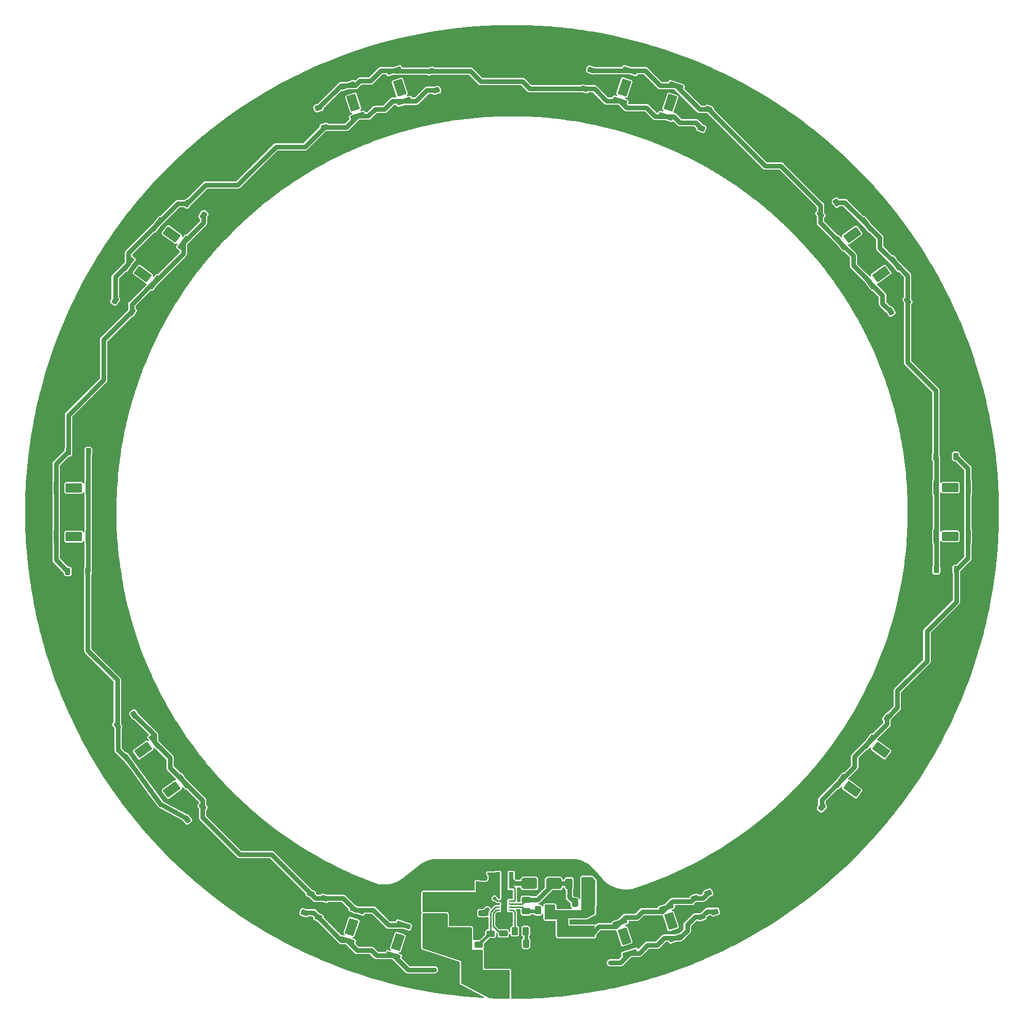
<source format=gbr>
%TF.GenerationSoftware,KiCad,Pcbnew,9.0.6*%
%TF.CreationDate,2026-01-21T21:36:57+08:00*%
%TF.ProjectId,Ledx10,4c656478-3130-42e6-9b69-6361645f7063,rev?*%
%TF.SameCoordinates,Original*%
%TF.FileFunction,Copper,L1,Top*%
%TF.FilePolarity,Positive*%
%FSLAX46Y46*%
G04 Gerber Fmt 4.6, Leading zero omitted, Abs format (unit mm)*
G04 Created by KiCad (PCBNEW 9.0.6) date 2026-01-21 21:36:57*
%MOMM*%
%LPD*%
G01*
G04 APERTURE LIST*
G04 Aperture macros list*
%AMRoundRect*
0 Rectangle with rounded corners*
0 $1 Rounding radius*
0 $2 $3 $4 $5 $6 $7 $8 $9 X,Y pos of 4 corners*
0 Add a 4 corners polygon primitive as box body*
4,1,4,$2,$3,$4,$5,$6,$7,$8,$9,$2,$3,0*
0 Add four circle primitives for the rounded corners*
1,1,$1+$1,$2,$3*
1,1,$1+$1,$4,$5*
1,1,$1+$1,$6,$7*
1,1,$1+$1,$8,$9*
0 Add four rect primitives between the rounded corners*
20,1,$1+$1,$2,$3,$4,$5,0*
20,1,$1+$1,$4,$5,$6,$7,0*
20,1,$1+$1,$6,$7,$8,$9,0*
20,1,$1+$1,$8,$9,$2,$3,0*%
G04 Aperture macros list end*
%TA.AperFunction,Conductor*%
%ADD10C,0.800000*%
%TD*%
%TA.AperFunction,SMDPad,CuDef*%
%ADD11RoundRect,0.225000X0.225000X0.375000X-0.225000X0.375000X-0.225000X-0.375000X0.225000X-0.375000X0*%
%TD*%
%TA.AperFunction,SMDPad,CuDef*%
%ADD12RoundRect,0.225000X0.424398X-0.105529X0.292831X0.324808X-0.424398X0.105529X-0.292831X-0.324808X0*%
%TD*%
%TA.AperFunction,SMDPad,CuDef*%
%ADD13RoundRect,0.250000X0.475000X-0.250000X0.475000X0.250000X-0.475000X0.250000X-0.475000X-0.250000X0*%
%TD*%
%TA.AperFunction,SMDPad,CuDef*%
%ADD14RoundRect,0.250000X-0.250000X-0.475000X0.250000X-0.475000X0.250000X0.475000X-0.250000X0.475000X0*%
%TD*%
%TA.AperFunction,SMDPad,CuDef*%
%ADD15RoundRect,0.100000X-0.300000X-1.100000X0.300000X-1.100000X0.300000X1.100000X-0.300000X1.100000X0*%
%TD*%
%TA.AperFunction,SMDPad,CuDef*%
%ADD16RoundRect,0.100000X-1.215000X-0.660000X1.215000X-0.660000X1.215000X0.660000X-1.215000X0.660000X0*%
%TD*%
%TA.AperFunction,SMDPad,CuDef*%
%ADD17RoundRect,0.100000X1.138867X0.054602X0.953457X0.625236X-1.138867X-0.054602X-0.953457X-0.625236X0*%
%TD*%
%TA.AperFunction,SMDPad,CuDef*%
%ADD18RoundRect,0.100000X1.003153X-0.951582X0.252242X1.359485X-1.003153X0.951582X-0.252242X-1.359485X0*%
%TD*%
%TA.AperFunction,SMDPad,CuDef*%
%ADD19RoundRect,0.250000X1.045000X-0.785000X1.045000X0.785000X-1.045000X0.785000X-1.045000X-0.785000X0*%
%TD*%
%TA.AperFunction,SMDPad,CuDef*%
%ADD20RoundRect,0.225000X-0.061137X0.433027X-0.410853X0.149833X0.061137X-0.433027X0.410853X-0.149833X0*%
%TD*%
%TA.AperFunction,SMDPad,CuDef*%
%ADD21RoundRect,0.100000X-0.953457X0.625236X-1.138867X0.054602X0.953457X-0.625236X1.138867X-0.054602X0*%
%TD*%
%TA.AperFunction,SMDPad,CuDef*%
%ADD22RoundRect,0.100000X-0.252242X1.359485X-1.003153X-0.951582X0.252242X-1.359485X1.003153X0.951582X0*%
%TD*%
%TA.AperFunction,SMDPad,CuDef*%
%ADD23RoundRect,0.100000X0.403859X-1.066254X0.889269X-0.713583X-0.403859X1.066254X-0.889269X0.713583X0*%
%TD*%
%TA.AperFunction,SMDPad,CuDef*%
%ADD24RoundRect,0.100000X-0.595017X-1.248110X1.370894X0.180208X0.595017X1.248110X-1.370894X-0.180208X0*%
%TD*%
%TA.AperFunction,SMDPad,CuDef*%
%ADD25RoundRect,0.100000X-0.889269X-0.713583X-0.403859X-1.066254X0.889269X0.713583X0.403859X1.066254X0*%
%TD*%
%TA.AperFunction,SMDPad,CuDef*%
%ADD26RoundRect,0.100000X-1.370894X0.180208X0.595017X-1.248110X1.370894X-0.180208X-0.595017X1.248110X0*%
%TD*%
%TA.AperFunction,SMDPad,CuDef*%
%ADD27RoundRect,0.250000X0.450000X-0.262500X0.450000X0.262500X-0.450000X0.262500X-0.450000X-0.262500X0*%
%TD*%
%TA.AperFunction,SMDPad,CuDef*%
%ADD28R,0.500000X0.250000*%
%TD*%
%TA.AperFunction,SMDPad,CuDef*%
%ADD29R,0.900000X1.600000*%
%TD*%
%TA.AperFunction,SMDPad,CuDef*%
%ADD30RoundRect,0.250000X-0.650000X1.000000X-0.650000X-1.000000X0.650000X-1.000000X0.650000X1.000000X0*%
%TD*%
%TA.AperFunction,SMDPad,CuDef*%
%ADD31RoundRect,0.225000X-0.399400X-0.178127X-0.030782X-0.436237X0.399400X0.178127X0.030782X0.436237X0*%
%TD*%
%TA.AperFunction,SMDPad,CuDef*%
%ADD32RoundRect,0.225000X0.396231X0.185071X0.023164X0.436707X-0.396231X-0.185071X-0.023164X-0.436707X0*%
%TD*%
%TA.AperFunction,SMDPad,CuDef*%
%ADD33RoundRect,0.225000X0.287117X-0.329869X0.426175X0.098106X-0.287117X0.329869X-0.426175X-0.098106X0*%
%TD*%
%TA.AperFunction,SMDPad,CuDef*%
%ADD34RoundRect,0.250000X-0.475000X0.250000X-0.475000X-0.250000X0.475000X-0.250000X0.475000X0.250000X0*%
%TD*%
%TA.AperFunction,SMDPad,CuDef*%
%ADD35RoundRect,0.225000X0.218421X0.378870X-0.231510X0.371016X-0.218421X-0.378870X0.231510X-0.371016X0*%
%TD*%
%TA.AperFunction,SMDPad,CuDef*%
%ADD36RoundRect,0.250000X1.000000X0.650000X-1.000000X0.650000X-1.000000X-0.650000X1.000000X-0.650000X0*%
%TD*%
%TA.AperFunction,SMDPad,CuDef*%
%ADD37RoundRect,0.100000X0.889269X0.713583X0.403859X1.066254X-0.889269X-0.713583X-0.403859X-1.066254X0*%
%TD*%
%TA.AperFunction,SMDPad,CuDef*%
%ADD38RoundRect,0.100000X1.370894X-0.180208X-0.595017X1.248110X-1.370894X0.180208X0.595017X-1.248110X0*%
%TD*%
%TA.AperFunction,SMDPad,CuDef*%
%ADD39RoundRect,0.100000X0.300000X1.100000X-0.300000X1.100000X-0.300000X-1.100000X0.300000X-1.100000X0*%
%TD*%
%TA.AperFunction,SMDPad,CuDef*%
%ADD40RoundRect,0.100000X1.215000X0.660000X-1.215000X0.660000X-1.215000X-0.660000X1.215000X-0.660000X0*%
%TD*%
%TA.AperFunction,SMDPad,CuDef*%
%ADD41RoundRect,0.250000X-0.312500X-0.625000X0.312500X-0.625000X0.312500X0.625000X-0.312500X0.625000X0*%
%TD*%
%TA.AperFunction,SMDPad,CuDef*%
%ADD42RoundRect,0.100000X-1.138867X-0.054602X-0.953457X-0.625236X1.138867X0.054602X0.953457X0.625236X0*%
%TD*%
%TA.AperFunction,SMDPad,CuDef*%
%ADD43RoundRect,0.100000X-1.003153X0.951582X-0.252242X-1.359485X1.003153X-0.951582X0.252242X1.359485X0*%
%TD*%
%TA.AperFunction,SMDPad,CuDef*%
%ADD44RoundRect,0.225000X-0.413405X-0.142639X-0.068685X-0.431894X0.413405X0.142639X0.068685X0.431894X0*%
%TD*%
%TA.AperFunction,SMDPad,CuDef*%
%ADD45RoundRect,0.100000X-0.403859X1.066254X-0.889269X0.713583X0.403859X-1.066254X0.889269X-0.713583X0*%
%TD*%
%TA.AperFunction,SMDPad,CuDef*%
%ADD46RoundRect,0.100000X0.595017X1.248110X-1.370894X-0.180208X-0.595017X-1.248110X1.370894X0.180208X0*%
%TD*%
%TA.AperFunction,SMDPad,CuDef*%
%ADD47RoundRect,0.250000X0.262500X0.450000X-0.262500X0.450000X-0.262500X-0.450000X0.262500X-0.450000X0*%
%TD*%
%TA.AperFunction,SMDPad,CuDef*%
%ADD48RoundRect,0.225000X0.007909X-0.437250X0.389531X-0.198786X-0.007909X0.437250X-0.389531X0.198786X0*%
%TD*%
%TA.AperFunction,ComponentPad*%
%ADD49RoundRect,0.500000X-0.750000X-1.500000X0.750000X-1.500000X0.750000X1.500000X-0.750000X1.500000X0*%
%TD*%
%TA.AperFunction,SMDPad,CuDef*%
%ADD50RoundRect,0.225000X0.263407X-0.349094X0.431980X0.068139X-0.263407X0.349094X-0.431980X-0.068139X0*%
%TD*%
%TA.AperFunction,SMDPad,CuDef*%
%ADD51RoundRect,0.225000X-0.225000X-0.375000X0.225000X-0.375000X0.225000X0.375000X-0.225000X0.375000X0*%
%TD*%
%TA.AperFunction,SMDPad,CuDef*%
%ADD52R,0.800000X2.700000*%
%TD*%
%TA.AperFunction,SMDPad,CuDef*%
%ADD53RoundRect,0.225000X-0.211776X-0.382624X0.237950X-0.366919X0.211776X0.382624X-0.237950X0.366919X0*%
%TD*%
%TA.AperFunction,SMDPad,CuDef*%
%ADD54RoundRect,0.225000X-0.429339X0.083173X-0.275430X-0.339688X0.429339X-0.083173X0.275430X0.339688X0*%
%TD*%
%TA.AperFunction,SMDPad,CuDef*%
%ADD55RoundRect,0.250000X-0.262500X-0.450000X0.262500X-0.450000X0.262500X0.450000X-0.262500X0.450000X0*%
%TD*%
%TA.AperFunction,SMDPad,CuDef*%
%ADD56RoundRect,0.225000X0.402448X0.171130X0.038391X0.435633X-0.402448X-0.171130X-0.038391X-0.435633X0*%
%TD*%
%TA.AperFunction,SMDPad,CuDef*%
%ADD57RoundRect,0.225000X-0.015539X0.437045X-0.392941X0.191958X0.015539X-0.437045X0.392941X-0.191958X0*%
%TD*%
%TA.AperFunction,SMDPad,CuDef*%
%ADD58RoundRect,0.225000X0.422492X-0.112920X0.298455X0.319648X-0.422492X0.112920X-0.298455X-0.319648X0*%
%TD*%
%TA.AperFunction,SMDPad,CuDef*%
%ADD59RoundRect,0.225000X0.281317X-0.334830X0.427822X0.090654X-0.281317X0.334830X-0.427822X-0.090654X0*%
%TD*%
%TA.AperFunction,SMDPad,CuDef*%
%ADD60RoundRect,0.225000X0.038391X-0.435633X0.402448X-0.171130X-0.038391X0.435633X-0.402448X0.171130X0*%
%TD*%
%TA.AperFunction,ViaPad*%
%ADD61C,0.600000*%
%TD*%
%TA.AperFunction,ViaPad*%
%ADD62C,0.800000*%
%TD*%
%TA.AperFunction,Conductor*%
%ADD63C,0.600000*%
%TD*%
%TA.AperFunction,Conductor*%
%ADD64C,0.254000*%
%TD*%
%TA.AperFunction,Conductor*%
%ADD65C,0.300000*%
%TD*%
%TA.AperFunction,Conductor*%
%ADD66C,0.500000*%
%TD*%
G04 APERTURE END LIST*
D10*
%TO.N,Net-(D10-A)*%
X34950400Y-138379200D02*
X39801800Y-145034000D01*
X40055800Y-145389600D02*
X44373800Y-147751800D01*
%TD*%
D11*
%TO.P,D11,1,K*%
%TO.N,Net-(D10-A)*%
X28218400Y-87477600D03*
%TO.P,D11,2,A*%
%TO.N,Net-(D10-K)*%
X24918400Y-87477600D03*
%TD*%
D12*
%TO.P,D18,1,K*%
%TO.N,Net-(D13-K)*%
X67005014Y-34166095D03*
%TO.P,D18,2,A*%
%TO.N,Net-(D16-K)*%
X66040186Y-31010305D03*
%TD*%
D13*
%TO.P,C6,1*%
%TO.N,Net-(U1-CSN)*%
X100126800Y-163003800D03*
%TO.P,C6,2*%
%TO.N,Net-(D19-K)*%
X100126800Y-161103800D03*
%TD*%
D14*
%TO.P,C7,1*%
%TO.N,Net-(D19-K)*%
X108137600Y-161569400D03*
%TO.P,C7,2*%
%TO.N,/LED+*%
X110037600Y-161569400D03*
%TD*%
D13*
%TO.P,C4,1*%
%TO.N,GND*%
X96367600Y-168520200D03*
%TO.P,C4,2*%
%TO.N,Net-(U1-VCC)*%
X96367600Y-166620200D03*
%TD*%
D15*
%TO.P,D39,1,K*%
%TO.N,Net-(D10-K)*%
X22884100Y-101434900D03*
%TO.P,D39,2,A*%
%TO.N,Net-(D10-A)*%
X28154100Y-101434900D03*
D16*
%TO.P,D39,EP*%
%TO.N,N/C*%
X25819100Y-101434900D03*
%TD*%
D17*
%TO.P,D1,1,K*%
%TO.N,Net-(D1-K)*%
X117170200Y-169875200D03*
%TO.P,D1,2,A*%
%TO.N,/LED+*%
X115541683Y-164863135D03*
D18*
%TO.P,D1,EP*%
%TO.N,N/C*%
X116263235Y-167083849D03*
%TD*%
D19*
%TO.P,C2,1*%
%TO.N,VCC*%
X89357200Y-163993400D03*
%TO.P,C2,2*%
%TO.N,GND*%
X89357200Y-157753400D03*
%TD*%
D20*
%TO.P,D8,1,K*%
%TO.N,Net-(D4-K)*%
X46976891Y-145799022D03*
%TO.P,D8,2,A*%
%TO.N,Net-(D10-A)*%
X44412309Y-147875778D03*
%TD*%
D21*
%TO.P,D36,1,K*%
%TO.N,Net-(D20-K)*%
X117170200Y-24866600D03*
%TO.P,D36,2,A*%
%TO.N,Net-(D16-K)*%
X115541682Y-29878668D03*
D22*
%TO.P,D36,EP*%
%TO.N,N/C*%
X116263236Y-27657951D03*
%TD*%
D23*
%TO.P,D40,1,K*%
%TO.N,Net-(D10-A)*%
X39547800Y-144703800D03*
%TO.P,D40,2,A*%
%TO.N,Net-(D4-K)*%
X43811314Y-141606150D03*
D24*
%TO.P,D40,EP*%
%TO.N,N/C*%
X41922264Y-142978632D03*
%TD*%
D25*
%TO.P,D13,1,K*%
%TO.N,Net-(D13-K)*%
X39547800Y-50088800D03*
%TO.P,D13,2,A*%
%TO.N,Net-(D10-K)*%
X43811338Y-53186418D03*
D26*
%TO.P,D13,EP*%
%TO.N,N/C*%
X41922283Y-51813944D03*
%TD*%
D23*
%TO.P,D7,1,K*%
%TO.N,Net-(D10-A)*%
X34833449Y-138233767D03*
%TO.P,D7,2,A*%
%TO.N,Net-(D4-K)*%
X39096957Y-135136122D03*
D24*
%TO.P,D7,EP*%
%TO.N,N/C*%
X37207911Y-136508600D03*
%TD*%
D27*
%TO.P,R1,1*%
%TO.N,Net-(U1-DIM)*%
X92303600Y-168502700D03*
%TO.P,R1,2*%
%TO.N,VCC*%
X92303600Y-166677700D03*
%TD*%
D15*
%TO.P,D10,1,K*%
%TO.N,Net-(D10-K)*%
X22884101Y-93433900D03*
%TO.P,D10,2,A*%
%TO.N,Net-(D10-A)*%
X28154101Y-93433900D03*
D16*
%TO.P,D10,EP*%
%TO.N,N/C*%
X25819101Y-93433900D03*
%TD*%
D14*
%TO.P,C5,1*%
%TO.N,GND*%
X98211600Y-168290200D03*
%TO.P,C5,2*%
%TO.N,Net-(C5-Pad2)*%
X100111600Y-168290200D03*
%TD*%
D28*
%TO.P,U1,1,GND*%
%TO.N,GND*%
X95570000Y-161291800D03*
%TO.P,U1,2,VIN*%
%TO.N,VCC*%
X95570000Y-161791800D03*
%TO.P,U1,3,DIM*%
%TO.N,Net-(U1-DIM)*%
X95570000Y-162291800D03*
%TO.P,U1,4,VCC*%
%TO.N,Net-(U1-VCC)*%
X95570000Y-162791800D03*
%TO.P,U1,5,COMP*%
%TO.N,Net-(U1-COMP)*%
X97470000Y-162791800D03*
%TO.P,U1,6,CSN*%
%TO.N,Net-(U1-CSN)*%
X97470000Y-162291800D03*
%TO.P,U1,7,CSP*%
%TO.N,Net-(D19-K)*%
X97470000Y-161791800D03*
%TO.P,U1,8,SW*%
%TO.N,Net-(D19-A)*%
X97470000Y-161291800D03*
D29*
%TO.P,U1,9,EP*%
%TO.N,GND*%
X96520000Y-162041800D03*
%TD*%
D30*
%TO.P,D32,1,K*%
%TO.N,VCC*%
X84836000Y-161311800D03*
%TO.P,D32,2,A*%
%TO.N,Net-(D32-A)*%
X84836000Y-165311800D03*
%TD*%
D31*
%TO.P,D30,1,K*%
%TO.N,Net-(D26-K)*%
X159455795Y-131209787D03*
%TO.P,D30,2,A*%
%TO.N,GND*%
X162159005Y-133102613D03*
%TD*%
D32*
%TO.P,D15,1,K*%
%TO.N,Net-(D10-K)*%
X35353108Y-64498862D03*
%TO.P,D15,2,A*%
%TO.N,Net-(D13-K)*%
X32617292Y-62653538D03*
%TD*%
D33*
%TO.P,D6,1,K*%
%TO.N,Net-(D1-K)*%
X65987322Y-164002244D03*
%TO.P,D6,2,A*%
%TO.N,Net-(D4-K)*%
X67007078Y-160863756D03*
%TD*%
D34*
%TO.P,C8,1*%
%TO.N,/LED+*%
X106197400Y-166507400D03*
%TO.P,C8,2*%
%TO.N,GND*%
X106197400Y-168407400D03*
%TD*%
D21*
%TO.P,D41,1,K*%
%TO.N,Net-(D4-K)*%
X79951764Y-165261546D03*
%TO.P,D41,2,A*%
%TO.N,Net-(D1-K)*%
X78323246Y-170273614D03*
D22*
%TO.P,D41,EP*%
%TO.N,N/C*%
X79044800Y-168052897D03*
%TD*%
D35*
%TO.P,D12,1,K*%
%TO.N,Net-(D10-A)*%
X28116553Y-107108414D03*
%TO.P,D12,2,A*%
%TO.N,Net-(D10-K)*%
X24817047Y-107165986D03*
%TD*%
D36*
%TO.P,D19,1,K*%
%TO.N,Net-(D19-K)*%
X104666800Y-158435000D03*
%TO.P,D19,2,A*%
%TO.N,Net-(D19-A)*%
X100666800Y-158435000D03*
%TD*%
D37*
%TO.P,D33,1,K*%
%TO.N,GND*%
X160809830Y-138213213D03*
%TO.P,D33,2,A*%
%TO.N,Net-(D26-K)*%
X156546314Y-135115599D03*
D38*
%TO.P,D33,EP*%
%TO.N,N/C*%
X158435369Y-136488073D03*
%TD*%
D39*
%TO.P,D34,1,K*%
%TO.N,Net-(D26-K)*%
X172746697Y-93383100D03*
%TO.P,D34,2,A*%
%TO.N,Net-(D23-K)*%
X167476697Y-93383100D03*
D40*
%TO.P,D34,EP*%
%TO.N,N/C*%
X169811697Y-93383100D03*
%TD*%
D41*
%TO.P,R5,1*%
%TO.N,Net-(D19-K)*%
X107198700Y-158445200D03*
%TO.P,R5,2*%
%TO.N,/LED+*%
X110123700Y-158445200D03*
%TD*%
D42*
%TO.P,D16,1,K*%
%TO.N,Net-(D16-K)*%
X78455018Y-24897762D03*
%TO.P,D16,2,A*%
%TO.N,Net-(D13-K)*%
X80083535Y-29909827D03*
D43*
%TO.P,D16,EP*%
%TO.N,N/C*%
X79361983Y-27689113D03*
%TD*%
D13*
%TO.P,C10,1*%
%TO.N,GND*%
X110413800Y-168407400D03*
%TO.P,C10,2*%
%TO.N,/LED+*%
X110413800Y-166507400D03*
%TD*%
D27*
%TO.P,R2,1*%
%TO.N,GND*%
X94284800Y-168502700D03*
%TO.P,R2,2*%
%TO.N,Net-(U1-DIM)*%
X94284800Y-166677700D03*
%TD*%
D44*
%TO.P,D31,1,K*%
%TO.N,Net-(D26-K)*%
X148697624Y-145903800D03*
%TO.P,D31,2,A*%
%TO.N,GND*%
X151225576Y-148025000D03*
%TD*%
D45*
%TO.P,D35,1,K*%
%TO.N,Net-(D23-K)*%
X156072949Y-50132632D03*
%TO.P,D35,2,A*%
%TO.N,Net-(D20-K)*%
X151809435Y-53230282D03*
D46*
%TO.P,D35,EP*%
%TO.N,N/C*%
X153698485Y-51857800D03*
%TD*%
D21*
%TO.P,D4,1,K*%
%TO.N,Net-(D4-K)*%
X72357164Y-162765849D03*
%TO.P,D4,2,A*%
%TO.N,Net-(D1-K)*%
X70728646Y-167777917D03*
D22*
%TO.P,D4,EP*%
%TO.N,N/C*%
X71450200Y-165557200D03*
%TD*%
D34*
%TO.P,C3,1*%
%TO.N,VCC*%
X93014800Y-161396600D03*
%TO.P,C3,2*%
%TO.N,GND*%
X93014800Y-163296600D03*
%TD*%
D47*
%TO.P,R3,1*%
%TO.N,Net-(C5-Pad2)*%
X100074100Y-166258200D03*
%TO.P,R3,2*%
%TO.N,Net-(U1-COMP)*%
X98249100Y-166258200D03*
%TD*%
D13*
%TO.P,C9,1*%
%TO.N,GND*%
X108356400Y-168407400D03*
%TO.P,C9,2*%
%TO.N,/LED+*%
X108356400Y-166507400D03*
%TD*%
D42*
%TO.P,D37,1,K*%
%TO.N,Net-(D16-K)*%
X70819065Y-27349580D03*
%TO.P,D37,2,A*%
%TO.N,Net-(D13-K)*%
X72447602Y-32361636D03*
D43*
%TO.P,D37,EP*%
%TO.N,N/C*%
X71726041Y-30140933D03*
%TD*%
D33*
%TO.P,D5,1,K*%
%TO.N,Net-(D1-K)*%
X63701322Y-163214844D03*
%TO.P,D5,2,A*%
%TO.N,Net-(D4-K)*%
X64721078Y-160076356D03*
%TD*%
D48*
%TO.P,D24,1,K*%
%TO.N,Net-(D20-K)*%
X159992320Y-64450567D03*
%TO.P,D24,2,A*%
%TO.N,Net-(D23-K)*%
X162790880Y-62701833D03*
%TD*%
D49*
%TO.P,J1,1,Pin_1*%
%TO.N,Net-(D32-A)*%
X95840800Y-174853600D03*
%TO.P,J1,2,Pin_2*%
%TO.N,GND*%
X99840800Y-174853600D03*
%TD*%
D50*
%TO.P,D21,1,K*%
%TO.N,Net-(D16-K)*%
X128896499Y-34321253D03*
%TO.P,D21,2,A*%
%TO.N,Net-(D20-K)*%
X130132701Y-31261547D03*
%TD*%
D51*
%TO.P,D27,1,K*%
%TO.N,Net-(D23-K)*%
X167514009Y-106857809D03*
%TO.P,D27,2,A*%
%TO.N,Net-(D26-K)*%
X170813991Y-106857791D03*
%TD*%
D52*
%TO.P,L1,1,1*%
%TO.N,VCC*%
X95470800Y-157927000D03*
%TO.P,L1,2,2*%
%TO.N,Net-(D19-A)*%
X97670800Y-157927000D03*
%TD*%
D39*
%TO.P,D26,1,K*%
%TO.N,Net-(D26-K)*%
X172746700Y-101384100D03*
%TO.P,D26,2,A*%
%TO.N,Net-(D23-K)*%
X167476700Y-101384100D03*
D40*
%TO.P,D26,EP*%
%TO.N,N/C*%
X169811700Y-101384100D03*
%TD*%
D53*
%TO.P,D28,1,K*%
%TO.N,Net-(D23-K)*%
X167438807Y-88373399D03*
%TO.P,D28,2,A*%
%TO.N,Net-(D26-K)*%
X170736793Y-88258201D03*
%TD*%
D54*
%TO.P,D2,1,K*%
%TO.N,/LED+*%
X130023060Y-159999827D03*
%TO.P,D2,2,A*%
%TO.N,Net-(D1-K)*%
X131151726Y-163100813D03*
%TD*%
D45*
%TO.P,D23,1,K*%
%TO.N,Net-(D23-K)*%
X160822743Y-56584252D03*
%TO.P,D23,2,A*%
%TO.N,Net-(D20-K)*%
X156559239Y-59681882D03*
D46*
%TO.P,D23,EP*%
%TO.N,N/C*%
X158448289Y-58309401D03*
%TD*%
D13*
%TO.P,C1,1*%
%TO.N,VCC*%
X93014800Y-159334200D03*
%TO.P,C1,2*%
%TO.N,GND*%
X93014800Y-157434200D03*
%TD*%
D54*
%TO.P,D3,1,K*%
%TO.N,/LED+*%
X127807267Y-160831707D03*
%TO.P,D3,2,A*%
%TO.N,Net-(D1-K)*%
X128935933Y-163932693D03*
%TD*%
D55*
%TO.P,R4,1*%
%TO.N,Net-(U1-CSN)*%
X102059100Y-162803800D03*
%TO.P,R4,2*%
%TO.N,/LED+*%
X103884100Y-162803800D03*
%TD*%
D56*
%TO.P,D14,1,K*%
%TO.N,Net-(D10-K)*%
X47105679Y-48645645D03*
%TO.P,D14,2,A*%
%TO.N,Net-(D13-K)*%
X44435921Y-46705955D03*
%TD*%
D57*
%TO.P,D9,1,K*%
%TO.N,Net-(D4-K)*%
X35724607Y-130673346D03*
%TO.P,D9,2,A*%
%TO.N,Net-(D10-A)*%
X32956993Y-132470654D03*
%TD*%
D25*
%TO.P,D38,1,K*%
%TO.N,Net-(D13-K)*%
X34801683Y-56592386D03*
%TO.P,D38,2,A*%
%TO.N,Net-(D10-K)*%
X39065199Y-59690000D03*
D26*
%TO.P,D38,EP*%
%TO.N,N/C*%
X37176144Y-58317526D03*
%TD*%
D58*
%TO.P,D17,1,K*%
%TO.N,Net-(D13-K)*%
X85341601Y-28129082D03*
%TO.P,D17,2,A*%
%TO.N,Net-(D16-K)*%
X84431999Y-24956918D03*
%TD*%
D59*
%TO.P,D22,1,K*%
%TO.N,Net-(D16-K)*%
X109724217Y-27874500D03*
%TO.P,D22,2,A*%
%TO.N,Net-(D20-K)*%
X110798583Y-24754300D03*
%TD*%
D60*
%TO.P,D25,1,K*%
%TO.N,Net-(D20-K)*%
X148474321Y-48493245D03*
%TO.P,D25,2,A*%
%TO.N,Net-(D23-K)*%
X151144079Y-46553555D03*
%TD*%
D17*
%TO.P,D42,1,K*%
%TO.N,Net-(D1-K)*%
X124790200Y-167386000D03*
%TO.P,D42,2,A*%
%TO.N,/LED+*%
X123161662Y-162373955D03*
D18*
%TO.P,D42,EP*%
%TO.N,N/C*%
X123883218Y-164594636D03*
%TD*%
D37*
%TO.P,D29,1,K*%
%TO.N,GND*%
X156083000Y-144653000D03*
%TO.P,D29,2,A*%
%TO.N,Net-(D26-K)*%
X151819479Y-141555367D03*
D38*
%TO.P,D29,EP*%
%TO.N,N/C*%
X153708533Y-142927846D03*
%TD*%
D21*
%TO.P,D20,1,K*%
%TO.N,Net-(D20-K)*%
X124736779Y-27367141D03*
%TO.P,D20,2,A*%
%TO.N,Net-(D16-K)*%
X123108261Y-32379209D03*
D22*
%TO.P,D20,EP*%
%TO.N,N/C*%
X123829815Y-30158492D03*
%TD*%
D61*
%TO.N,GND*%
X71622665Y-30924905D03*
X167411400Y-72186800D03*
X109347000Y-173710600D03*
X152890009Y-52048366D03*
X115728741Y-166464665D03*
X132943600Y-38455600D03*
X115911439Y-27504510D03*
X144297400Y-38862000D03*
X71241757Y-29567324D03*
X53009800Y-157581600D03*
X26517600Y-101142800D03*
X72068639Y-30032223D03*
X25819939Y-101785552D03*
X55499000Y-35991800D03*
X168021000Y-72186800D03*
X109347000Y-174320200D03*
X152939817Y-142846286D03*
X132943600Y-37846000D03*
X54889400Y-35991800D03*
X55499000Y-36601400D03*
X170522049Y-93083257D03*
X42087241Y-51525413D03*
X116340037Y-166266053D03*
X169824388Y-93726009D03*
X102743000Y-22352000D03*
X25057950Y-93109948D03*
X25349200Y-73837800D03*
X166446200Y-127127000D03*
X91236800Y-29413200D03*
X158261787Y-136775323D03*
X77800200Y-173532800D03*
X32715200Y-119380000D03*
X52933600Y-46964600D03*
X142646400Y-154406600D03*
X116555618Y-166929561D03*
X124142811Y-30330710D03*
X24892000Y-114985800D03*
X123367895Y-164072615D03*
X154431165Y-51732600D03*
X96520000Y-161341797D03*
X116357400Y-28397200D03*
X37592000Y-59029600D03*
X36452227Y-58201493D03*
X37693600Y-135763000D03*
X116109646Y-167822250D03*
X77800200Y-172923200D03*
X71115728Y-165434421D03*
X158826200Y-137185400D03*
X31521400Y-79578200D03*
X123923031Y-31007081D03*
X70907794Y-166114543D03*
X103301800Y-166370000D03*
X154457400Y-143154400D03*
X25958800Y-73837800D03*
X25108750Y-101085548D03*
X142036800Y-153797000D03*
X72288400Y-30708600D03*
X154079595Y-143674397D03*
X91236800Y-28803600D03*
X37439041Y-58053213D03*
X52400200Y-157581600D03*
X164693600Y-81229200D03*
X115691664Y-28180889D03*
X159207200Y-58039000D03*
X96520000Y-162041800D03*
X170560995Y-101709356D03*
X159204005Y-136665403D03*
X164033200Y-112268000D03*
X78710328Y-167949021D03*
X79451200Y-26898600D03*
X158776235Y-57487400D03*
X123477070Y-30114391D03*
X102692200Y-166319200D03*
X26466795Y-93809956D03*
X169113199Y-93026005D03*
X123747110Y-29468573D03*
X78409800Y-172923200D03*
X30911800Y-79578200D03*
X52400200Y-156972000D03*
X124358400Y-29667200D03*
X78502394Y-168629143D03*
X164642800Y-112877600D03*
X116181479Y-26858692D03*
X32715200Y-119989600D03*
X41511873Y-51107386D03*
X53009800Y-156972000D03*
X153439770Y-51618851D03*
X25819942Y-101085548D03*
X123529033Y-164753824D03*
X93751400Y-162636200D03*
X109956600Y-174320200D03*
X78839903Y-27097215D03*
X79666785Y-27562114D03*
X109956600Y-173710600D03*
X103276400Y-166979600D03*
X30911800Y-80187800D03*
X116775384Y-167605939D03*
X167411400Y-72796400D03*
X79379742Y-168153686D03*
X41151201Y-143116994D03*
X52324000Y-46355000D03*
X26517595Y-101785556D03*
X71853054Y-29368709D03*
X142646400Y-153797000D03*
X37529681Y-136747335D03*
X166446200Y-127736600D03*
X79583716Y-167486516D03*
X42127069Y-143273243D03*
X36553813Y-136591086D03*
X37969806Y-58509604D03*
X42240200Y-52501800D03*
X169863339Y-101709352D03*
X169863342Y-101009348D03*
X167055800Y-127736600D03*
X91846400Y-28803600D03*
X41715619Y-142706933D03*
X37118231Y-136181025D03*
X157686422Y-136357289D03*
X164693600Y-80619600D03*
X153515182Y-143264320D03*
X102133400Y-22352000D03*
X116577180Y-27720829D03*
X164642800Y-112268000D03*
X24282400Y-114985800D03*
X144297400Y-39471600D03*
X71577200Y-166319200D03*
X25108751Y-101785543D03*
X123748800Y-165430200D03*
X78943200Y-167298588D03*
D62*
X105587800Y-160959800D03*
D61*
X169824391Y-93026005D03*
X123979191Y-163874003D03*
X102666800Y-166928800D03*
X115889879Y-167145874D03*
X164033200Y-112877600D03*
X169113200Y-93726000D03*
X25958800Y-74447400D03*
X79220811Y-28454796D03*
X144907000Y-39471600D03*
X41100427Y-51673693D03*
X158646766Y-58476859D03*
X41529000Y-143637000D03*
X168021000Y-72796400D03*
X25769139Y-93809952D03*
X144907000Y-38862000D03*
X169152151Y-101709343D03*
X52324000Y-46964600D03*
X91846400Y-29413200D03*
X132334000Y-38455600D03*
X24282400Y-115595400D03*
X24892000Y-115595400D03*
X37027586Y-58619526D03*
X26466800Y-93167200D03*
X25057951Y-93809943D03*
X71402896Y-30248529D03*
X52933600Y-46355000D03*
X158215805Y-57925251D03*
X102743000Y-22961600D03*
X41675786Y-52091726D03*
X38105051Y-136329304D03*
X170522044Y-93726013D03*
X33324800Y-119989600D03*
X116792769Y-27057319D03*
X170561000Y-101066600D03*
X158673241Y-136209012D03*
X25349200Y-74447400D03*
X42702439Y-142855212D03*
X124194772Y-164537511D03*
X25769142Y-93109948D03*
X153351275Y-142279977D03*
X36931612Y-137111092D03*
X31521400Y-80187800D03*
X33324800Y-119380000D03*
X79171800Y-168833800D03*
X157666044Y-58354766D03*
X142036800Y-154406600D03*
X164084000Y-80619600D03*
X79001042Y-27778420D03*
X71374454Y-164783988D03*
X153870731Y-52170459D03*
X78409800Y-173532800D03*
X169152150Y-101009348D03*
X158097880Y-135790980D03*
X94945200Y-160883600D03*
X36863673Y-57635186D03*
X154000200Y-51181000D03*
X153285725Y-52554866D03*
X71989116Y-164971916D03*
X124414538Y-165213889D03*
X167055800Y-127127000D03*
X164084000Y-81229200D03*
X71785142Y-165639086D03*
X102133400Y-22961600D03*
X79886546Y-28238491D03*
X132334000Y-37846000D03*
X123257295Y-30790770D03*
X42290988Y-142288908D03*
X42618006Y-51981804D03*
X158061760Y-58861266D03*
X54889400Y-36601400D03*
X96520000Y-162740963D03*
X153926636Y-142698009D03*
%TO.N,Net-(D1-K)*%
X113969800Y-171450000D03*
X115062000Y-171450000D03*
X83515200Y-172593000D03*
X85064600Y-172593000D03*
X84277200Y-172593000D03*
X115849400Y-171196000D03*
%TD*%
D63*
%TO.N,GND*%
X89676400Y-157434200D02*
X89357200Y-157753400D01*
D64*
X95353400Y-161291800D02*
X94945200Y-160883600D01*
D10*
X93014800Y-157434200D02*
X89676400Y-157434200D01*
D64*
X95570000Y-161291800D02*
X95353400Y-161291800D01*
D63*
X93091000Y-163296600D02*
X93751400Y-162636200D01*
X93014800Y-163296600D02*
X93091000Y-163296600D01*
D64*
%TO.N,Net-(U1-VCC)*%
X94716600Y-163322000D02*
X95246800Y-162791800D01*
X96367600Y-166620200D02*
X95932000Y-166620200D01*
X95246800Y-162791800D02*
X95570000Y-162791800D01*
X94716600Y-165404800D02*
X94716600Y-163322000D01*
X95932000Y-166620200D02*
X94716600Y-165404800D01*
%TO.N,Net-(C5-Pad2)*%
X100111600Y-166295700D02*
X100074100Y-166258200D01*
D63*
X100111600Y-168290200D02*
X100111600Y-166295700D01*
D10*
%TO.N,Net-(D19-K)*%
X101998000Y-161103800D02*
X100126800Y-161103800D01*
X104666800Y-158435000D02*
X101998000Y-161103800D01*
X107213400Y-160645200D02*
X107213400Y-158459900D01*
D64*
X99438800Y-161791800D02*
X97470000Y-161791800D01*
X100126800Y-161103800D02*
X99438800Y-161791800D01*
D10*
X107188500Y-158435000D02*
X104666800Y-158435000D01*
X107213400Y-158459900D02*
X107188500Y-158435000D01*
X108137600Y-161569400D02*
X107213400Y-160645200D01*
D63*
%TO.N,Net-(U1-CSN)*%
X100126800Y-163003800D02*
X101859100Y-163003800D01*
D64*
X97470000Y-162291800D02*
X99414800Y-162291800D01*
X101859100Y-163003800D02*
X102059100Y-162803800D01*
X99414800Y-162291800D02*
X100126800Y-163003800D01*
D10*
%TO.N,/LED+*%
X109296200Y-163423600D02*
X106121200Y-163423600D01*
X106121200Y-163423600D02*
X104503900Y-163423600D01*
X122493017Y-163042600D02*
X123161662Y-162373955D01*
X129191180Y-160831707D02*
X130023060Y-159999827D01*
X123161662Y-162373955D02*
X124144017Y-161391600D01*
D63*
X106197400Y-163499800D02*
X106121200Y-163423600D01*
D10*
X111099600Y-166497000D02*
X112064800Y-165531800D01*
X110032800Y-158561500D02*
X110123700Y-158470600D01*
X110032800Y-161564600D02*
X110032800Y-158561500D01*
X124144017Y-161391600D02*
X127247374Y-161391600D01*
X106197400Y-166497000D02*
X111099600Y-166497000D01*
X116447818Y-163957000D02*
X118313200Y-163957000D01*
X104503900Y-163423600D02*
X103884100Y-162803800D01*
X127807267Y-160831707D02*
X129191180Y-160831707D01*
X119227600Y-163042600D02*
X122493017Y-163042600D01*
X110058200Y-162220200D02*
X110058200Y-162661600D01*
X114873018Y-165531800D02*
X115541683Y-164863135D01*
X118313200Y-163957000D02*
X119227600Y-163042600D01*
X127247374Y-161391600D02*
X127807267Y-160831707D01*
X115541683Y-164863135D02*
X116447818Y-163957000D01*
X110058200Y-162661600D02*
X109296200Y-163423600D01*
X110037600Y-161569400D02*
X110037600Y-162199600D01*
X106197400Y-163499800D02*
X106197400Y-166497000D01*
X110037600Y-161569400D02*
X110032800Y-161564600D01*
X112064800Y-165531800D02*
X114873018Y-165531800D01*
%TO.N,Net-(D1-K)*%
X63721166Y-163195000D02*
X63701322Y-163214844D01*
X74726800Y-169418000D02*
X72368729Y-169418000D01*
X65180078Y-163195000D02*
X63721166Y-163195000D01*
X122834400Y-167386000D02*
X124790200Y-167386000D01*
X120040400Y-168554400D02*
X121666000Y-168554400D01*
X126593600Y-165201600D02*
X127862507Y-163932693D01*
X80721200Y-172593000D02*
X78401814Y-170273614D01*
X126593600Y-166166800D02*
X126593600Y-165201600D01*
X65987322Y-164002244D02*
X65180078Y-163195000D01*
X128935933Y-163932693D02*
X129851426Y-163017200D01*
X83515200Y-172593000D02*
X80721200Y-172593000D01*
X131068113Y-163017200D02*
X131151726Y-163100813D01*
X118719600Y-169875200D02*
X120040400Y-168554400D01*
X115062000Y-171450000D02*
X115595400Y-171450000D01*
X129851426Y-163017200D02*
X131068113Y-163017200D01*
X78323246Y-170273614D02*
X75582414Y-170273614D01*
X84277200Y-172593000D02*
X85064600Y-172593000D01*
X117170200Y-169875200D02*
X118719600Y-169875200D01*
X124790200Y-167386000D02*
X125374400Y-167386000D01*
X127862507Y-163932693D02*
X128935933Y-163932693D01*
X72368729Y-169418000D02*
X70728646Y-167777917D01*
X121666000Y-168554400D02*
X122834400Y-167386000D01*
X125374400Y-167386000D02*
X126593600Y-166166800D01*
X69762995Y-167777917D02*
X65987322Y-164002244D01*
X70728646Y-167777917D02*
X69762995Y-167777917D01*
X115595400Y-171450000D02*
X115849400Y-171196000D01*
X84277200Y-172593000D02*
X83515200Y-172593000D01*
X78401814Y-170273614D02*
X78323246Y-170273614D01*
X115849400Y-171196000D02*
X117170200Y-169875200D01*
X75582414Y-170273614D02*
X74726800Y-169418000D01*
X115062000Y-171450000D02*
X113969800Y-171450000D01*
%TO.N,Net-(D4-K)*%
X41630600Y-139425436D02*
X41630600Y-137769600D01*
X58314722Y-153670000D02*
X64721078Y-160076356D01*
X53086000Y-153670000D02*
X58314722Y-153670000D01*
X72357164Y-162765849D02*
X71986249Y-162765849D01*
X67007078Y-160863756D02*
X65508478Y-160863756D01*
X46976891Y-145799022D02*
X46976891Y-147560891D01*
X46976891Y-144771727D02*
X43811314Y-141606150D01*
X46976891Y-145799022D02*
X46976891Y-144771727D01*
X75008849Y-162765849D02*
X72357164Y-162765849D01*
X70084156Y-160863756D02*
X67007078Y-160863756D01*
X71986249Y-162765849D02*
X70084156Y-160863756D01*
X65508478Y-160863756D02*
X64721078Y-160076356D01*
X79951764Y-165261546D02*
X77504546Y-165261546D01*
X77504546Y-165261546D02*
X75008849Y-162765849D01*
X39096957Y-134045696D02*
X35724607Y-130673346D01*
X41630600Y-137769600D02*
X39096957Y-135235957D01*
X43811314Y-141606150D02*
X41630600Y-139425436D01*
X39096957Y-135136122D02*
X39096957Y-134045696D01*
X39096957Y-135235957D02*
X39096957Y-135136122D01*
X46976891Y-147560891D02*
X53086000Y-153670000D01*
%TO.N,Net-(D10-A)*%
X28218400Y-87477600D02*
X28143200Y-87552800D01*
X28143200Y-87552800D02*
X28143200Y-107081767D01*
X33070800Y-132584461D02*
X32956993Y-132470654D01*
X28116553Y-120140753D02*
X28116553Y-107108414D01*
X32956993Y-124981193D02*
X28116553Y-120140753D01*
X34833449Y-138233767D02*
X33070800Y-136471118D01*
X32956993Y-132470654D02*
X32956993Y-124981193D01*
X28143200Y-107081767D02*
X28116553Y-107108414D01*
X33070800Y-136471118D02*
X33070800Y-132584461D01*
%TO.N,Net-(D10-K)*%
X43811338Y-53186418D02*
X47105679Y-49892077D01*
X35353108Y-64498862D02*
X35353108Y-63275092D01*
X43811338Y-54943861D02*
X43811338Y-53186418D01*
X22884101Y-105233040D02*
X22884101Y-93433900D01*
X35353108Y-63275092D02*
X38938200Y-59690000D01*
X24817047Y-107165986D02*
X22884101Y-105233040D01*
X24918400Y-81482200D02*
X30708600Y-75692000D01*
X22884101Y-89511899D02*
X24918400Y-87477600D01*
X30708600Y-75692000D02*
X30708600Y-69088000D01*
X24918400Y-87477600D02*
X24918400Y-81482200D01*
X22884101Y-93433900D02*
X22884101Y-89511899D01*
X39065199Y-59690000D02*
X43811338Y-54943861D01*
X30708600Y-69088000D02*
X35297738Y-64498862D01*
X38938200Y-59690000D02*
X39065199Y-59690000D01*
X35297738Y-64498862D02*
X35353108Y-64498862D01*
X47105679Y-49892077D02*
X47105679Y-48645645D01*
%TO.N,Net-(D13-K)*%
X39547800Y-50114200D02*
X39547800Y-50088800D01*
X59029600Y-37388800D02*
X63782309Y-37388800D01*
X52755800Y-43662600D02*
X59029600Y-37388800D01*
X39547800Y-50088800D02*
X42930645Y-46705955D01*
X75285600Y-31242000D02*
X76860400Y-31242000D01*
X78192573Y-29909827D02*
X80083535Y-29909827D01*
X76860400Y-31242000D02*
X78192573Y-29909827D01*
X32617292Y-62653538D02*
X32617292Y-58776777D01*
X82027973Y-29909827D02*
X80083535Y-29909827D01*
X72447602Y-32361636D02*
X72413364Y-32361636D01*
X72447602Y-32361636D02*
X74165964Y-32361636D01*
X85341601Y-28129082D02*
X83808718Y-28129082D01*
X34801683Y-54860317D02*
X39547800Y-50114200D01*
X70608905Y-34166095D02*
X67005014Y-34166095D01*
X74165964Y-32361636D02*
X75285600Y-31242000D01*
X72413364Y-32361636D02*
X70608905Y-34166095D01*
X63782309Y-37388800D02*
X67005014Y-34166095D01*
X47479276Y-43662600D02*
X52755800Y-43662600D01*
X83808718Y-28129082D02*
X82027973Y-29909827D01*
X34801683Y-56592386D02*
X34801683Y-54860317D01*
X44435921Y-46705955D02*
X47479276Y-43662600D01*
X42930645Y-46705955D02*
X44435921Y-46705955D01*
X32617292Y-58776777D02*
X34801683Y-56592386D01*
%TO.N,Net-(D16-K)*%
X76245038Y-24897762D02*
X74549000Y-26593800D01*
X123108261Y-32379209D02*
X121304609Y-32379209D01*
X70819065Y-27349580D02*
X69700911Y-27349580D01*
X113368468Y-29878668D02*
X111364300Y-27874500D01*
X124352609Y-32379209D02*
X123108261Y-32379209D01*
X119888000Y-30962600D02*
X116625614Y-30962600D01*
X78514174Y-24956918D02*
X78455018Y-24897762D01*
X72821800Y-26593800D02*
X72066020Y-27349580D01*
X84431999Y-24956918D02*
X90971518Y-24956918D01*
X125374400Y-33401000D02*
X124352609Y-32379209D01*
X72066020Y-27349580D02*
X70819065Y-27349580D01*
X115541682Y-29878668D02*
X113368468Y-29878668D01*
X121304609Y-32379209D02*
X119888000Y-30962600D01*
X92684600Y-26670000D02*
X99542600Y-26670000D01*
X78455018Y-24897762D02*
X76245038Y-24897762D01*
X100747100Y-27874500D02*
X109724217Y-27874500D01*
X111364300Y-27874500D02*
X109724217Y-27874500D01*
X116625614Y-30962600D02*
X115541682Y-29878668D01*
X128896499Y-34321253D02*
X127976246Y-33401000D01*
X127976246Y-33401000D02*
X125374400Y-33401000D01*
X74549000Y-26593800D02*
X72821800Y-26593800D01*
X84431999Y-24956918D02*
X78514174Y-24956918D01*
X99542600Y-26670000D02*
X100747100Y-27874500D01*
X69700911Y-27349580D02*
X66040186Y-31010305D01*
X90971518Y-24956918D02*
X92684600Y-26670000D01*
D64*
%TO.N,Net-(D19-A)*%
X98298000Y-161163000D02*
X98298000Y-159283400D01*
X97670800Y-157927000D02*
X97670800Y-158656200D01*
X98169200Y-161291800D02*
X98298000Y-161163000D01*
D10*
X98178800Y-158435000D02*
X97670800Y-157927000D01*
D64*
X97470000Y-161291800D02*
X98169200Y-161291800D01*
D10*
X100666800Y-158435000D02*
X98178800Y-158435000D01*
D64*
X97670800Y-158656200D02*
X98298000Y-159283400D01*
D10*
%TO.N,Net-(D20-K)*%
X141986000Y-40538400D02*
X139409554Y-40538400D01*
X158673800Y-63132047D02*
X158673800Y-61796443D01*
X119659400Y-24866600D02*
X122159941Y-27367141D01*
X156559239Y-59531239D02*
X153873200Y-56845200D01*
X117170200Y-24866600D02*
X119659400Y-24866600D01*
X128645147Y-31261547D02*
X130132701Y-31261547D01*
X110910883Y-24866600D02*
X110798583Y-24754300D01*
X148474321Y-47026721D02*
X141986000Y-40538400D01*
X124736779Y-27367141D02*
X124750741Y-27367141D01*
X117170200Y-24866600D02*
X110910883Y-24866600D01*
X151809435Y-53230282D02*
X148474321Y-49895168D01*
X153873200Y-55294047D02*
X151809435Y-53230282D01*
X156559239Y-59681882D02*
X156559239Y-59531239D01*
X139409554Y-40538400D02*
X130132701Y-31261547D01*
X148474321Y-48493245D02*
X148474321Y-47026721D01*
X148474321Y-49895168D02*
X148474321Y-48493245D01*
X159992320Y-64450567D02*
X158673800Y-63132047D01*
X153873200Y-56845200D02*
X153873200Y-55294047D01*
X122159941Y-27367141D02*
X124736779Y-27367141D01*
X124750741Y-27367141D02*
X128645147Y-31261547D01*
X158673800Y-61796443D02*
X156559239Y-59681882D01*
%TO.N,Net-(D23-K)*%
X162790880Y-62701833D02*
X162790880Y-58552389D01*
X152493872Y-46553555D02*
X151144079Y-46553555D01*
X167514009Y-106857809D02*
X167514009Y-88448601D01*
X158216600Y-54000400D02*
X158216600Y-52324000D01*
X156072949Y-50132632D02*
X152493872Y-46553555D01*
X167514009Y-88448601D02*
X167438807Y-88373399D01*
X162790880Y-72824080D02*
X162790880Y-62701833D01*
X158216600Y-52324000D02*
X156072949Y-50180349D01*
X167438807Y-88373399D02*
X167438807Y-77472007D01*
X167438807Y-77472007D02*
X162790880Y-72824080D01*
X167514009Y-106857809D02*
X167438807Y-106782607D01*
X160822743Y-56584252D02*
X160800452Y-56584252D01*
X162790880Y-58552389D02*
X160822743Y-56584252D01*
X160800452Y-56584252D02*
X158216600Y-54000400D01*
X156072949Y-50180349D02*
X156072949Y-50132632D01*
%TO.N,Net-(D26-K)*%
X161112200Y-129553382D02*
X161112200Y-126746000D01*
X170813991Y-106857791D02*
X172694600Y-104977182D01*
X154101800Y-137560113D02*
X156546314Y-135115599D01*
X148697624Y-145903800D02*
X148697624Y-144677222D01*
X172694600Y-104977182D02*
X172694600Y-90216008D01*
X159410400Y-131255182D02*
X159455795Y-131209787D01*
X148697624Y-144677222D02*
X151819479Y-141555367D01*
X165963600Y-121894600D02*
X165963600Y-116992400D01*
X170813991Y-112142009D02*
X170813991Y-106857791D01*
X161112200Y-126746000D02*
X165963600Y-121894600D01*
X154101800Y-139273046D02*
X154101800Y-137560113D01*
X172694600Y-90216008D02*
X170736793Y-88258201D01*
X156546314Y-135115599D02*
X159410400Y-132251513D01*
X159410400Y-132251513D02*
X159410400Y-131255182D01*
X159455795Y-131209787D02*
X161112200Y-129553382D01*
X165963600Y-116992400D02*
X170813991Y-112142009D01*
X151819479Y-141555367D02*
X154101800Y-139273046D01*
D65*
%TO.N,Net-(U1-DIM)*%
X92459800Y-168502700D02*
X92710900Y-168502700D01*
D66*
X93929200Y-166928800D02*
X94284800Y-166928800D01*
D64*
X94261600Y-163133532D02*
X95103332Y-162291800D01*
D65*
X94284800Y-166928800D02*
X94284800Y-166677700D01*
D64*
X95103332Y-162291800D02*
X95570000Y-162291800D01*
X94284800Y-166677700D02*
X94261600Y-166654500D01*
X92303600Y-168502700D02*
X92459800Y-168502700D01*
D66*
X92710900Y-168147100D02*
X93929200Y-166928800D01*
D64*
X94261600Y-166654500D02*
X94261600Y-163133532D01*
D66*
X92710900Y-168502700D02*
X92710900Y-168147100D01*
D64*
%TO.N,Net-(U1-COMP)*%
X98249100Y-163095300D02*
X98249100Y-166258200D01*
X97470000Y-162791800D02*
X97945600Y-162791800D01*
X97945600Y-162791800D02*
X98249100Y-163095300D01*
%TD*%
%TA.AperFunction,Conductor*%
%TO.N,Net-(D32-A)*%
G36*
X87165619Y-163367085D02*
G01*
X87211374Y-163419889D01*
X87222580Y-163471400D01*
X87222580Y-165633400D01*
X91086380Y-165633400D01*
X91153419Y-165653085D01*
X91199174Y-165705889D01*
X91210380Y-165757400D01*
X91210380Y-169291000D01*
X92864380Y-169291000D01*
X92931419Y-169310685D01*
X92977174Y-169363489D01*
X92988380Y-169415000D01*
X92988380Y-172618400D01*
X97326065Y-172618400D01*
X97393104Y-172638085D01*
X97438859Y-172690889D01*
X97450065Y-172742400D01*
X97450065Y-177252940D01*
X97430380Y-177319979D01*
X97377576Y-177365734D01*
X97326065Y-177376940D01*
X96983589Y-177376940D01*
X96981509Y-177376923D01*
X96821568Y-177374240D01*
X96820943Y-177374227D01*
X95222173Y-177339341D01*
X95220028Y-177339276D01*
X95121176Y-177335407D01*
X95120617Y-177335384D01*
X94184555Y-177294514D01*
X94133302Y-177280929D01*
X89525118Y-174913593D01*
X89474482Y-174865450D01*
X89457780Y-174803296D01*
X89457780Y-171170600D01*
X89457779Y-171170599D01*
X83193134Y-169115796D01*
X83135568Y-169076198D01*
X83108549Y-169011764D01*
X83107780Y-168997972D01*
X83107780Y-163471400D01*
X83127465Y-163404361D01*
X83180269Y-163358606D01*
X83231780Y-163347400D01*
X87098580Y-163347400D01*
X87165619Y-163367085D01*
G37*
%TD.AperFunction*%
%TD*%
%TA.AperFunction,Conductor*%
%TO.N,GND*%
G36*
X98535662Y-17387462D02*
G01*
X98536851Y-17387468D01*
X98743146Y-17388621D01*
X98744889Y-17388645D01*
X100257915Y-17421660D01*
X100258247Y-17421668D01*
X100503809Y-17428533D01*
X100505615Y-17428598D01*
X101986962Y-17493275D01*
X101987021Y-17493278D01*
X102262799Y-17507164D01*
X102264395Y-17507256D01*
X103719506Y-17602629D01*
X104019119Y-17624441D01*
X104020794Y-17624576D01*
X105453107Y-17749886D01*
X105453542Y-17749926D01*
X105771985Y-17780279D01*
X105773515Y-17780436D01*
X107187005Y-17935239D01*
X107187427Y-17935287D01*
X107520369Y-17974551D01*
X107521732Y-17974722D01*
X108919126Y-18158692D01*
X108919758Y-18158778D01*
X109263231Y-18207094D01*
X109264802Y-18207325D01*
X110648308Y-18420268D01*
X110649198Y-18420409D01*
X111000071Y-18477793D01*
X111001333Y-18478007D01*
X112373385Y-18719937D01*
X112374180Y-18720081D01*
X112729628Y-18786405D01*
X112730880Y-18786647D01*
X114092943Y-19057578D01*
X114094024Y-19057799D01*
X114451069Y-19132718D01*
X114452041Y-19132927D01*
X115806256Y-19433150D01*
X115807417Y-19433414D01*
X116163459Y-19516475D01*
X116164293Y-19516675D01*
X117512117Y-19846485D01*
X117513266Y-19846773D01*
X117865524Y-19937302D01*
X117866373Y-19937524D01*
X119209538Y-20297424D01*
X119210783Y-20297766D01*
X119556507Y-20394906D01*
X119557523Y-20395196D01*
X120897443Y-20785747D01*
X120898711Y-20786125D01*
X121235522Y-20888938D01*
X121236435Y-20889222D01*
X122575065Y-21311291D01*
X122576429Y-21311731D01*
X122901330Y-21418907D01*
X122902026Y-21419140D01*
X124241398Y-21873795D01*
X124242695Y-21874246D01*
X124552578Y-21984208D01*
X124553298Y-21984466D01*
X125895453Y-22472970D01*
X125896972Y-22473536D01*
X126188439Y-22584361D01*
X126188932Y-22584551D01*
X127536536Y-23108605D01*
X127538035Y-23109201D01*
X127807385Y-23218571D01*
X127807545Y-23218636D01*
X129163742Y-23780391D01*
X129165219Y-23781016D01*
X129407143Y-23885610D01*
X129407875Y-23885929D01*
X129926211Y-24114002D01*
X130776107Y-24487965D01*
X130777753Y-24488705D01*
X130987296Y-24584915D01*
X132282777Y-25189008D01*
X132372876Y-25231022D01*
X132374629Y-25231856D01*
X132544435Y-25314468D01*
X132544529Y-25314514D01*
X133953267Y-26009226D01*
X133955014Y-26010106D01*
X134076033Y-26072366D01*
X134076383Y-26072547D01*
X135516565Y-26822259D01*
X135518266Y-26823164D01*
X135577755Y-26855471D01*
X135578183Y-26855704D01*
X137058377Y-27667766D01*
X137060695Y-27669072D01*
X138569849Y-28540382D01*
X138572116Y-28541724D01*
X139381231Y-29032707D01*
X140061890Y-29445741D01*
X140064187Y-29447169D01*
X141533887Y-30383471D01*
X141536153Y-30384950D01*
X141859423Y-30600952D01*
X142985087Y-31353096D01*
X142987239Y-31354569D01*
X144414740Y-32354116D01*
X144416895Y-32355660D01*
X145822220Y-33386087D01*
X145824332Y-33387672D01*
X147078098Y-34349719D01*
X147206846Y-34448511D01*
X147208924Y-34450141D01*
X148568016Y-35540927D01*
X148570081Y-35542623D01*
X149904963Y-36662723D01*
X149907016Y-36664484D01*
X150321310Y-37027810D01*
X151217201Y-37813485D01*
X151219163Y-37815245D01*
X152445605Y-38939071D01*
X152503920Y-38992507D01*
X152505890Y-38994352D01*
X153595296Y-40037231D01*
X153764706Y-40199406D01*
X153766639Y-40201298D01*
X154998796Y-41433455D01*
X155000688Y-41435388D01*
X156205738Y-42694199D01*
X156207586Y-42696173D01*
X157350635Y-43943593D01*
X157381209Y-43976958D01*
X157381529Y-43977308D01*
X157385901Y-43982116D01*
X157387369Y-43983760D01*
X157884718Y-44550878D01*
X158488841Y-45239748D01*
X158489202Y-45240161D01*
X158547546Y-45307286D01*
X158548946Y-45308926D01*
X159581993Y-46540063D01*
X159582388Y-46540536D01*
X159679551Y-46657506D01*
X159680873Y-46659124D01*
X160078260Y-47154257D01*
X160655846Y-47873915D01*
X160656032Y-47874148D01*
X160753966Y-47997559D01*
X160781321Y-48032030D01*
X160782546Y-48033599D01*
X160902945Y-48190507D01*
X161706668Y-49237941D01*
X161707123Y-49238538D01*
X161852320Y-49430154D01*
X161853488Y-49431721D01*
X162732276Y-50630235D01*
X162732758Y-50630896D01*
X162759545Y-50667939D01*
X162892113Y-50851264D01*
X162893134Y-50852699D01*
X163387903Y-51559302D01*
X163730991Y-52049283D01*
X163731496Y-52050010D01*
X163899989Y-52294339D01*
X163901011Y-52295844D01*
X164701119Y-53493290D01*
X164701646Y-53494085D01*
X164875655Y-53758892D01*
X164876607Y-53760363D01*
X165641593Y-54961150D01*
X165642137Y-54962013D01*
X165818584Y-55244076D01*
X165819468Y-55245510D01*
X166551346Y-56451609D01*
X166551906Y-56452542D01*
X166728277Y-56749026D01*
X166729095Y-56750421D01*
X167429520Y-57963592D01*
X167430093Y-57964595D01*
X167604358Y-58273032D01*
X167605112Y-58274386D01*
X167922269Y-58852486D01*
X168238451Y-59428810D01*
X168275440Y-59496231D01*
X168276023Y-59497307D01*
X168446362Y-59815189D01*
X168447054Y-59816499D01*
X169088402Y-61048514D01*
X169088992Y-61049662D01*
X169253844Y-61374550D01*
X169254477Y-61375815D01*
X169867839Y-62619589D01*
X169868433Y-62620810D01*
X170018458Y-62933618D01*
X170026438Y-62950255D01*
X170026990Y-62951423D01*
X170150480Y-63216247D01*
X170613154Y-64208456D01*
X170613749Y-64209751D01*
X170763769Y-64541365D01*
X170764291Y-64542534D01*
X171323935Y-65814422D01*
X171324527Y-65815792D01*
X171465455Y-66146825D01*
X171465925Y-66147943D01*
X171999591Y-67436326D01*
X172000179Y-67437771D01*
X172131211Y-67765718D01*
X172131631Y-67766784D01*
X172639774Y-69073471D01*
X172640354Y-69074991D01*
X172760661Y-69396798D01*
X172761034Y-69397810D01*
X173244089Y-70724993D01*
X173244658Y-70726589D01*
X173353540Y-71038960D01*
X173353868Y-71039915D01*
X173812139Y-72389937D01*
X173812694Y-72391610D01*
X173909487Y-72690645D01*
X173909774Y-72691543D01*
X174343663Y-74067663D01*
X174344200Y-74069412D01*
X174428300Y-74350536D01*
X174428548Y-74351376D01*
X174838256Y-75757019D01*
X174838773Y-75758844D01*
X174909708Y-76016835D01*
X174909920Y-76017615D01*
X175295696Y-77457348D01*
X175296189Y-77459249D01*
X175353518Y-77687610D01*
X175353679Y-77688262D01*
X175374195Y-77772104D01*
X175715691Y-79167687D01*
X175716158Y-79169664D01*
X175759383Y-79359744D01*
X175759531Y-79360401D01*
X176098036Y-80887296D01*
X176098473Y-80889349D01*
X176127277Y-81030542D01*
X176127396Y-81031137D01*
X176442478Y-82615161D01*
X176442883Y-82617291D01*
X176456880Y-82694709D01*
X176456974Y-82695238D01*
X176748630Y-84349296D01*
X176749071Y-84351965D01*
X177014163Y-86074292D01*
X177014545Y-86076970D01*
X177241993Y-87804614D01*
X177242317Y-87807299D01*
X177432029Y-89539543D01*
X177432294Y-89542236D01*
X177584166Y-91278142D01*
X177584373Y-91280839D01*
X177698346Y-93019738D01*
X177698493Y-93022439D01*
X177774504Y-94763362D01*
X177774592Y-94766066D01*
X177812605Y-96508183D01*
X177812635Y-96510888D01*
X177812635Y-98253511D01*
X177812605Y-98256216D01*
X177774592Y-99998333D01*
X177774504Y-100001037D01*
X177698493Y-101741960D01*
X177698346Y-101744661D01*
X177584373Y-103483560D01*
X177584166Y-103486257D01*
X177432294Y-105222163D01*
X177432029Y-105224856D01*
X177242317Y-106957100D01*
X177241993Y-106959785D01*
X177014545Y-108687429D01*
X177014163Y-108690107D01*
X176749071Y-110412434D01*
X176748630Y-110415103D01*
X176456974Y-112069160D01*
X176456880Y-112069689D01*
X176442883Y-112147107D01*
X176442478Y-112149237D01*
X176127396Y-113733261D01*
X176127277Y-113733856D01*
X176098473Y-113875049D01*
X176098036Y-113877102D01*
X175759531Y-115403997D01*
X175759383Y-115404654D01*
X175716158Y-115594734D01*
X175715691Y-115596711D01*
X175353696Y-117076068D01*
X175353518Y-117076788D01*
X175296189Y-117305149D01*
X175295696Y-117307050D01*
X174909920Y-118746783D01*
X174909708Y-118747563D01*
X174838773Y-119005554D01*
X174838256Y-119007379D01*
X174428548Y-120413022D01*
X174428300Y-120413862D01*
X174344200Y-120694986D01*
X174343663Y-120696735D01*
X173909774Y-122072855D01*
X173909487Y-122073753D01*
X173812694Y-122372788D01*
X173812139Y-122374461D01*
X173353868Y-123724483D01*
X173353540Y-123725438D01*
X173244658Y-124037809D01*
X173244089Y-124039405D01*
X172761034Y-125366588D01*
X172760661Y-125367600D01*
X172640354Y-125689407D01*
X172639774Y-125690927D01*
X172131631Y-126997614D01*
X172131211Y-126998680D01*
X172000179Y-127326627D01*
X171999591Y-127328072D01*
X171465925Y-128616455D01*
X171465455Y-128617573D01*
X171324527Y-128948606D01*
X171323935Y-128949976D01*
X170764291Y-130221864D01*
X170763769Y-130223033D01*
X170613749Y-130554647D01*
X170613154Y-130555942D01*
X170027014Y-131812925D01*
X170026438Y-131814143D01*
X169868433Y-132143588D01*
X169867839Y-132144809D01*
X169254477Y-133388583D01*
X169253844Y-133389848D01*
X169088992Y-133714736D01*
X169088402Y-133715884D01*
X168447054Y-134947899D01*
X168446362Y-134949209D01*
X168276023Y-135267091D01*
X168275440Y-135268167D01*
X167605112Y-136490012D01*
X167604358Y-136491366D01*
X167430093Y-136799803D01*
X167429520Y-136800806D01*
X166729095Y-138013977D01*
X166728277Y-138015372D01*
X166551906Y-138311856D01*
X166551346Y-138312789D01*
X165819468Y-139518888D01*
X165818584Y-139520322D01*
X165642137Y-139802385D01*
X165641593Y-139803248D01*
X164876607Y-141004035D01*
X164875655Y-141005506D01*
X164701646Y-141270313D01*
X164701119Y-141271108D01*
X163901011Y-142468554D01*
X163899989Y-142470059D01*
X163731496Y-142714388D01*
X163730991Y-142715115D01*
X162893171Y-143911647D01*
X162892077Y-143913185D01*
X162732758Y-144133502D01*
X162732276Y-144134163D01*
X161853488Y-145332677D01*
X161852320Y-145334244D01*
X161707123Y-145525860D01*
X161706668Y-145526457D01*
X160782565Y-146730774D01*
X160781321Y-146732368D01*
X160656186Y-146890056D01*
X160655760Y-146890591D01*
X159680873Y-148105274D01*
X159679551Y-148106892D01*
X159582388Y-148223862D01*
X159581993Y-148224335D01*
X158548946Y-149455472D01*
X158547546Y-149457112D01*
X158489202Y-149524237D01*
X158488841Y-149524650D01*
X157387387Y-150780618D01*
X157385908Y-150782274D01*
X157381574Y-150787041D01*
X157381247Y-150787399D01*
X156207587Y-152068225D01*
X156205738Y-152070200D01*
X155000688Y-153329011D01*
X154998796Y-153330944D01*
X153766639Y-154563101D01*
X153764706Y-154564993D01*
X152505895Y-155770043D01*
X152503920Y-155771892D01*
X151219189Y-156949131D01*
X151217175Y-156950937D01*
X149907016Y-158099915D01*
X149904963Y-158101676D01*
X148570081Y-159221776D01*
X148567990Y-159223493D01*
X147208975Y-160314218D01*
X147206846Y-160315888D01*
X145824358Y-161376708D01*
X145822194Y-161378331D01*
X144416917Y-162408723D01*
X144414718Y-162410299D01*
X142987279Y-163409803D01*
X142985047Y-163411330D01*
X141536153Y-164379449D01*
X141533887Y-164380928D01*
X140064187Y-165317230D01*
X140061890Y-165318658D01*
X138572146Y-166222657D01*
X138569818Y-166224035D01*
X137060715Y-167095316D01*
X137058358Y-167096643D01*
X135578219Y-167908674D01*
X135577755Y-167908927D01*
X135518375Y-167941176D01*
X135516453Y-167942198D01*
X134076500Y-168691790D01*
X134075970Y-168692065D01*
X133955080Y-168754259D01*
X133953197Y-168755207D01*
X132544682Y-169449809D01*
X132544085Y-169450102D01*
X132374718Y-169532499D01*
X132372876Y-169533376D01*
X130987660Y-170179314D01*
X130986995Y-170179622D01*
X130777857Y-170275646D01*
X130776058Y-170276455D01*
X129407875Y-170878469D01*
X129407143Y-170878788D01*
X129165376Y-170983315D01*
X129163620Y-170984058D01*
X127807856Y-171545634D01*
X127807054Y-171545963D01*
X127538138Y-171655156D01*
X127536429Y-171655835D01*
X126189147Y-172179764D01*
X126188276Y-172180099D01*
X125897042Y-172290836D01*
X125895381Y-172291454D01*
X124553399Y-172779895D01*
X124552457Y-172780233D01*
X124242854Y-172890097D01*
X124241244Y-172890656D01*
X122902182Y-173345206D01*
X122901169Y-173345545D01*
X122576549Y-173452628D01*
X122574991Y-173453131D01*
X121236504Y-173875154D01*
X121235420Y-173875491D01*
X120898817Y-173978241D01*
X120897313Y-173978689D01*
X119557591Y-174369182D01*
X119556434Y-174369513D01*
X119210886Y-174466603D01*
X119209438Y-174467001D01*
X117866540Y-174826830D01*
X117865310Y-174827152D01*
X117513383Y-174917595D01*
X117511992Y-174917944D01*
X116164468Y-175247681D01*
X116163166Y-175247993D01*
X115807588Y-175330945D01*
X115806256Y-175331248D01*
X114452229Y-175631430D01*
X114450854Y-175631726D01*
X114094117Y-175706580D01*
X114092844Y-175706840D01*
X112730983Y-175977731D01*
X112729537Y-175978010D01*
X112374369Y-176044282D01*
X112373156Y-176044502D01*
X111001463Y-176286368D01*
X110999945Y-176286626D01*
X110649326Y-176343968D01*
X110648175Y-176344151D01*
X109264811Y-176557071D01*
X109263221Y-176557305D01*
X108919950Y-176605593D01*
X108918862Y-176605741D01*
X107521896Y-176789655D01*
X107520234Y-176789863D01*
X107187699Y-176829080D01*
X107186675Y-176829196D01*
X105773615Y-176983951D01*
X105771882Y-176984129D01*
X105453736Y-177014454D01*
X105452777Y-177014541D01*
X104020856Y-177139817D01*
X104019053Y-177139962D01*
X103719885Y-177161742D01*
X103718991Y-177161804D01*
X102264529Y-177257134D01*
X102262655Y-177257242D01*
X101987399Y-177271102D01*
X101986572Y-177271141D01*
X100505686Y-177335797D01*
X100503742Y-177335867D01*
X100258371Y-177342727D01*
X100257611Y-177342745D01*
X98745031Y-177375750D01*
X98743020Y-177375778D01*
X98536787Y-177376931D01*
X98535662Y-177376938D01*
X98534970Y-177376940D01*
X97779565Y-177376940D01*
X97712526Y-177357255D01*
X97666771Y-177304451D01*
X97655565Y-177252940D01*
X97655565Y-172742408D01*
X97655564Y-172742392D01*
X97650868Y-172698716D01*
X97646962Y-172680764D01*
X97639667Y-172647225D01*
X97639413Y-172646189D01*
X97637175Y-172637027D01*
X97594165Y-172556315D01*
X97548410Y-172503511D01*
X97548404Y-172503504D01*
X97530822Y-172485560D01*
X97530821Y-172485559D01*
X97530819Y-172485557D01*
X97530817Y-172485556D01*
X97530815Y-172485554D01*
X97451005Y-172440911D01*
X97451000Y-172440909D01*
X97383968Y-172421226D01*
X97383964Y-172421225D01*
X97383963Y-172421225D01*
X97326065Y-172412900D01*
X97326061Y-172412900D01*
X93317880Y-172412900D01*
X93250841Y-172393215D01*
X93205086Y-172340411D01*
X93193880Y-172288900D01*
X93193880Y-171370943D01*
X113369300Y-171370943D01*
X113369300Y-171529056D01*
X113410223Y-171681783D01*
X113410226Y-171681790D01*
X113489275Y-171818709D01*
X113489278Y-171818713D01*
X113489280Y-171818716D01*
X113601084Y-171930520D01*
X113601086Y-171930521D01*
X113601090Y-171930524D01*
X113708437Y-171992500D01*
X113738016Y-172009577D01*
X113890743Y-172050500D01*
X114982943Y-172050500D01*
X115508731Y-172050500D01*
X115508747Y-172050501D01*
X115516343Y-172050501D01*
X115674454Y-172050501D01*
X115674457Y-172050501D01*
X115827185Y-172009577D01*
X115877304Y-171980639D01*
X115964116Y-171930520D01*
X116075920Y-171818716D01*
X116075921Y-171818713D01*
X116329919Y-171564716D01*
X117382616Y-170512019D01*
X117443939Y-170478534D01*
X117470297Y-170475700D01*
X118632931Y-170475700D01*
X118632947Y-170475701D01*
X118640543Y-170475701D01*
X118798654Y-170475701D01*
X118798657Y-170475701D01*
X118951385Y-170434777D01*
X119002116Y-170405487D01*
X119088316Y-170355720D01*
X119200120Y-170243916D01*
X119200120Y-170243914D01*
X119210324Y-170233711D01*
X119210327Y-170233706D01*
X120252816Y-169191219D01*
X120314139Y-169157734D01*
X120340497Y-169154900D01*
X121579331Y-169154900D01*
X121579347Y-169154901D01*
X121586943Y-169154901D01*
X121745054Y-169154901D01*
X121745057Y-169154901D01*
X121897785Y-169113977D01*
X121947904Y-169085039D01*
X122034716Y-169034920D01*
X122146520Y-168923116D01*
X122146520Y-168923114D01*
X122156728Y-168912907D01*
X122156729Y-168912904D01*
X123046816Y-168022819D01*
X123108139Y-167989334D01*
X123134497Y-167986500D01*
X123422651Y-167986500D01*
X123489690Y-168006185D01*
X123535445Y-168058989D01*
X123540582Y-168072182D01*
X123564814Y-168146761D01*
X123564814Y-168146762D01*
X123575350Y-168169759D01*
X123650267Y-168253481D01*
X123684055Y-168270696D01*
X123750370Y-168304485D01*
X123862136Y-168315884D01*
X123886933Y-168310892D01*
X124405833Y-168142291D01*
X124866630Y-167992569D01*
X124904948Y-167986500D01*
X125287731Y-167986500D01*
X125287747Y-167986501D01*
X125295343Y-167986501D01*
X125453454Y-167986501D01*
X125453457Y-167986501D01*
X125606185Y-167945577D01*
X125668169Y-167909790D01*
X125743116Y-167866520D01*
X125854920Y-167754716D01*
X125854920Y-167754714D01*
X125865123Y-167744512D01*
X125865127Y-167744506D01*
X125957206Y-167652427D01*
X126006566Y-167622180D01*
X126064595Y-167603326D01*
X126087591Y-167592790D01*
X126171312Y-167517873D01*
X126222317Y-167417772D01*
X126222317Y-167417766D01*
X126225565Y-167406745D01*
X126229410Y-167407877D01*
X126247653Y-167363097D01*
X126256969Y-167352664D01*
X126962313Y-166647321D01*
X126962316Y-166647320D01*
X127074120Y-166535516D01*
X127124239Y-166448704D01*
X127153177Y-166398585D01*
X127194100Y-166245857D01*
X127194100Y-166087743D01*
X127194100Y-165501697D01*
X127213785Y-165434658D01*
X127230419Y-165414016D01*
X128074923Y-164569512D01*
X128101850Y-164554808D01*
X128127669Y-164538216D01*
X128133869Y-164537324D01*
X128136246Y-164536027D01*
X128162604Y-164533193D01*
X128267442Y-164533193D01*
X128334481Y-164552878D01*
X128352010Y-164566505D01*
X128419602Y-164629536D01*
X128541754Y-164686496D01*
X128541755Y-164686496D01*
X128541757Y-164686497D01*
X128675537Y-164702923D01*
X128774564Y-164683674D01*
X129542270Y-164404252D01*
X129630502Y-164355344D01*
X129722425Y-164256769D01*
X129722425Y-164256767D01*
X129722427Y-164256766D01*
X129779387Y-164134614D01*
X129779386Y-164134614D01*
X129779388Y-164134612D01*
X129795814Y-164000832D01*
X129795573Y-163999591D01*
X129795717Y-163998051D01*
X129795474Y-163991077D01*
X129796375Y-163991045D01*
X129802102Y-163930027D01*
X129829608Y-163888252D01*
X130063844Y-163654016D01*
X130125166Y-163620534D01*
X130151524Y-163617700D01*
X130414980Y-163617700D01*
X130482019Y-163637385D01*
X130523431Y-163681581D01*
X130536818Y-163705731D01*
X130607696Y-163771826D01*
X130635395Y-163797656D01*
X130757547Y-163854616D01*
X130757548Y-163854616D01*
X130757550Y-163854617D01*
X130891330Y-163871043D01*
X130990357Y-163851794D01*
X131758063Y-163572372D01*
X131846295Y-163523464D01*
X131938218Y-163424889D01*
X131938218Y-163424887D01*
X131938220Y-163424886D01*
X131995180Y-163302734D01*
X131995179Y-163302734D01*
X131995181Y-163302732D01*
X132011607Y-163168952D01*
X131992358Y-163069925D01*
X131815542Y-162584127D01*
X131814056Y-162581447D01*
X131770739Y-162503300D01*
X131766634Y-162495895D01*
X131676328Y-162411683D01*
X131668056Y-162403969D01*
X131545904Y-162347009D01*
X131456715Y-162336058D01*
X131412122Y-162330583D01*
X131412121Y-162330583D01*
X131313097Y-162349831D01*
X131313089Y-162349834D01*
X131237545Y-162377330D01*
X131159525Y-162405727D01*
X131149925Y-162409221D01*
X131144889Y-162410108D01*
X131142451Y-162411676D01*
X131107520Y-162416698D01*
X131107516Y-162416699D01*
X130989056Y-162416699D01*
X130989052Y-162416699D01*
X130981445Y-162416700D01*
X130981444Y-162416699D01*
X130981444Y-162416700D01*
X129938096Y-162416700D01*
X129938080Y-162416699D01*
X129930484Y-162416699D01*
X129772369Y-162416699D01*
X129711620Y-162432977D01*
X129619640Y-162457623D01*
X129619635Y-162457626D01*
X129482716Y-162536675D01*
X129482708Y-162536681D01*
X128723516Y-163295874D01*
X128662193Y-163329359D01*
X128635835Y-163332193D01*
X127783448Y-163332193D01*
X127757765Y-163339074D01*
X127757766Y-163339075D01*
X127630721Y-163373116D01*
X127630716Y-163373119D01*
X127493797Y-163452168D01*
X127493789Y-163452174D01*
X126113081Y-164832882D01*
X126113079Y-164832885D01*
X126062961Y-164919694D01*
X126062959Y-164919696D01*
X126034025Y-164969809D01*
X126034024Y-164969810D01*
X126027273Y-164995007D01*
X125993099Y-165122543D01*
X125993099Y-165122545D01*
X125993099Y-165290646D01*
X125993100Y-165290659D01*
X125993100Y-165866702D01*
X125973415Y-165933741D01*
X125956781Y-165954383D01*
X125353952Y-166557211D01*
X125304589Y-166587461D01*
X124713770Y-166779431D01*
X124675452Y-166785500D01*
X122913457Y-166785500D01*
X122755343Y-166785500D01*
X122602615Y-166826423D01*
X122579233Y-166839923D01*
X122556543Y-166853023D01*
X122465685Y-166905479D01*
X122465682Y-166905481D01*
X122376698Y-166994466D01*
X122353880Y-167017284D01*
X122353878Y-167017286D01*
X121893823Y-167477342D01*
X121453584Y-167917581D01*
X121392261Y-167951066D01*
X121365903Y-167953900D01*
X120119457Y-167953900D01*
X119961342Y-167953900D01*
X119808615Y-167994823D01*
X119808614Y-167994823D01*
X119808612Y-167994824D01*
X119808609Y-167994825D01*
X119758496Y-168023759D01*
X119758495Y-168023760D01*
X119715089Y-168048820D01*
X119671685Y-168073879D01*
X119671682Y-168073881D01*
X118595714Y-169149850D01*
X118534391Y-169183335D01*
X118464699Y-169178351D01*
X118408766Y-169136479D01*
X118395301Y-169113817D01*
X118385049Y-169091439D01*
X118310132Y-169007718D01*
X118243817Y-168973930D01*
X118210030Y-168956715D01*
X118098264Y-168945316D01*
X118098263Y-168945316D01*
X118073462Y-168950309D01*
X118073457Y-168950310D01*
X117002689Y-169298222D01*
X117002690Y-169298223D01*
X116999594Y-169299228D01*
X116938415Y-169315623D01*
X116931172Y-169319805D01*
X116924606Y-169323594D01*
X116912212Y-169327622D01*
X116912210Y-169327622D01*
X115895816Y-169657869D01*
X115895804Y-169657874D01*
X115872809Y-169668409D01*
X115789087Y-169743327D01*
X115738083Y-169843426D01*
X115738083Y-169843427D01*
X115726684Y-169955195D01*
X115731677Y-169979996D01*
X115731678Y-169980001D01*
X115827011Y-170273403D01*
X115829006Y-170343244D01*
X115796761Y-170399402D01*
X115480684Y-170715481D01*
X115382984Y-170813181D01*
X115321661Y-170846666D01*
X115295303Y-170849500D01*
X113890743Y-170849500D01*
X113738016Y-170890423D01*
X113738009Y-170890426D01*
X113601090Y-170969475D01*
X113601082Y-170969481D01*
X113489281Y-171081282D01*
X113489275Y-171081290D01*
X113410226Y-171218209D01*
X113410223Y-171218216D01*
X113369300Y-171370943D01*
X93193880Y-171370943D01*
X93193880Y-169415008D01*
X93193879Y-169414992D01*
X93189183Y-169371316D01*
X93179678Y-169327622D01*
X93177982Y-169319825D01*
X93175840Y-169311061D01*
X93175490Y-169309627D01*
X93132480Y-169228915D01*
X93132477Y-169228912D01*
X93132475Y-169228908D01*
X93110404Y-169203437D01*
X93081379Y-169139881D01*
X93091323Y-169070723D01*
X93104343Y-169048607D01*
X93156393Y-168978082D01*
X93188138Y-168887360D01*
X93201246Y-168849901D01*
X93201246Y-168849899D01*
X93204100Y-168819469D01*
X93204100Y-168342365D01*
X93223785Y-168275326D01*
X93240419Y-168254684D01*
X94068084Y-167427019D01*
X94129407Y-167393534D01*
X94155765Y-167390700D01*
X94789070Y-167390700D01*
X94819499Y-167387846D01*
X94819501Y-167387846D01*
X94890228Y-167363097D01*
X94947682Y-167342993D01*
X95056950Y-167262350D01*
X95137593Y-167153082D01*
X95164842Y-167075209D01*
X95182446Y-167024901D01*
X95182446Y-167024899D01*
X95185300Y-166994469D01*
X95185300Y-166636017D01*
X95191538Y-166614771D01*
X95193118Y-166592683D01*
X95201190Y-166581899D01*
X95204985Y-166568978D01*
X95221718Y-166554478D01*
X95234990Y-166536750D01*
X95247610Y-166532042D01*
X95257789Y-166523223D01*
X95279706Y-166520071D01*
X95300454Y-166512333D01*
X95313614Y-166515195D01*
X95326947Y-166513279D01*
X95347090Y-166522478D01*
X95368727Y-166527185D01*
X95386452Y-166540453D01*
X95390503Y-166542304D01*
X95396981Y-166548336D01*
X95405781Y-166557136D01*
X95439266Y-166618459D01*
X95442100Y-166644817D01*
X95442100Y-166924469D01*
X95444953Y-166954899D01*
X95444953Y-166954901D01*
X95487052Y-167075209D01*
X95489807Y-167083082D01*
X95570450Y-167192350D01*
X95679718Y-167272993D01*
X95717124Y-167286082D01*
X95807899Y-167317846D01*
X95838330Y-167320700D01*
X95838334Y-167320700D01*
X96896870Y-167320700D01*
X96927299Y-167317846D01*
X96927301Y-167317846D01*
X96991390Y-167295419D01*
X97055482Y-167272993D01*
X97164750Y-167192350D01*
X97245393Y-167083082D01*
X97268417Y-167017284D01*
X97290246Y-166954901D01*
X97290246Y-166954899D01*
X97293100Y-166924469D01*
X97293100Y-166816109D01*
X97312785Y-166749070D01*
X97365589Y-166703315D01*
X97434747Y-166693371D01*
X97498303Y-166722396D01*
X97536077Y-166781174D01*
X97538245Y-166789652D01*
X97538955Y-166792906D01*
X97583806Y-166921080D01*
X97583807Y-166921082D01*
X97664450Y-167030350D01*
X97773718Y-167110993D01*
X97816445Y-167125944D01*
X97901899Y-167155846D01*
X97932330Y-167158700D01*
X97932334Y-167158700D01*
X98565870Y-167158700D01*
X98596299Y-167155846D01*
X98596301Y-167155846D01*
X98660390Y-167133419D01*
X98724482Y-167110993D01*
X98833750Y-167030350D01*
X98914393Y-166921082D01*
X98946479Y-166829386D01*
X98959246Y-166792901D01*
X98959246Y-166792899D01*
X98962100Y-166762469D01*
X98962100Y-165753930D01*
X99361100Y-165753930D01*
X99361100Y-166762469D01*
X99363953Y-166792899D01*
X99363953Y-166792901D01*
X99408806Y-166921080D01*
X99408807Y-166921082D01*
X99489449Y-167030349D01*
X99489451Y-167030351D01*
X99560733Y-167082959D01*
X99563754Y-167086938D01*
X99568303Y-167089016D01*
X99584676Y-167114494D01*
X99602984Y-167138606D01*
X99604111Y-167144735D01*
X99606077Y-167147794D01*
X99611100Y-167182729D01*
X99611100Y-167377572D01*
X99591415Y-167444611D01*
X99560734Y-167477342D01*
X99539450Y-167493050D01*
X99458807Y-167602317D01*
X99458806Y-167602319D01*
X99413953Y-167730498D01*
X99413953Y-167730500D01*
X99411100Y-167760930D01*
X99411100Y-168819469D01*
X99413953Y-168849899D01*
X99413953Y-168849901D01*
X99449089Y-168950310D01*
X99458807Y-168978082D01*
X99539450Y-169087350D01*
X99648718Y-169167993D01*
X99678320Y-169178351D01*
X99776899Y-169212846D01*
X99807330Y-169215700D01*
X99807334Y-169215700D01*
X100415870Y-169215700D01*
X100446299Y-169212846D01*
X100446301Y-169212846D01*
X100510390Y-169190419D01*
X100574482Y-169167993D01*
X100683750Y-169087350D01*
X100764393Y-168978082D01*
X100796138Y-168887360D01*
X100809246Y-168849901D01*
X100809246Y-168849899D01*
X100812100Y-168819469D01*
X100812100Y-167760930D01*
X100809246Y-167730500D01*
X100809246Y-167730498D01*
X100771342Y-167622178D01*
X100764393Y-167602318D01*
X100683750Y-167493050D01*
X100662465Y-167477341D01*
X100620215Y-167421694D01*
X100612100Y-167377572D01*
X100612100Y-167127376D01*
X100631785Y-167060337D01*
X100652983Y-167037725D01*
X100652179Y-167036921D01*
X100658746Y-167030352D01*
X100658750Y-167030350D01*
X100739393Y-166921082D01*
X100771479Y-166829386D01*
X100784246Y-166792901D01*
X100784246Y-166792899D01*
X100787100Y-166762469D01*
X100787100Y-165753930D01*
X100784246Y-165723500D01*
X100784246Y-165723498D01*
X100739393Y-165595319D01*
X100739392Y-165595317D01*
X100658750Y-165486050D01*
X100549482Y-165405407D01*
X100549480Y-165405406D01*
X100421300Y-165360553D01*
X100390870Y-165357700D01*
X100390866Y-165357700D01*
X99757334Y-165357700D01*
X99757330Y-165357700D01*
X99726900Y-165360553D01*
X99726898Y-165360553D01*
X99598719Y-165405406D01*
X99598717Y-165405407D01*
X99489450Y-165486050D01*
X99408807Y-165595317D01*
X99408806Y-165595319D01*
X99363953Y-165723498D01*
X99363953Y-165723500D01*
X99361100Y-165753930D01*
X98962100Y-165753930D01*
X98959246Y-165723500D01*
X98959246Y-165723498D01*
X98914393Y-165595319D01*
X98914392Y-165595317D01*
X98833750Y-165486050D01*
X98724482Y-165405407D01*
X98724479Y-165405406D01*
X98659644Y-165382719D01*
X98602869Y-165341997D01*
X98577122Y-165277044D01*
X98576600Y-165265678D01*
X98576600Y-163052185D01*
X98576600Y-163052184D01*
X98554281Y-162968890D01*
X98511165Y-162894210D01*
X98450190Y-162833235D01*
X98447936Y-162830981D01*
X98414451Y-162769658D01*
X98419435Y-162699966D01*
X98461307Y-162644033D01*
X98526771Y-162619616D01*
X98535617Y-162619300D01*
X99077300Y-162619300D01*
X99144339Y-162638985D01*
X99190094Y-162691789D01*
X99201300Y-162743300D01*
X99201300Y-163308069D01*
X99204153Y-163338499D01*
X99204153Y-163338501D01*
X99245848Y-163457655D01*
X99249007Y-163466682D01*
X99329650Y-163575950D01*
X99438918Y-163656593D01*
X99452879Y-163661478D01*
X99567099Y-163701446D01*
X99597530Y-163704300D01*
X99597534Y-163704300D01*
X100656070Y-163704300D01*
X100686499Y-163701446D01*
X100686501Y-163701446D01*
X100755193Y-163677409D01*
X100814682Y-163656593D01*
X100923950Y-163575950D01*
X100939658Y-163554665D01*
X100995306Y-163512415D01*
X101039428Y-163504300D01*
X101358972Y-163504300D01*
X101426011Y-163523985D01*
X101458741Y-163554665D01*
X101474450Y-163575950D01*
X101583718Y-163656593D01*
X101597679Y-163661478D01*
X101711899Y-163701446D01*
X101742330Y-163704300D01*
X101742334Y-163704300D01*
X102375870Y-163704300D01*
X102406299Y-163701446D01*
X102406301Y-163701446D01*
X102474993Y-163677409D01*
X102534482Y-163656593D01*
X102643750Y-163575950D01*
X102724393Y-163466682D01*
X102728259Y-163455632D01*
X102768980Y-163398857D01*
X102833933Y-163373110D01*
X102902495Y-163386566D01*
X102952897Y-163434954D01*
X102969300Y-163496588D01*
X102969300Y-164214007D01*
X102973997Y-164257686D01*
X102985197Y-164309174D01*
X102987690Y-164319372D01*
X102987691Y-164319375D01*
X103030699Y-164400083D01*
X103030701Y-164400086D01*
X103076460Y-164452895D01*
X103087635Y-164464300D01*
X103094046Y-164470843D01*
X103094047Y-164470844D01*
X103094049Y-164470845D01*
X103136658Y-164494679D01*
X103173863Y-164515490D01*
X103240902Y-164535175D01*
X103298800Y-164543500D01*
X104877300Y-164543500D01*
X104944339Y-164563185D01*
X104990094Y-164615989D01*
X105001300Y-164667500D01*
X105001300Y-167109607D01*
X105005997Y-167153286D01*
X105017197Y-167204774D01*
X105019690Y-167214972D01*
X105019691Y-167214975D01*
X105062699Y-167295683D01*
X105062701Y-167295686D01*
X105108460Y-167348495D01*
X105126042Y-167366439D01*
X105126046Y-167366443D01*
X105126047Y-167366444D01*
X105126049Y-167366445D01*
X105198095Y-167406745D01*
X105205863Y-167411090D01*
X105272902Y-167430775D01*
X105330800Y-167439100D01*
X105330804Y-167439100D01*
X111305791Y-167439100D01*
X111305800Y-167439100D01*
X111349484Y-167434403D01*
X111378675Y-167428052D01*
X111400974Y-167423202D01*
X111400990Y-167423198D01*
X111400995Y-167423197D01*
X111411173Y-167420710D01*
X111491885Y-167377700D01*
X111544689Y-167331945D01*
X111562643Y-167314354D01*
X111607290Y-167234537D01*
X111626975Y-167167498D01*
X111635300Y-167109600D01*
X111635300Y-166861897D01*
X111654985Y-166794858D01*
X111671619Y-166774216D01*
X112277216Y-166168619D01*
X112338539Y-166135134D01*
X112364897Y-166132300D01*
X114786351Y-166132300D01*
X114793957Y-166132300D01*
X114793961Y-166132301D01*
X114854040Y-166132301D01*
X114893410Y-166143861D01*
X114921077Y-166151986D01*
X114921079Y-166151987D01*
X114966833Y-166204791D01*
X114966833Y-166204793D01*
X114971969Y-166217983D01*
X115739065Y-168578859D01*
X115739065Y-168578860D01*
X115749601Y-168601857D01*
X115824517Y-168685577D01*
X115824516Y-168685577D01*
X115824518Y-168685578D01*
X115824519Y-168685579D01*
X115924620Y-168736583D01*
X116036387Y-168747982D01*
X116061184Y-168742990D01*
X117401915Y-168307359D01*
X117424912Y-168296823D01*
X117508633Y-168221906D01*
X117559637Y-168121805D01*
X117571037Y-168010038D01*
X117566044Y-167985241D01*
X116787404Y-165588837D01*
X116776868Y-165565840D01*
X116701952Y-165482120D01*
X116701953Y-165482120D01*
X116639571Y-165450335D01*
X116601850Y-165431115D01*
X116528310Y-165423614D01*
X116463615Y-165397230D01*
X116423454Y-165340056D01*
X116420579Y-165270246D01*
X116455903Y-165209963D01*
X116502574Y-165182324D01*
X116816078Y-165080461D01*
X116839074Y-165069925D01*
X116922795Y-164995008D01*
X116973800Y-164894907D01*
X116985199Y-164783140D01*
X116980207Y-164758343D01*
X116971408Y-164731262D01*
X116967690Y-164719818D01*
X116965695Y-164649976D01*
X117001776Y-164590144D01*
X117064477Y-164559316D01*
X117085621Y-164557500D01*
X118226531Y-164557500D01*
X118226547Y-164557501D01*
X118234143Y-164557501D01*
X118392254Y-164557501D01*
X118392257Y-164557501D01*
X118544985Y-164516577D01*
X118544987Y-164516575D01*
X118544989Y-164516575D01*
X118544990Y-164516574D01*
X118603551Y-164482764D01*
X118603552Y-164482763D01*
X118681916Y-164437520D01*
X118793720Y-164325716D01*
X118793720Y-164325714D01*
X118803924Y-164315511D01*
X118803927Y-164315506D01*
X119440016Y-163679419D01*
X119501339Y-163645934D01*
X119527697Y-163643100D01*
X122406350Y-163643100D01*
X122413956Y-163643100D01*
X122413960Y-163643101D01*
X122474028Y-163643101D01*
X122511205Y-163654018D01*
X122541065Y-163662786D01*
X122541067Y-163662787D01*
X122586821Y-163715591D01*
X122586821Y-163715593D01*
X122591953Y-163728772D01*
X123044817Y-165122543D01*
X123359048Y-166089646D01*
X123359048Y-166089647D01*
X123369584Y-166112644D01*
X123444500Y-166196364D01*
X123444499Y-166196364D01*
X123444501Y-166196365D01*
X123444502Y-166196366D01*
X123544603Y-166247370D01*
X123656370Y-166258769D01*
X123681167Y-166253777D01*
X125021898Y-165818146D01*
X125044895Y-165807610D01*
X125128616Y-165732693D01*
X125179620Y-165632592D01*
X125191020Y-165520825D01*
X125186027Y-165496028D01*
X124407387Y-163099624D01*
X124396851Y-163076627D01*
X124321935Y-162992907D01*
X124321936Y-162992907D01*
X124302836Y-162983175D01*
X124221833Y-162941902D01*
X124206322Y-162940320D01*
X124148368Y-162934409D01*
X124083672Y-162908024D01*
X124043511Y-162850849D01*
X124040636Y-162781039D01*
X124075960Y-162720756D01*
X124122628Y-162693119D01*
X124436057Y-162591281D01*
X124459053Y-162580745D01*
X124542774Y-162505828D01*
X124593779Y-162405727D01*
X124605178Y-162293960D01*
X124600186Y-162269163D01*
X124579248Y-162204724D01*
X124562903Y-162154418D01*
X124560908Y-162084577D01*
X124596988Y-162024744D01*
X124659689Y-161993916D01*
X124680834Y-161992100D01*
X127160705Y-161992100D01*
X127160721Y-161992101D01*
X127168317Y-161992101D01*
X127326428Y-161992101D01*
X127326431Y-161992101D01*
X127479159Y-161951177D01*
X127529278Y-161922239D01*
X127616090Y-161872120D01*
X127727894Y-161760316D01*
X127727894Y-161760314D01*
X127738102Y-161750107D01*
X127738104Y-161750104D01*
X128019682Y-161468526D01*
X128081005Y-161435041D01*
X128107363Y-161432207D01*
X129104511Y-161432207D01*
X129104527Y-161432208D01*
X129112123Y-161432208D01*
X129270234Y-161432208D01*
X129270237Y-161432208D01*
X129422965Y-161391284D01*
X129497254Y-161348393D01*
X129559896Y-161312227D01*
X129671700Y-161200423D01*
X129671700Y-161200421D01*
X129681904Y-161190218D01*
X129681908Y-161190213D01*
X130250446Y-160621674D01*
X130295713Y-160592835D01*
X130629397Y-160471386D01*
X130717629Y-160422478D01*
X130809552Y-160323903D01*
X130809552Y-160323901D01*
X130809554Y-160323900D01*
X130866514Y-160201748D01*
X130866513Y-160201748D01*
X130866515Y-160201746D01*
X130882941Y-160067966D01*
X130863692Y-159968939D01*
X130686876Y-159483141D01*
X130677301Y-159465868D01*
X130637969Y-159394911D01*
X130637968Y-159394909D01*
X130539393Y-159302986D01*
X130539390Y-159302983D01*
X130417238Y-159246023D01*
X130328049Y-159235072D01*
X130283456Y-159229597D01*
X130283455Y-159229597D01*
X130184431Y-159248845D01*
X130184423Y-159248848D01*
X129416732Y-159528264D01*
X129416719Y-159528269D01*
X129328493Y-159577174D01*
X129236565Y-159675753D01*
X129179605Y-159797905D01*
X129163178Y-159931691D01*
X129163421Y-159932938D01*
X129163276Y-159934480D01*
X129163519Y-159941440D01*
X129163037Y-159941456D01*
X129165382Y-159947743D01*
X129159481Y-159974870D01*
X129156885Y-160002501D01*
X129151786Y-160010243D01*
X129150531Y-160016016D01*
X129129379Y-160044271D01*
X128978762Y-160194889D01*
X128917442Y-160228373D01*
X128891083Y-160231207D01*
X128475758Y-160231207D01*
X128408719Y-160211522D01*
X128391190Y-160197895D01*
X128323597Y-160134863D01*
X128201445Y-160077903D01*
X128112256Y-160066952D01*
X128067663Y-160061477D01*
X128067662Y-160061477D01*
X127968638Y-160080725D01*
X127968630Y-160080728D01*
X127200939Y-160360144D01*
X127200926Y-160360149D01*
X127112700Y-160409054D01*
X127020772Y-160507633D01*
X126966055Y-160624977D01*
X126963812Y-160629788D01*
X126957374Y-160682214D01*
X126929668Y-160746352D01*
X126871682Y-160785331D01*
X126834300Y-160791100D01*
X124230687Y-160791100D01*
X124230671Y-160791099D01*
X124223075Y-160791099D01*
X124064960Y-160791099D01*
X124000617Y-160808340D01*
X123912231Y-160832023D01*
X123912226Y-160832026D01*
X123775307Y-160911075D01*
X123775299Y-160911081D01*
X122860035Y-161826345D01*
X122810672Y-161856595D01*
X121887278Y-162156624D01*
X121887266Y-162156629D01*
X121864271Y-162167164D01*
X121780549Y-162242082D01*
X121729545Y-162342181D01*
X121726320Y-162353134D01*
X121688497Y-162411880D01*
X121624917Y-162440852D01*
X121607372Y-162442100D01*
X119314269Y-162442100D01*
X119314253Y-162442099D01*
X119306657Y-162442099D01*
X119148543Y-162442099D01*
X119068610Y-162463517D01*
X118995816Y-162483022D01*
X118960693Y-162503301D01*
X118960692Y-162503300D01*
X118858887Y-162562077D01*
X118858882Y-162562081D01*
X118801664Y-162619300D01*
X118747080Y-162673884D01*
X118747078Y-162673886D01*
X118413843Y-163007122D01*
X118100784Y-163320181D01*
X118039461Y-163353666D01*
X118013103Y-163356500D01*
X116368759Y-163356500D01*
X116333204Y-163366026D01*
X116333205Y-163366027D01*
X116216032Y-163397423D01*
X116216027Y-163397426D01*
X116079108Y-163476475D01*
X116079100Y-163476481D01*
X115967296Y-163588286D01*
X115240056Y-164315525D01*
X115190693Y-164345775D01*
X114267299Y-164645804D01*
X114267287Y-164645809D01*
X114244292Y-164656344D01*
X114160570Y-164731262D01*
X114109566Y-164831361D01*
X114106335Y-164842334D01*
X114068511Y-164901081D01*
X114004931Y-164930053D01*
X113987387Y-164931300D01*
X112151469Y-164931300D01*
X112151453Y-164931299D01*
X112143857Y-164931299D01*
X111985743Y-164931299D01*
X111905810Y-164952717D01*
X111833016Y-164972222D01*
X111793549Y-164995009D01*
X111793548Y-164995008D01*
X111696087Y-165051277D01*
X111586930Y-165160434D01*
X111525607Y-165193918D01*
X111455915Y-165188934D01*
X111438720Y-165180975D01*
X111430741Y-165176512D01*
X111430735Y-165176509D01*
X111363703Y-165156826D01*
X111363699Y-165156825D01*
X111363698Y-165156825D01*
X111305800Y-165148500D01*
X111305796Y-165148500D01*
X107365100Y-165148500D01*
X107298061Y-165128815D01*
X107252306Y-165076011D01*
X107241100Y-165024500D01*
X107241100Y-164464300D01*
X107260785Y-164397261D01*
X107313589Y-164351506D01*
X107365100Y-164340300D01*
X109953185Y-164340300D01*
X109953188Y-164340300D01*
X109999697Y-164334968D01*
X109999704Y-164334966D01*
X109999712Y-164334965D01*
X110015813Y-164331223D01*
X110054369Y-164322265D01*
X110098466Y-164306544D01*
X111453351Y-163640986D01*
X111497204Y-163611945D01*
X111544811Y-163570755D01*
X111558725Y-163557531D01*
X111605722Y-163479073D01*
X111627388Y-163412648D01*
X111637427Y-163355025D01*
X111711354Y-160866152D01*
X111711422Y-160863120D01*
X111711477Y-160859438D01*
X111711500Y-160856369D01*
X111711500Y-160115399D01*
X114807395Y-160115399D01*
X114807395Y-160115400D01*
X114807395Y-160124098D01*
X114813546Y-160130249D01*
X114822244Y-160130249D01*
X114828395Y-160124098D01*
X114828395Y-160115400D01*
X114822244Y-160109249D01*
X114813546Y-160109249D01*
X114813545Y-160109249D01*
X114807395Y-160115399D01*
X111711500Y-160115399D01*
X111711500Y-158031497D01*
X111711225Y-158020864D01*
X111710561Y-158008048D01*
X111695472Y-157940716D01*
X111668964Y-157876070D01*
X111639296Y-157825660D01*
X111195698Y-157271163D01*
X111172824Y-157246900D01*
X111172821Y-157246897D01*
X111172818Y-157246894D01*
X111172811Y-157246888D01*
X111143038Y-157220049D01*
X111143036Y-157220047D01*
X111063346Y-157175514D01*
X111063339Y-157175510D01*
X111063332Y-157175508D01*
X111063330Y-157175507D01*
X110996311Y-157155827D01*
X110996302Y-157155825D01*
X110996300Y-157155825D01*
X110938402Y-157147500D01*
X109344000Y-157147500D01*
X109343992Y-157147500D01*
X109300313Y-157152197D01*
X109248825Y-157163397D01*
X109238627Y-157165890D01*
X109238624Y-157165891D01*
X109157916Y-157208899D01*
X109157913Y-157208901D01*
X109105104Y-157254660D01*
X109087160Y-157272242D01*
X109087154Y-157272249D01*
X109042511Y-157352059D01*
X109042509Y-157352064D01*
X109022826Y-157419096D01*
X109014500Y-157477003D01*
X109014500Y-160808340D01*
X108994815Y-160875379D01*
X108942011Y-160921134D01*
X108872853Y-160931078D01*
X108809297Y-160902053D01*
X108790730Y-160881974D01*
X108753864Y-160832023D01*
X108709750Y-160772250D01*
X108600482Y-160691607D01*
X108600480Y-160691606D01*
X108472300Y-160646753D01*
X108441870Y-160643900D01*
X108441866Y-160643900D01*
X108112697Y-160643900D01*
X108083256Y-160635255D01*
X108053270Y-160628732D01*
X108048254Y-160624977D01*
X108045658Y-160624215D01*
X108025016Y-160607581D01*
X107850219Y-160432784D01*
X107816734Y-160371461D01*
X107813900Y-160345103D01*
X107813900Y-159459507D01*
X107833585Y-159392468D01*
X107838130Y-159385874D01*
X107913990Y-159283086D01*
X107913989Y-159283086D01*
X107913993Y-159283082D01*
X107952274Y-159173682D01*
X107958846Y-159154901D01*
X107958846Y-159154899D01*
X107961700Y-159124469D01*
X107961700Y-157765930D01*
X107958846Y-157735500D01*
X107958846Y-157735498D01*
X107913993Y-157607319D01*
X107913992Y-157607317D01*
X107888014Y-157572118D01*
X107833350Y-157498050D01*
X107724082Y-157417407D01*
X107724080Y-157417406D01*
X107595900Y-157372553D01*
X107565470Y-157369700D01*
X107565466Y-157369700D01*
X106831934Y-157369700D01*
X106831930Y-157369700D01*
X106801500Y-157372553D01*
X106801498Y-157372553D01*
X106673319Y-157417406D01*
X106673317Y-157417407D01*
X106564050Y-157498050D01*
X106483407Y-157607317D01*
X106483406Y-157607319D01*
X106438553Y-157735498D01*
X106438235Y-157736959D01*
X106437702Y-157737932D01*
X106436061Y-157742623D01*
X106435284Y-157742351D01*
X106423532Y-157763830D01*
X106410804Y-157791703D01*
X106406916Y-157794201D01*
X106404699Y-157798254D01*
X106377802Y-157812911D01*
X106352026Y-157829477D01*
X106345749Y-157830379D01*
X106343348Y-157831688D01*
X106317091Y-157834500D01*
X106239947Y-157834500D01*
X106172908Y-157814815D01*
X106127153Y-157762011D01*
X106116489Y-157722079D01*
X106114446Y-157700300D01*
X106114446Y-157700298D01*
X106069593Y-157572119D01*
X106069592Y-157572117D01*
X105988950Y-157462850D01*
X105879682Y-157382207D01*
X105879680Y-157382206D01*
X105751500Y-157337353D01*
X105721070Y-157334500D01*
X105721066Y-157334500D01*
X103612534Y-157334500D01*
X103612530Y-157334500D01*
X103582100Y-157337353D01*
X103582098Y-157337353D01*
X103453919Y-157382206D01*
X103453917Y-157382207D01*
X103344650Y-157462850D01*
X103264007Y-157572117D01*
X103264006Y-157572119D01*
X103219153Y-157700298D01*
X103219153Y-157700300D01*
X103216300Y-157730730D01*
X103216300Y-158984903D01*
X103196615Y-159051942D01*
X103179981Y-159072584D01*
X101785584Y-160466981D01*
X101724261Y-160500466D01*
X101697903Y-160503300D01*
X100926340Y-160503300D01*
X100859301Y-160483615D01*
X100852707Y-160479070D01*
X100814686Y-160451009D01*
X100814680Y-160451006D01*
X100686500Y-160406153D01*
X100656070Y-160403300D01*
X100656066Y-160403300D01*
X99597534Y-160403300D01*
X99597530Y-160403300D01*
X99567100Y-160406153D01*
X99567098Y-160406153D01*
X99438919Y-160451006D01*
X99438917Y-160451007D01*
X99329650Y-160531650D01*
X99249007Y-160640917D01*
X99249006Y-160640919D01*
X99204153Y-160769098D01*
X99204153Y-160769100D01*
X99201300Y-160799530D01*
X99201300Y-161340300D01*
X99181615Y-161407339D01*
X99128811Y-161453094D01*
X99077300Y-161464300D01*
X98716318Y-161464300D01*
X98649279Y-161444615D01*
X98603524Y-161391811D01*
X98593580Y-161322653D01*
X98601757Y-161292847D01*
X98603180Y-161289411D01*
X98603181Y-161289410D01*
X98625500Y-161206116D01*
X98625500Y-161119884D01*
X98625500Y-159240284D01*
X98612453Y-159191592D01*
X98614116Y-159121744D01*
X98653278Y-159063881D01*
X98717507Y-159036377D01*
X98732228Y-159035500D01*
X99093653Y-159035500D01*
X99160692Y-159055185D01*
X99206447Y-159107989D01*
X99217111Y-159147921D01*
X99219153Y-159169695D01*
X99219153Y-159169701D01*
X99264006Y-159297880D01*
X99264007Y-159297882D01*
X99344650Y-159407150D01*
X99453918Y-159487793D01*
X99480759Y-159497185D01*
X99582099Y-159532646D01*
X99612530Y-159535500D01*
X99612534Y-159535500D01*
X101721070Y-159535500D01*
X101751499Y-159532646D01*
X101751501Y-159532646D01*
X101815590Y-159510219D01*
X101879682Y-159487793D01*
X101988950Y-159407150D01*
X102069593Y-159297882D01*
X102095293Y-159224435D01*
X102114446Y-159169701D01*
X102114447Y-159169695D01*
X102117300Y-159139269D01*
X102117300Y-157730730D01*
X102114446Y-157700300D01*
X102114446Y-157700298D01*
X102069593Y-157572119D01*
X102069592Y-157572117D01*
X101988950Y-157462850D01*
X101879682Y-157382207D01*
X101879680Y-157382206D01*
X101751500Y-157337353D01*
X101721070Y-157334500D01*
X101721066Y-157334500D01*
X99612534Y-157334500D01*
X99612530Y-157334500D01*
X99582100Y-157337353D01*
X99582098Y-157337353D01*
X99453919Y-157382206D01*
X99453917Y-157382207D01*
X99344650Y-157462850D01*
X99264007Y-157572117D01*
X99264006Y-157572119D01*
X99219153Y-157700298D01*
X99219153Y-157700300D01*
X99217111Y-157722079D01*
X99191253Y-157786987D01*
X99134407Y-157827612D01*
X99093653Y-157834500D01*
X98478897Y-157834500D01*
X98449456Y-157825855D01*
X98419470Y-157819332D01*
X98414454Y-157815577D01*
X98411858Y-157814815D01*
X98391216Y-157798181D01*
X98307619Y-157714584D01*
X98274134Y-157653261D01*
X98271300Y-157626903D01*
X98271300Y-156557249D01*
X98271299Y-156557247D01*
X98259668Y-156498770D01*
X98259667Y-156498769D01*
X98215352Y-156432447D01*
X98149030Y-156388132D01*
X98149029Y-156388131D01*
X98090552Y-156376500D01*
X98090548Y-156376500D01*
X97251052Y-156376500D01*
X97251047Y-156376500D01*
X97192570Y-156388131D01*
X97192569Y-156388132D01*
X97126247Y-156432447D01*
X97081932Y-156498769D01*
X97081931Y-156498770D01*
X97070300Y-156557247D01*
X97070300Y-156557252D01*
X97070300Y-157847939D01*
X97070299Y-157847943D01*
X97070299Y-158006057D01*
X97070300Y-158006060D01*
X97070300Y-159296752D01*
X97081931Y-159355229D01*
X97081932Y-159355230D01*
X97126247Y-159421552D01*
X97192569Y-159465867D01*
X97192570Y-159465868D01*
X97251047Y-159477499D01*
X97251050Y-159477500D01*
X97251052Y-159477500D01*
X97846500Y-159477500D01*
X97913539Y-159497185D01*
X97959294Y-159549989D01*
X97970500Y-159601500D01*
X97970500Y-160840300D01*
X97950815Y-160907339D01*
X97898011Y-160953094D01*
X97846500Y-160964300D01*
X97426884Y-160964300D01*
X97426881Y-160964300D01*
X97419756Y-160965239D01*
X97403568Y-160966300D01*
X97200247Y-160966300D01*
X97141770Y-160977931D01*
X97141769Y-160977932D01*
X97075447Y-161022247D01*
X97031132Y-161088569D01*
X97031131Y-161088570D01*
X97019500Y-161147047D01*
X97019500Y-161436552D01*
X97033515Y-161507009D01*
X97032239Y-161507262D01*
X97038317Y-161563823D01*
X97031303Y-161587710D01*
X97019500Y-161647047D01*
X97019500Y-161936552D01*
X97033515Y-162007009D01*
X97032239Y-162007262D01*
X97038317Y-162063823D01*
X97031303Y-162087710D01*
X97019500Y-162147047D01*
X97019500Y-162436552D01*
X97033515Y-162507009D01*
X97032239Y-162507262D01*
X97038317Y-162563823D01*
X97031303Y-162587710D01*
X97019500Y-162647047D01*
X97019500Y-162936552D01*
X97031131Y-162995029D01*
X97031132Y-162995030D01*
X97075447Y-163061352D01*
X97141769Y-163105667D01*
X97141770Y-163105668D01*
X97200247Y-163117299D01*
X97200250Y-163117300D01*
X97200252Y-163117300D01*
X97403568Y-163117300D01*
X97419756Y-163118361D01*
X97426881Y-163119299D01*
X97426884Y-163119300D01*
X97758583Y-163119300D01*
X97788023Y-163127944D01*
X97818010Y-163134468D01*
X97823025Y-163138222D01*
X97825622Y-163138985D01*
X97846264Y-163155619D01*
X97885281Y-163194636D01*
X97918766Y-163255959D01*
X97921600Y-163282317D01*
X97921600Y-165265678D01*
X97901915Y-165332717D01*
X97849111Y-165378472D01*
X97838556Y-165382719D01*
X97773717Y-165405407D01*
X97664450Y-165486050D01*
X97583807Y-165595317D01*
X97583806Y-165595319D01*
X97538953Y-165723498D01*
X97538953Y-165723500D01*
X97536100Y-165753930D01*
X97536100Y-166262290D01*
X97516415Y-166329329D01*
X97463611Y-166375084D01*
X97394453Y-166385028D01*
X97330897Y-166356003D01*
X97293123Y-166297225D01*
X97290956Y-166288750D01*
X97290245Y-166285497D01*
X97254189Y-166182457D01*
X97245393Y-166157318D01*
X97164750Y-166048050D01*
X97055482Y-165967407D01*
X97055480Y-165967406D01*
X96927300Y-165922553D01*
X96896870Y-165919700D01*
X96896866Y-165919700D01*
X95838334Y-165919700D01*
X95838330Y-165919700D01*
X95807905Y-165922553D01*
X95807895Y-165922555D01*
X95799655Y-165925438D01*
X95729876Y-165928994D01*
X95671029Y-165896074D01*
X95080419Y-165305464D01*
X95046934Y-165244141D01*
X95044100Y-165217783D01*
X95044100Y-163509017D01*
X95063785Y-163441978D01*
X95080419Y-163421336D01*
X95346136Y-163155619D01*
X95372546Y-163141197D01*
X95397710Y-163124673D01*
X95404719Y-163123629D01*
X95407459Y-163122134D01*
X95432593Y-163119306D01*
X95433201Y-163119300D01*
X95613116Y-163119300D01*
X95619997Y-163117456D01*
X95635208Y-163117306D01*
X95635420Y-163117366D01*
X95636432Y-163117300D01*
X95839750Y-163117300D01*
X95839751Y-163117299D01*
X95854568Y-163114352D01*
X95898229Y-163105668D01*
X95898229Y-163105667D01*
X95898231Y-163105667D01*
X95964552Y-163061352D01*
X96008867Y-162995031D01*
X96008867Y-162995029D01*
X96008868Y-162995029D01*
X96020499Y-162936552D01*
X96020500Y-162936550D01*
X96020500Y-162647049D01*
X96020499Y-162647047D01*
X96006485Y-162576590D01*
X96007762Y-162576335D01*
X96001680Y-162519791D01*
X96008694Y-162495900D01*
X96011138Y-162483615D01*
X96020500Y-162436548D01*
X96020500Y-162147052D01*
X96020500Y-162147049D01*
X96020499Y-162147047D01*
X96006485Y-162076590D01*
X96007761Y-162076336D01*
X96001681Y-162019786D01*
X96002865Y-162014009D01*
X96006369Y-161998768D01*
X96008867Y-161995031D01*
X96019358Y-161942283D01*
X96019766Y-161940513D01*
X96019966Y-161940155D01*
X96021635Y-161933368D01*
X96024902Y-161922242D01*
X96031375Y-161900198D01*
X96039700Y-161842300D01*
X96039700Y-161741300D01*
X96035003Y-161697616D01*
X96023797Y-161646105D01*
X96021310Y-161635927D01*
X96016486Y-161626875D01*
X96008867Y-161588569D01*
X95964552Y-161522248D01*
X95928147Y-161497923D01*
X95914954Y-161484457D01*
X95913446Y-161483613D01*
X95843727Y-161444615D01*
X95835137Y-161439810D01*
X95835136Y-161439809D01*
X95835135Y-161439809D01*
X95768097Y-161420124D01*
X95740410Y-161416143D01*
X95740403Y-161416142D01*
X95710200Y-161411800D01*
X95636432Y-161411800D01*
X95622992Y-161412240D01*
X95606804Y-161413301D01*
X95601739Y-161413800D01*
X95354227Y-161413800D01*
X95287188Y-161394115D01*
X95266550Y-161377485D01*
X95164174Y-161275109D01*
X95164173Y-161275108D01*
X95164169Y-161275104D01*
X95147828Y-161260425D01*
X95147814Y-161260413D01*
X95127165Y-161243772D01*
X95056120Y-161206609D01*
X94989088Y-161186926D01*
X94988439Y-161186832D01*
X94931183Y-161178600D01*
X94931179Y-161178600D01*
X94922689Y-161178600D01*
X94890593Y-161174374D01*
X94847096Y-161162718D01*
X94817192Y-161150331D01*
X94778200Y-161127819D01*
X94752519Y-161108113D01*
X94720685Y-161076279D01*
X94700978Y-161050596D01*
X94700813Y-161050311D01*
X94693998Y-161038506D01*
X94678465Y-161011601D01*
X94666078Y-160981696D01*
X94654425Y-160938205D01*
X94650200Y-160906112D01*
X94650200Y-160861084D01*
X94654423Y-160828998D01*
X94666079Y-160785493D01*
X94678461Y-160755601D01*
X94700983Y-160716593D01*
X94720676Y-160690929D01*
X94752524Y-160659081D01*
X94778196Y-160639381D01*
X94817197Y-160616863D01*
X94847105Y-160604477D01*
X94890594Y-160592825D01*
X94922685Y-160588600D01*
X94967713Y-160588600D01*
X94999801Y-160592823D01*
X95043302Y-160604479D01*
X95073199Y-160616863D01*
X95112200Y-160639380D01*
X95137879Y-160659085D01*
X95169713Y-160690919D01*
X95189419Y-160716600D01*
X95211931Y-160755592D01*
X95224318Y-160785497D01*
X95238512Y-160838467D01*
X95242027Y-160857306D01*
X95244894Y-160883976D01*
X95251899Y-160916179D01*
X95251918Y-160916261D01*
X95252590Y-160919351D01*
X95255560Y-160936254D01*
X95256996Y-160939158D01*
X95258590Y-160945671D01*
X95258717Y-160945910D01*
X95258719Y-160945916D01*
X95280307Y-160986428D01*
X95281318Y-160988325D01*
X95296111Y-161018229D01*
X95297137Y-161019488D01*
X95297685Y-161019041D01*
X95301598Y-161026384D01*
X95301906Y-161026739D01*
X95319852Y-161047452D01*
X95322254Y-161050311D01*
X95329494Y-161059194D01*
X95329592Y-161059291D01*
X95340297Y-161072420D01*
X95340300Y-161072423D01*
X95357351Y-161090902D01*
X95357353Y-161090903D01*
X95359199Y-161092404D01*
X95361545Y-161094542D01*
X95364950Y-161097146D01*
X95384557Y-161108113D01*
X95407242Y-161120802D01*
X95435798Y-161137916D01*
X95437630Y-161138514D01*
X95437827Y-161137910D01*
X95444765Y-161141791D01*
X95445223Y-161141925D01*
X95445224Y-161141926D01*
X95471835Y-161149739D01*
X95475393Y-161150841D01*
X95502206Y-161159596D01*
X95559827Y-161169652D01*
X95561695Y-161169708D01*
X95567853Y-161169800D01*
X95602888Y-161169800D01*
X95612654Y-161171235D01*
X95626555Y-161171652D01*
X95629620Y-161171721D01*
X95633335Y-161171777D01*
X95636432Y-161171800D01*
X95710200Y-161171800D01*
X95753884Y-161167103D01*
X95753892Y-161167101D01*
X95753894Y-161167101D01*
X95805374Y-161155902D01*
X95805390Y-161155898D01*
X95805395Y-161155897D01*
X95815573Y-161153410D01*
X95896285Y-161110400D01*
X95949089Y-161064645D01*
X95967043Y-161047054D01*
X96011690Y-160967237D01*
X96031375Y-160900198D01*
X96039700Y-160842300D01*
X96039700Y-159422728D01*
X96056075Y-159366960D01*
X96054994Y-159366513D01*
X96059159Y-159356457D01*
X96059385Y-159355689D01*
X96059637Y-159355304D01*
X96059668Y-159355229D01*
X96071299Y-159296752D01*
X96071300Y-159296750D01*
X96071300Y-156557249D01*
X96071299Y-156557247D01*
X96059668Y-156498770D01*
X96059667Y-156498769D01*
X96015352Y-156432447D01*
X95949030Y-156388132D01*
X95949029Y-156388131D01*
X95890552Y-156376500D01*
X95890548Y-156376500D01*
X95051052Y-156376500D01*
X95051047Y-156376500D01*
X94992573Y-156388131D01*
X94992567Y-156388133D01*
X94989770Y-156390003D01*
X94982747Y-156392201D01*
X94981289Y-156392806D01*
X94981234Y-156392675D01*
X94923093Y-156410880D01*
X94920881Y-156410900D01*
X93855937Y-156410900D01*
X93833274Y-156412154D01*
X93812888Y-156414416D01*
X93806092Y-156415170D01*
X93729043Y-156439728D01*
X93667954Y-156473627D01*
X93667943Y-156473633D01*
X93646762Y-156487142D01*
X93646758Y-156487146D01*
X93586640Y-156556050D01*
X93586635Y-156556057D01*
X93553573Y-156617595D01*
X93553564Y-156617614D01*
X93543045Y-156640439D01*
X93543044Y-156640444D01*
X93529721Y-156730919D01*
X93535179Y-156800563D01*
X93535180Y-156800575D01*
X93535181Y-156800579D01*
X93538674Y-156825469D01*
X93538675Y-156825471D01*
X93538675Y-156825474D01*
X93576381Y-156908788D01*
X93576382Y-156908789D01*
X93618627Y-156964431D01*
X93618631Y-156964435D01*
X93660273Y-157005514D01*
X93660275Y-157005515D01*
X93661265Y-157006492D01*
X93673955Y-157021137D01*
X93697757Y-157053389D01*
X93715025Y-157086061D01*
X93727840Y-157122679D01*
X93734800Y-157163639D01*
X93734800Y-157704759D01*
X93727841Y-157745715D01*
X93715028Y-157782331D01*
X93714498Y-157783332D01*
X93714461Y-157783917D01*
X93697758Y-157815008D01*
X93676097Y-157844358D01*
X93649959Y-157870496D01*
X93620609Y-157892157D01*
X93587930Y-157909428D01*
X93571603Y-157915141D01*
X93571583Y-157915148D01*
X93551313Y-157922241D01*
X93510357Y-157929200D01*
X92519239Y-157929200D01*
X92515149Y-157928505D01*
X92512915Y-157929039D01*
X92478287Y-157922242D01*
X92441586Y-157909399D01*
X92410539Y-157893311D01*
X92407416Y-157891084D01*
X92405517Y-157889729D01*
X92398923Y-157885184D01*
X92398922Y-157885183D01*
X92398920Y-157885182D01*
X92340202Y-157857212D01*
X92340195Y-157857209D01*
X92273165Y-157837526D01*
X92272516Y-157837432D01*
X92215260Y-157829200D01*
X91970400Y-157829200D01*
X91941154Y-157831292D01*
X91906219Y-157836315D01*
X91906217Y-157836315D01*
X91906215Y-157836316D01*
X91906211Y-157836317D01*
X91901379Y-157838119D01*
X91885935Y-157843877D01*
X91885706Y-157842818D01*
X91875192Y-157845106D01*
X91865035Y-157847588D01*
X91839491Y-157861197D01*
X91831787Y-157864070D01*
X91831780Y-157864074D01*
X91824382Y-157866833D01*
X91824372Y-157866838D01*
X91806621Y-157878244D01*
X91806620Y-157878243D01*
X91802349Y-157880987D01*
X91784321Y-157890594D01*
X91775459Y-157898270D01*
X91768024Y-157903049D01*
X91768016Y-157903056D01*
X91765584Y-157904619D01*
X91765575Y-157904625D01*
X91745320Y-157919467D01*
X91740467Y-157925814D01*
X91740466Y-157925813D01*
X91734161Y-157934056D01*
X91731497Y-157936367D01*
X91713562Y-157953940D01*
X91698865Y-157980210D01*
X91693481Y-157987251D01*
X91693478Y-157987257D01*
X91689766Y-157992111D01*
X91689762Y-157992118D01*
X91680993Y-158011315D01*
X91678892Y-158015914D01*
X91668912Y-158033756D01*
X91665606Y-158045011D01*
X91661933Y-158053055D01*
X91660732Y-158055685D01*
X91660725Y-158055701D01*
X91651711Y-158079137D01*
X91651710Y-158079140D01*
X91651040Y-158087333D01*
X91649688Y-158096405D01*
X91649851Y-158096429D01*
X91649221Y-158100813D01*
X91643216Y-158142592D01*
X91640900Y-158158702D01*
X91640900Y-159487300D01*
X91621215Y-159554339D01*
X91568411Y-159600094D01*
X91516900Y-159611300D01*
X83232792Y-159611300D01*
X83189113Y-159615997D01*
X83137625Y-159627197D01*
X83127427Y-159629690D01*
X83127424Y-159629691D01*
X83046716Y-159672699D01*
X83046713Y-159672701D01*
X82993904Y-159718460D01*
X82975960Y-159736042D01*
X82975954Y-159736049D01*
X82931311Y-159815859D01*
X82931309Y-159815864D01*
X82911626Y-159882896D01*
X82911625Y-159882901D01*
X82911625Y-159882902D01*
X82904431Y-159932938D01*
X82903300Y-159940803D01*
X82903300Y-163017907D01*
X82907997Y-163061586D01*
X82919197Y-163113074D01*
X82921142Y-163121033D01*
X82921690Y-163123273D01*
X82954952Y-163185692D01*
X82969108Y-163254112D01*
X82953741Y-163304537D01*
X82939341Y-163330282D01*
X82930289Y-163346465D01*
X82910606Y-163413496D01*
X82910605Y-163413501D01*
X82910605Y-163413502D01*
X82902959Y-163466682D01*
X82902280Y-163471403D01*
X82902280Y-168997969D01*
X82902598Y-169009402D01*
X82903368Y-169023208D01*
X82919034Y-169091227D01*
X82919039Y-169091240D01*
X82946058Y-169155673D01*
X82957175Y-169178210D01*
X82957176Y-169178211D01*
X83019103Y-169245508D01*
X83019104Y-169245509D01*
X83076670Y-169285107D01*
X83129087Y-169311061D01*
X83129094Y-169311063D01*
X83129098Y-169311065D01*
X84564203Y-169781779D01*
X89166928Y-171291472D01*
X89224492Y-171331069D01*
X89251511Y-171395503D01*
X89252280Y-171409295D01*
X89252280Y-174803297D01*
X89259321Y-174856630D01*
X89276023Y-174918782D01*
X89276030Y-174918805D01*
X89282286Y-174938192D01*
X89282288Y-174938196D01*
X89332881Y-175014376D01*
X89332885Y-175014381D01*
X89383523Y-175062526D01*
X89423794Y-175091115D01*
X89431214Y-175096383D01*
X93144516Y-177003996D01*
X93195151Y-177052138D01*
X93211721Y-177120015D01*
X93188963Y-177186074D01*
X93134104Y-177229343D01*
X93079743Y-177238027D01*
X91716534Y-177148678D01*
X91713837Y-177148471D01*
X89977931Y-176996599D01*
X89975238Y-176996334D01*
X88242994Y-176806622D01*
X88240309Y-176806298D01*
X86512665Y-176578850D01*
X86509987Y-176578468D01*
X84787660Y-176313376D01*
X84784991Y-176312935D01*
X83068894Y-176010341D01*
X83066235Y-176009842D01*
X81617960Y-175721762D01*
X81357175Y-175669889D01*
X81354535Y-175669335D01*
X79653190Y-175292155D01*
X79650556Y-175291540D01*
X77957985Y-174877371D01*
X77955364Y-174876700D01*
X76272112Y-174425673D01*
X76269507Y-174424944D01*
X74596580Y-173937331D01*
X74593991Y-173936546D01*
X72932031Y-173412532D01*
X72929460Y-173411690D01*
X71279382Y-172851563D01*
X71276831Y-172850666D01*
X69639337Y-172254668D01*
X69636805Y-172253715D01*
X68012715Y-171622141D01*
X68010204Y-171621133D01*
X66442459Y-170971752D01*
X66441980Y-170971552D01*
X66389865Y-170949709D01*
X66387856Y-170948847D01*
X64893741Y-170291420D01*
X64893204Y-170291182D01*
X64777237Y-170239498D01*
X64775310Y-170238619D01*
X63345795Y-169572026D01*
X63345203Y-169571748D01*
X63180975Y-169494109D01*
X63179128Y-169493217D01*
X61803598Y-168814881D01*
X61802951Y-168814560D01*
X61601775Y-168713890D01*
X61600009Y-168712988D01*
X60270467Y-168020871D01*
X60269769Y-168020505D01*
X60040573Y-167899334D01*
X60038945Y-167898457D01*
X58985833Y-167320700D01*
X58749093Y-167190820D01*
X58748344Y-167190405D01*
X58498084Y-167050849D01*
X58496476Y-167049937D01*
X57242057Y-166325698D01*
X57241258Y-166325233D01*
X56974960Y-166168828D01*
X56973431Y-166167915D01*
X55750632Y-165425902D01*
X55749787Y-165425384D01*
X55472115Y-165253836D01*
X55470709Y-165252955D01*
X54494448Y-164631008D01*
X54276612Y-164492231D01*
X54275721Y-164491658D01*
X53990259Y-164306353D01*
X53988884Y-164305447D01*
X52820917Y-163525037D01*
X52820086Y-163524477D01*
X52530231Y-163326969D01*
X52528934Y-163326074D01*
X52510188Y-163312948D01*
X62844343Y-163312948D01*
X62844343Y-163312953D01*
X62865426Y-163446073D01*
X62926618Y-163566169D01*
X62926623Y-163566176D01*
X63021920Y-163661473D01*
X63021923Y-163661475D01*
X63021926Y-163661478D01*
X63053192Y-163677409D01*
X63111806Y-163707275D01*
X63111808Y-163707275D01*
X63111811Y-163707277D01*
X63888802Y-163959736D01*
X63956876Y-163970517D01*
X63988438Y-163975517D01*
X63988440Y-163975517D01*
X63988442Y-163975517D01*
X64121562Y-163954433D01*
X64121563Y-163954432D01*
X64121565Y-163954432D01*
X64241660Y-163893241D01*
X64303083Y-163831817D01*
X64364404Y-163798334D01*
X64390763Y-163795500D01*
X64879981Y-163795500D01*
X64909421Y-163804144D01*
X64939408Y-163810668D01*
X64944423Y-163814422D01*
X64947020Y-163815185D01*
X64967662Y-163831819D01*
X65100139Y-163964296D01*
X65133624Y-164025619D01*
X65134932Y-164071371D01*
X65130343Y-164100350D01*
X65130343Y-164100353D01*
X65151426Y-164233473D01*
X65212618Y-164353569D01*
X65212623Y-164353576D01*
X65307920Y-164448873D01*
X65307923Y-164448875D01*
X65307926Y-164448878D01*
X65315810Y-164452895D01*
X65397811Y-164494678D01*
X65397814Y-164494679D01*
X65608658Y-164563185D01*
X65714209Y-164597480D01*
X65763573Y-164627730D01*
X69278134Y-168142291D01*
X69278144Y-168142302D01*
X69282474Y-168146632D01*
X69282475Y-168146633D01*
X69394279Y-168258437D01*
X69469058Y-168301610D01*
X69531210Y-168337494D01*
X69683938Y-168378418D01*
X69683941Y-168378418D01*
X69849648Y-168378418D01*
X69849664Y-168378417D01*
X70428549Y-168378417D01*
X70495588Y-168398102D01*
X70516229Y-168414735D01*
X72000013Y-169898520D01*
X72000015Y-169898521D01*
X72000019Y-169898524D01*
X72096839Y-169954422D01*
X72136945Y-169977577D01*
X72289672Y-170018501D01*
X72289674Y-170018501D01*
X72455383Y-170018501D01*
X72455399Y-170018500D01*
X74426703Y-170018500D01*
X74493742Y-170038185D01*
X74514384Y-170054819D01*
X75097553Y-170637988D01*
X75097563Y-170637999D01*
X75101893Y-170642329D01*
X75101894Y-170642330D01*
X75213698Y-170754134D01*
X75282203Y-170793685D01*
X75350629Y-170833191D01*
X75503357Y-170874115D01*
X75503360Y-170874115D01*
X75669067Y-170874115D01*
X75669083Y-170874114D01*
X78101717Y-170874114D01*
X78168756Y-170893799D01*
X78189398Y-170910433D01*
X80236339Y-172957374D01*
X80236349Y-172957385D01*
X80240679Y-172961715D01*
X80240680Y-172961716D01*
X80352484Y-173073520D01*
X80439295Y-173123639D01*
X80439297Y-173123641D01*
X80477351Y-173145611D01*
X80489415Y-173152577D01*
X80642143Y-173193500D01*
X80642145Y-173193500D01*
X85143655Y-173193500D01*
X85143657Y-173193500D01*
X85296384Y-173152577D01*
X85433316Y-173073520D01*
X85545120Y-172961716D01*
X85624177Y-172824784D01*
X85665100Y-172672057D01*
X85665100Y-172513943D01*
X85624177Y-172361216D01*
X85612165Y-172340411D01*
X85545124Y-172224290D01*
X85545118Y-172224282D01*
X85433317Y-172112481D01*
X85433309Y-172112475D01*
X85296390Y-172033426D01*
X85296386Y-172033424D01*
X85296384Y-172033423D01*
X85143657Y-171992500D01*
X85143656Y-171992500D01*
X81021297Y-171992500D01*
X80954258Y-171972815D01*
X80933616Y-171956181D01*
X79715951Y-170738516D01*
X79682466Y-170677193D01*
X79685701Y-170612517D01*
X79761769Y-170378407D01*
X79766337Y-170355722D01*
X79766762Y-170353612D01*
X79760419Y-170291420D01*
X79755363Y-170241842D01*
X79704358Y-170141741D01*
X79620637Y-170066824D01*
X79597642Y-170056287D01*
X79481346Y-170018500D01*
X79284136Y-169954422D01*
X79226460Y-169914984D01*
X79199262Y-169850626D01*
X79211177Y-169781779D01*
X79258421Y-169730304D01*
X79309870Y-169713131D01*
X79383415Y-169705631D01*
X79483516Y-169654627D01*
X79558433Y-169570906D01*
X79568970Y-169547911D01*
X80347608Y-167151506D01*
X80352602Y-167126708D01*
X80341202Y-167014941D01*
X80290198Y-166914840D01*
X80221116Y-166853023D01*
X80206477Y-166839923D01*
X80183482Y-166829386D01*
X80029736Y-166779431D01*
X78842749Y-166393757D01*
X78842746Y-166393756D01*
X78842742Y-166393755D01*
X78817952Y-166388764D01*
X78817946Y-166388764D01*
X78706185Y-166400163D01*
X78606082Y-166451168D01*
X78531167Y-166534887D01*
X78520630Y-166557882D01*
X77741992Y-168954286D01*
X77736998Y-168979087D01*
X77736998Y-168979088D01*
X77740090Y-169009402D01*
X77748398Y-169090853D01*
X77795520Y-169183335D01*
X77799403Y-169190955D01*
X77854492Y-169240251D01*
X77891323Y-169299624D01*
X77890209Y-169369485D01*
X77851501Y-169427653D01*
X77787490Y-169455660D01*
X77733486Y-169450587D01*
X77489514Y-169371316D01*
X77419980Y-169348723D01*
X77419977Y-169348722D01*
X77419970Y-169348720D01*
X77419971Y-169348720D01*
X77395185Y-169343729D01*
X77283416Y-169355129D01*
X77183313Y-169406132D01*
X77108396Y-169489853D01*
X77097862Y-169512843D01*
X77097862Y-169512844D01*
X77097860Y-169512849D01*
X77097860Y-169512850D01*
X77078997Y-169570906D01*
X77073627Y-169587432D01*
X77034189Y-169645108D01*
X76969831Y-169672306D01*
X76955696Y-169673114D01*
X75882511Y-169673114D01*
X75815472Y-169653429D01*
X75794830Y-169636795D01*
X75214390Y-169056355D01*
X75214388Y-169056352D01*
X75095517Y-168937481D01*
X75095516Y-168937480D01*
X75008704Y-168887360D01*
X75008704Y-168887359D01*
X75008700Y-168887358D01*
X74958585Y-168858423D01*
X74805857Y-168817499D01*
X74647743Y-168817499D01*
X74640147Y-168817499D01*
X74640131Y-168817500D01*
X72668827Y-168817500D01*
X72601788Y-168797815D01*
X72581146Y-168781181D01*
X72102084Y-168302119D01*
X72068599Y-168240796D01*
X72071834Y-168176120D01*
X72167169Y-167882710D01*
X72167171Y-167882701D01*
X72172162Y-167857915D01*
X72172162Y-167857912D01*
X72160763Y-167746145D01*
X72109758Y-167646044D01*
X72026037Y-167571127D01*
X72003042Y-167560590D01*
X71689535Y-167458725D01*
X71631859Y-167419287D01*
X71604661Y-167354929D01*
X71616576Y-167286082D01*
X71663820Y-167234607D01*
X71715269Y-167217434D01*
X71788815Y-167209934D01*
X71888916Y-167158930D01*
X71963833Y-167075209D01*
X71974370Y-167052214D01*
X72753008Y-164655809D01*
X72758002Y-164631011D01*
X72746602Y-164519244D01*
X72695598Y-164419143D01*
X72678960Y-164404255D01*
X72611877Y-164344226D01*
X72588882Y-164333689D01*
X72352146Y-164256769D01*
X71248149Y-163898060D01*
X71248146Y-163898059D01*
X71248142Y-163898058D01*
X71223352Y-163893067D01*
X71223346Y-163893067D01*
X71111585Y-163904466D01*
X71011482Y-163955471D01*
X70936567Y-164039190D01*
X70926030Y-164062185D01*
X70147392Y-166458589D01*
X70142398Y-166483390D01*
X70142398Y-166483391D01*
X70147651Y-166534887D01*
X70153798Y-166595156D01*
X70204802Y-166695257D01*
X70204803Y-166695258D01*
X70259892Y-166744554D01*
X70296723Y-166803927D01*
X70295609Y-166873788D01*
X70256901Y-166931956D01*
X70192890Y-166959963D01*
X70138886Y-166954890D01*
X70068302Y-166931956D01*
X69825380Y-166853026D01*
X69825377Y-166853025D01*
X69825370Y-166853023D01*
X69825371Y-166853023D01*
X69800585Y-166848032D01*
X69800584Y-166848032D01*
X69751892Y-166852998D01*
X69683202Y-166840216D01*
X69651632Y-166817319D01*
X66874503Y-164040190D01*
X66841018Y-163978867D01*
X66839711Y-163933115D01*
X66844301Y-163904137D01*
X66832847Y-163831819D01*
X66823217Y-163771014D01*
X66814831Y-163754556D01*
X66762025Y-163650917D01*
X66762022Y-163650914D01*
X66762020Y-163650911D01*
X66666723Y-163555614D01*
X66666719Y-163555611D01*
X66666718Y-163555610D01*
X66664865Y-163554666D01*
X66576837Y-163509812D01*
X66260432Y-163407006D01*
X66211069Y-163376756D01*
X65667668Y-162833355D01*
X65667666Y-162833352D01*
X65548795Y-162714481D01*
X65548790Y-162714477D01*
X65447763Y-162656150D01*
X65447762Y-162656149D01*
X65411868Y-162635425D01*
X65411867Y-162635424D01*
X65398148Y-162631748D01*
X65259135Y-162594499D01*
X65101021Y-162594499D01*
X65093425Y-162594499D01*
X65093409Y-162594500D01*
X63916802Y-162594500D01*
X63878484Y-162588431D01*
X63513844Y-162469952D01*
X63414206Y-162454171D01*
X63414202Y-162454171D01*
X63281081Y-162475254D01*
X63160985Y-162536446D01*
X63160978Y-162536451D01*
X63065681Y-162631748D01*
X63065676Y-162631755D01*
X63019879Y-162721634D01*
X62860124Y-163213311D01*
X62844343Y-163312948D01*
X52510188Y-163312948D01*
X51385038Y-162525109D01*
X51384064Y-162524420D01*
X51092562Y-162316098D01*
X51091338Y-162315211D01*
X50671349Y-162007262D01*
X49969828Y-161492885D01*
X49968855Y-161492165D01*
X49905369Y-161444615D01*
X49702739Y-161292847D01*
X49678313Y-161274552D01*
X49677163Y-161273680D01*
X48576371Y-160429013D01*
X48575321Y-160428198D01*
X48288031Y-160202822D01*
X48286953Y-160201967D01*
X48132372Y-160077903D01*
X47205529Y-159334032D01*
X47204454Y-159333160D01*
X47191476Y-159322502D01*
X47091366Y-159240285D01*
X46922470Y-159101576D01*
X46921462Y-159100740D01*
X46921224Y-159100540D01*
X45857961Y-158208356D01*
X45856963Y-158207507D01*
X45582489Y-157971620D01*
X45581686Y-157970923D01*
X44534892Y-157052910D01*
X44533781Y-157051923D01*
X44268761Y-156813655D01*
X44268003Y-156812966D01*
X43486415Y-156096773D01*
X43236883Y-155868119D01*
X43235711Y-155867032D01*
X43225375Y-155857313D01*
X42982164Y-155628614D01*
X42981377Y-155627868D01*
X42145030Y-154827240D01*
X41964514Y-154654434D01*
X41963345Y-154653299D01*
X41831983Y-154524122D01*
X41723358Y-154417303D01*
X41722620Y-154416571D01*
X40718752Y-153412703D01*
X40717535Y-153411469D01*
X40637350Y-153329011D01*
X40493221Y-153180796D01*
X40492601Y-153180154D01*
X40453549Y-153139360D01*
X39687987Y-152339643D01*
X39500135Y-152143410D01*
X39498900Y-152142100D01*
X39292605Y-151920242D01*
X39291991Y-151919577D01*
X39284686Y-151911605D01*
X38309390Y-150847255D01*
X38308181Y-150845916D01*
X38122467Y-150637012D01*
X38121913Y-150636385D01*
X37496638Y-149923396D01*
X37147129Y-149524857D01*
X37145879Y-149523410D01*
X37097905Y-149466953D01*
X36983869Y-149332751D01*
X36983373Y-149332163D01*
X36685901Y-148977650D01*
X36013923Y-148176819D01*
X36012765Y-148175416D01*
X35878090Y-148009549D01*
X35877654Y-148009009D01*
X34910489Y-146803945D01*
X34909208Y-146802321D01*
X34857099Y-146735128D01*
X34806363Y-146669704D01*
X33956636Y-145562317D01*
X33837286Y-145406777D01*
X33836000Y-145405071D01*
X33771297Y-145317670D01*
X33770960Y-145317212D01*
X33480774Y-144921449D01*
X32794929Y-143986074D01*
X32793643Y-143984288D01*
X32774728Y-143957505D01*
X31790264Y-142551544D01*
X31788791Y-142549392D01*
X31053287Y-141448632D01*
X30820645Y-141100458D01*
X30819166Y-141098192D01*
X29882864Y-139628492D01*
X29881436Y-139626195D01*
X29119099Y-138369903D01*
X28977419Y-138136421D01*
X28976059Y-138134123D01*
X28924443Y-138044722D01*
X28104767Y-136625000D01*
X28103451Y-136622663D01*
X28083513Y-136586320D01*
X27265258Y-135094838D01*
X27264024Y-135092529D01*
X26547211Y-133715546D01*
X26459379Y-133546822D01*
X26458156Y-133544409D01*
X25934409Y-132482355D01*
X25687427Y-131981525D01*
X25686263Y-131979098D01*
X25585831Y-131763720D01*
X24949808Y-130399765D01*
X24948725Y-130397377D01*
X24246873Y-128802296D01*
X24245811Y-128799808D01*
X23636198Y-127328072D01*
X23578952Y-127189867D01*
X23577953Y-127187379D01*
X23575229Y-127180374D01*
X22946367Y-125563258D01*
X22945426Y-125560757D01*
X22874754Y-125366588D01*
X22349428Y-123923263D01*
X22348531Y-123920712D01*
X22143721Y-123317361D01*
X21788387Y-122270582D01*
X21787578Y-122268114D01*
X21263530Y-120606045D01*
X21262781Y-120603574D01*
X20785262Y-118965281D01*
X20785194Y-118965045D01*
X20772817Y-118921921D01*
X20772230Y-118919807D01*
X20726077Y-118747563D01*
X20347398Y-117334311D01*
X20347288Y-117333897D01*
X20317209Y-117219512D01*
X20316772Y-117217786D01*
X19940048Y-115678242D01*
X19899350Y-115508092D01*
X19898957Y-115506391D01*
X19565604Y-114002733D01*
X19519329Y-113788169D01*
X19518966Y-113786418D01*
X19225515Y-112311139D01*
X19177341Y-112060726D01*
X19177000Y-112058874D01*
X19154204Y-111929592D01*
X18920884Y-110606368D01*
X18920820Y-110605993D01*
X18873525Y-110326623D01*
X18873232Y-110324812D01*
X18652452Y-108890383D01*
X18652316Y-108889479D01*
X18651343Y-108882835D01*
X18607958Y-108586432D01*
X18607758Y-108584992D01*
X18420750Y-107164521D01*
X18420627Y-107163555D01*
X18405460Y-107040849D01*
X18380848Y-106841734D01*
X18380669Y-106840198D01*
X18226291Y-105430591D01*
X18226248Y-105430178D01*
X18214326Y-105312094D01*
X22283599Y-105312094D01*
X22283600Y-105312097D01*
X22324524Y-105464825D01*
X22352934Y-105514032D01*
X22353459Y-105514940D01*
X22353460Y-105514944D01*
X22353461Y-105514944D01*
X22403580Y-105601754D01*
X22403582Y-105601757D01*
X22522450Y-105720625D01*
X22522456Y-105720630D01*
X24134550Y-107332724D01*
X24168035Y-107394047D01*
X24170850Y-107418240D01*
X24173774Y-107585763D01*
X24173775Y-107585765D01*
X24191293Y-107685112D01*
X24254570Y-107804120D01*
X24351527Y-107897750D01*
X24472671Y-107956836D01*
X24572569Y-107970875D01*
X25089466Y-107961853D01*
X25188814Y-107944335D01*
X25307821Y-107881058D01*
X25401452Y-107784101D01*
X25460537Y-107662957D01*
X25474577Y-107563059D01*
X25460319Y-106746207D01*
X25442801Y-106646860D01*
X25379524Y-106527852D01*
X25282567Y-106434222D01*
X25282563Y-106434220D01*
X25161424Y-106375136D01*
X25161422Y-106375135D01*
X25061534Y-106361098D01*
X25061530Y-106361097D01*
X25061525Y-106361097D01*
X25061518Y-106361097D01*
X25061516Y-106361097D01*
X24917451Y-106363611D01*
X24850079Y-106345099D01*
X24827607Y-106327311D01*
X23520920Y-105020624D01*
X23487435Y-104959301D01*
X23484601Y-104932943D01*
X23484601Y-100730031D01*
X24303600Y-100730031D01*
X24303600Y-102139756D01*
X24303602Y-102139782D01*
X24306513Y-102164887D01*
X24306515Y-102164891D01*
X24351893Y-102267664D01*
X24351894Y-102267665D01*
X24431335Y-102347106D01*
X24534109Y-102392485D01*
X24559235Y-102395400D01*
X27078964Y-102395399D01*
X27078979Y-102395397D01*
X27078982Y-102395397D01*
X27104087Y-102392486D01*
X27104088Y-102392485D01*
X27104091Y-102392485D01*
X27206865Y-102347106D01*
X27286306Y-102267665D01*
X27305266Y-102224725D01*
X27350352Y-102171348D01*
X27417138Y-102150821D01*
X27484420Y-102169659D01*
X27530836Y-102221883D01*
X27542700Y-102274811D01*
X27542700Y-106440035D01*
X27530151Y-106494392D01*
X27473062Y-106611443D01*
X27459024Y-106711332D01*
X27459023Y-106711348D01*
X27473280Y-107528192D01*
X27490799Y-107627541D01*
X27501538Y-107647737D01*
X27516053Y-107705952D01*
X27516053Y-120054083D01*
X27516052Y-120054101D01*
X27516052Y-120219807D01*
X27516051Y-120219807D01*
X27556976Y-120372538D01*
X27585911Y-120422653D01*
X27585912Y-120422657D01*
X27585913Y-120422657D01*
X27636032Y-120509467D01*
X27636034Y-120509470D01*
X27754902Y-120628338D01*
X27754908Y-120628343D01*
X32320174Y-125193609D01*
X32353659Y-125254932D01*
X32356493Y-125281290D01*
X32356493Y-131838822D01*
X32336808Y-131905861D01*
X32307983Y-131937195D01*
X32304223Y-131940079D01*
X32229259Y-132007578D01*
X32229256Y-132007582D01*
X32161862Y-132124308D01*
X32161861Y-132124310D01*
X32133839Y-132256149D01*
X32133839Y-132256150D01*
X32147927Y-132390194D01*
X32188962Y-132482361D01*
X32450295Y-132884777D01*
X32470299Y-132951722D01*
X32470300Y-132952312D01*
X32470300Y-136384448D01*
X32470299Y-136384466D01*
X32470299Y-136550172D01*
X32470298Y-136550172D01*
X32511223Y-136702903D01*
X32540158Y-136753018D01*
X32540159Y-136753022D01*
X32540160Y-136753022D01*
X32572255Y-136808614D01*
X32590279Y-136839832D01*
X32590281Y-136839835D01*
X32709149Y-136958703D01*
X32709155Y-136958708D01*
X34368513Y-138618066D01*
X34381150Y-138632862D01*
X35014427Y-139504493D01*
X35020569Y-139512946D01*
X35037696Y-139531561D01*
X35037700Y-139531563D01*
X35044968Y-139537403D01*
X35043772Y-139538890D01*
X35069800Y-139562356D01*
X38358852Y-144074041D01*
X38374583Y-144103091D01*
X38376636Y-144108502D01*
X38389054Y-144130555D01*
X39734917Y-145982975D01*
X39734921Y-145982980D01*
X39752048Y-146001595D01*
X39849166Y-146058066D01*
X39849168Y-146058067D01*
X39893553Y-146065097D01*
X39960129Y-146075642D01*
X39960130Y-146075641D01*
X39960132Y-146075642D01*
X39985633Y-146070139D01*
X40055314Y-146075239D01*
X40071296Y-146082561D01*
X43733598Y-148086056D01*
X43770451Y-148116805D01*
X44163845Y-148602606D01*
X44238814Y-148670108D01*
X44361946Y-148724930D01*
X44495993Y-148739018D01*
X44627832Y-148710995D01*
X44715197Y-148660555D01*
X45116963Y-148335212D01*
X45184465Y-148260243D01*
X45239287Y-148137111D01*
X45253376Y-148003064D01*
X45225352Y-147871224D01*
X45174912Y-147783860D01*
X44858435Y-147393042D01*
X44845706Y-147372123D01*
X44827125Y-147354378D01*
X44660773Y-147148950D01*
X44644623Y-147134409D01*
X44585807Y-147081451D01*
X44585804Y-147081448D01*
X44462672Y-147026626D01*
X44462670Y-147026625D01*
X44328621Y-147012537D01*
X44318879Y-147013048D01*
X44318731Y-147010229D01*
X44264320Y-147006067D01*
X44248717Y-146998888D01*
X41822740Y-145671736D01*
X40470605Y-144932038D01*
X40461880Y-144924362D01*
X40454398Y-144921449D01*
X40429800Y-144896138D01*
X40359282Y-144799078D01*
X40343907Y-144770815D01*
X40333617Y-144744136D01*
X40179209Y-144532330D01*
X35389074Y-137961569D01*
X35374939Y-137950160D01*
X35352507Y-137926558D01*
X35341580Y-137911519D01*
X35334515Y-137900640D01*
X35313968Y-137865051D01*
X35298383Y-137849466D01*
X35285746Y-137834670D01*
X35255594Y-137793170D01*
X34646329Y-136954588D01*
X34629202Y-136935973D01*
X34629201Y-136935972D01*
X34629200Y-136935971D01*
X34532082Y-136879500D01*
X34532078Y-136879499D01*
X34421118Y-136861924D01*
X34396465Y-136867244D01*
X34326782Y-136862141D01*
X34282631Y-136833714D01*
X33707619Y-136258702D01*
X33674134Y-136197379D01*
X33671300Y-136171021D01*
X33671300Y-132990213D01*
X33687914Y-132928212D01*
X33752121Y-132817004D01*
X33752124Y-132816997D01*
X33780147Y-132685158D01*
X33766058Y-132551112D01*
X33725027Y-132458953D01*
X33725024Y-132458948D01*
X33725023Y-132458946D01*
X33577498Y-132231777D01*
X33557494Y-132164832D01*
X33557493Y-132164242D01*
X33557493Y-130458841D01*
X34901453Y-130458841D01*
X34901453Y-130458842D01*
X34915541Y-130592886D01*
X34956576Y-130685053D01*
X35401527Y-131370218D01*
X35401531Y-131370223D01*
X35469031Y-131445188D01*
X35469030Y-131445188D01*
X35469032Y-131445189D01*
X35585759Y-131512581D01*
X35713461Y-131539725D01*
X35774941Y-131572916D01*
X35775359Y-131573333D01*
X38131343Y-133929317D01*
X38164828Y-133990640D01*
X38159844Y-134060332D01*
X38117972Y-134116265D01*
X38116549Y-134117315D01*
X37994772Y-134205793D01*
X37976146Y-134222928D01*
X37919674Y-134320051D01*
X37902099Y-134431011D01*
X37921321Y-134520088D01*
X37925797Y-134540831D01*
X37938208Y-134562872D01*
X37938211Y-134562877D01*
X38131958Y-134829547D01*
X38155438Y-134895353D01*
X38139612Y-134963407D01*
X38089507Y-135012102D01*
X38021029Y-135025977D01*
X37969309Y-135009627D01*
X37905420Y-134972477D01*
X37905416Y-134972476D01*
X37794455Y-134954901D01*
X37684638Y-134978598D01*
X37684633Y-134978600D01*
X37662604Y-134991003D01*
X37662583Y-134991017D01*
X35624095Y-136472066D01*
X35624090Y-136472070D01*
X35605476Y-136489196D01*
X35549003Y-136586320D01*
X35531428Y-136697280D01*
X35555125Y-136807097D01*
X35555127Y-136807102D01*
X35567533Y-136829136D01*
X35567540Y-136829147D01*
X35645154Y-136935973D01*
X36396155Y-137969635D01*
X36396158Y-137969638D01*
X36413283Y-137988251D01*
X36505324Y-138041770D01*
X36510403Y-138044723D01*
X36584379Y-138056439D01*
X36621366Y-138062298D01*
X36621366Y-138062297D01*
X36621367Y-138062298D01*
X36731186Y-138038601D01*
X36753227Y-138026191D01*
X38791730Y-136545131D01*
X38810345Y-136528004D01*
X38866818Y-136430882D01*
X38884393Y-136319919D01*
X38868803Y-136247671D01*
X38873904Y-136177991D01*
X38915868Y-136122127D01*
X38981373Y-136097819D01*
X39049621Y-136112785D01*
X39090329Y-136148630D01*
X39284077Y-136415301D01*
X39284080Y-136415304D01*
X39301205Y-136433917D01*
X39398323Y-136490388D01*
X39398325Y-136490389D01*
X39398328Y-136490390D01*
X39481899Y-136503626D01*
X39545034Y-136533555D01*
X39550183Y-136538418D01*
X40993781Y-137982016D01*
X41027266Y-138043339D01*
X41030100Y-138069697D01*
X41030100Y-139338766D01*
X41030099Y-139338784D01*
X41030099Y-139504490D01*
X41030098Y-139504490D01*
X41071023Y-139657221D01*
X41099958Y-139707336D01*
X41099959Y-139707340D01*
X41099960Y-139707340D01*
X41150079Y-139794150D01*
X41150081Y-139794153D01*
X41268949Y-139913021D01*
X41268955Y-139913026D01*
X42571681Y-141215752D01*
X42605166Y-141277075D01*
X42600182Y-141346767D01*
X42558310Y-141402700D01*
X42510155Y-141424643D01*
X42398991Y-141448630D01*
X42398986Y-141448632D01*
X42376957Y-141461035D01*
X42376936Y-141461049D01*
X40338448Y-142942098D01*
X40338443Y-142942102D01*
X40319829Y-142959228D01*
X40263356Y-143056352D01*
X40245781Y-143167312D01*
X40269478Y-143277129D01*
X40269480Y-143277134D01*
X40281886Y-143299168D01*
X40281893Y-143299179D01*
X40534253Y-143646522D01*
X41110508Y-144439667D01*
X41110511Y-144439670D01*
X41127636Y-144458283D01*
X41224754Y-144514754D01*
X41224756Y-144514755D01*
X41298732Y-144526471D01*
X41335719Y-144532330D01*
X41335719Y-144532329D01*
X41335720Y-144532330D01*
X41445539Y-144508633D01*
X41467580Y-144496223D01*
X43506083Y-143015163D01*
X43524698Y-142998036D01*
X43581171Y-142900914D01*
X43598746Y-142789951D01*
X43583154Y-142717692D01*
X43588255Y-142648009D01*
X43630220Y-142592146D01*
X43695725Y-142567838D01*
X43763973Y-142582804D01*
X43804681Y-142618651D01*
X43998434Y-142885329D01*
X44012771Y-142900911D01*
X44015562Y-142903945D01*
X44109246Y-142958419D01*
X44112682Y-142960417D01*
X44168164Y-142969204D01*
X44223644Y-142977992D01*
X44223644Y-142977991D01*
X44223646Y-142977992D01*
X44248294Y-142972673D01*
X44317976Y-142977773D01*
X44362131Y-143006202D01*
X46340072Y-144984143D01*
X46354775Y-145011070D01*
X46371368Y-145036889D01*
X46372259Y-145043089D01*
X46373557Y-145045466D01*
X46376391Y-145071824D01*
X46376391Y-145196100D01*
X46356706Y-145263139D01*
X46330428Y-145292465D01*
X46272242Y-145339583D01*
X46272235Y-145339589D01*
X46204738Y-145414553D01*
X46204734Y-145414558D01*
X46149912Y-145537690D01*
X46140278Y-145629356D01*
X46135824Y-145671736D01*
X46163848Y-145803576D01*
X46190005Y-145848882D01*
X46214284Y-145890934D01*
X46214289Y-145890942D01*
X46274521Y-145965322D01*
X46348757Y-146056995D01*
X46375649Y-146121481D01*
X46376391Y-146135030D01*
X46376391Y-147474221D01*
X46376390Y-147474239D01*
X46376390Y-147639945D01*
X46376389Y-147639945D01*
X46393685Y-147704493D01*
X46417314Y-147792676D01*
X46417315Y-147792677D01*
X46431366Y-147817016D01*
X46431367Y-147817017D01*
X46496366Y-147929600D01*
X46496372Y-147929608D01*
X46615240Y-148048476D01*
X46615245Y-148048480D01*
X52717284Y-154150520D01*
X52854215Y-154229577D01*
X53006943Y-154270501D01*
X53006946Y-154270501D01*
X53172654Y-154270501D01*
X53172670Y-154270500D01*
X58014625Y-154270500D01*
X58081664Y-154290185D01*
X58102306Y-154306819D01*
X63833895Y-160038409D01*
X63867380Y-160099732D01*
X63868688Y-160145485D01*
X63864099Y-160174463D01*
X63864099Y-160174465D01*
X63885182Y-160307585D01*
X63946374Y-160427681D01*
X63946379Y-160427688D01*
X64041676Y-160522985D01*
X64041679Y-160522987D01*
X64041682Y-160522990D01*
X64072022Y-160538449D01*
X64131567Y-160568790D01*
X64131570Y-160568791D01*
X64362736Y-160643900D01*
X64447965Y-160671592D01*
X64497328Y-160701841D01*
X65139762Y-161344276D01*
X65139764Y-161344277D01*
X65139768Y-161344280D01*
X65276687Y-161423329D01*
X65276694Y-161423333D01*
X65429421Y-161464257D01*
X65429423Y-161464257D01*
X65595132Y-161464257D01*
X65595148Y-161464256D01*
X66730524Y-161464256D01*
X66768842Y-161470325D01*
X66882523Y-161507262D01*
X67194558Y-161608648D01*
X67262632Y-161619429D01*
X67294194Y-161624429D01*
X67294196Y-161624429D01*
X67294198Y-161624429D01*
X67427318Y-161603345D01*
X67427319Y-161603344D01*
X67427321Y-161603344D01*
X67547416Y-161542153D01*
X67588993Y-161500576D01*
X67650316Y-161467090D01*
X67676675Y-161464256D01*
X69784059Y-161464256D01*
X69851098Y-161483941D01*
X69871740Y-161500575D01*
X70892763Y-162521599D01*
X70926248Y-162582922D01*
X70923014Y-162647595D01*
X70918639Y-162661058D01*
X70913647Y-162685850D01*
X70925047Y-162797621D01*
X70925047Y-162797622D01*
X70974263Y-162894211D01*
X70976052Y-162897722D01*
X71059773Y-162972639D01*
X71082768Y-162983176D01*
X71456737Y-163104685D01*
X71506098Y-163134934D01*
X71617533Y-163246369D01*
X71617535Y-163246370D01*
X71617539Y-163246373D01*
X71732852Y-163312948D01*
X71754465Y-163325426D01*
X71907192Y-163366350D01*
X71907194Y-163366350D01*
X72072903Y-163366350D01*
X72072919Y-163366349D01*
X72242416Y-163366349D01*
X72280733Y-163372417D01*
X73260430Y-163690740D01*
X73260437Y-163690741D01*
X73260439Y-163690742D01*
X73260438Y-163690742D01*
X73285223Y-163695732D01*
X73285228Y-163695733D01*
X73396994Y-163684334D01*
X73497096Y-163633330D01*
X73572013Y-163549609D01*
X73582550Y-163526613D01*
X73606783Y-163452030D01*
X73646221Y-163394355D01*
X73710579Y-163367157D01*
X73724714Y-163366349D01*
X74708752Y-163366349D01*
X74775791Y-163386034D01*
X74796432Y-163402667D01*
X77135830Y-165742066D01*
X77135832Y-165742067D01*
X77135836Y-165742070D01*
X77267606Y-165818146D01*
X77272762Y-165821123D01*
X77425489Y-165862047D01*
X77425491Y-165862047D01*
X77591200Y-165862047D01*
X77591216Y-165862046D01*
X79837016Y-165862046D01*
X79875333Y-165868114D01*
X80855030Y-166186437D01*
X80855037Y-166186438D01*
X80855039Y-166186439D01*
X80855038Y-166186439D01*
X80879823Y-166191429D01*
X80879828Y-166191430D01*
X80991594Y-166180031D01*
X81091696Y-166129027D01*
X81166613Y-166045306D01*
X81177150Y-166022310D01*
X81390287Y-165366339D01*
X81391824Y-165358706D01*
X81395280Y-165341544D01*
X81395280Y-165341541D01*
X81383881Y-165229774D01*
X81332876Y-165129673D01*
X81249155Y-165054756D01*
X81226160Y-165044219D01*
X80878628Y-164931299D01*
X80209750Y-164713967D01*
X80209749Y-164713967D01*
X80197354Y-164709939D01*
X80183548Y-164701969D01*
X80122378Y-164685577D01*
X80119286Y-164684573D01*
X80119285Y-164684572D01*
X79106017Y-164355344D01*
X79048498Y-164336655D01*
X79048495Y-164336654D01*
X79048488Y-164336652D01*
X79048489Y-164336652D01*
X79023703Y-164331661D01*
X78911934Y-164343061D01*
X78811831Y-164394064D01*
X78736914Y-164477785D01*
X78726380Y-164500775D01*
X78726380Y-164500776D01*
X78702145Y-164575364D01*
X78662707Y-164633040D01*
X78598349Y-164660238D01*
X78584214Y-164661046D01*
X77804644Y-164661046D01*
X77737605Y-164641361D01*
X77716963Y-164624727D01*
X77399947Y-164307711D01*
X77336930Y-164244694D01*
X77824924Y-164244694D01*
X77824924Y-164244695D01*
X77824924Y-164253393D01*
X77831075Y-164259544D01*
X77839773Y-164259544D01*
X77845924Y-164253393D01*
X77845924Y-164244695D01*
X77839773Y-164238544D01*
X77831075Y-164238544D01*
X77831074Y-164238544D01*
X77824924Y-164244694D01*
X77336930Y-164244694D01*
X75496439Y-162404204D01*
X75496437Y-162404201D01*
X75377566Y-162285330D01*
X75377565Y-162285329D01*
X75290753Y-162235209D01*
X75290753Y-162235208D01*
X75290749Y-162235207D01*
X75240634Y-162206272D01*
X75087906Y-162165348D01*
X74929792Y-162165348D01*
X74922196Y-162165348D01*
X74922180Y-162165349D01*
X72471913Y-162165349D01*
X72433595Y-162159280D01*
X72158715Y-162069966D01*
X72109352Y-162039716D01*
X70571746Y-160502111D01*
X70571744Y-160502108D01*
X70452873Y-160383237D01*
X70452872Y-160383236D01*
X70366060Y-160333116D01*
X70366060Y-160333115D01*
X70366056Y-160333114D01*
X70315941Y-160304179D01*
X70163213Y-160263255D01*
X70005099Y-160263255D01*
X69997503Y-160263255D01*
X69997487Y-160263256D01*
X67283632Y-160263256D01*
X67245314Y-160257187D01*
X66819599Y-160118864D01*
X66719962Y-160103083D01*
X66719958Y-160103083D01*
X66586837Y-160124166D01*
X66466741Y-160185358D01*
X66466735Y-160185362D01*
X66425163Y-160226936D01*
X66363840Y-160260422D01*
X66337481Y-160263256D01*
X65808576Y-160263256D01*
X65779135Y-160254611D01*
X65749149Y-160248088D01*
X65744133Y-160244333D01*
X65741537Y-160243571D01*
X65720895Y-160226937D01*
X65608260Y-160114302D01*
X65574775Y-160052979D01*
X65573468Y-160007222D01*
X65578057Y-159978249D01*
X65578057Y-159978246D01*
X65556973Y-159845126D01*
X65532913Y-159797905D01*
X65495781Y-159725029D01*
X65495778Y-159725026D01*
X65495776Y-159725023D01*
X65400479Y-159629726D01*
X65400475Y-159629723D01*
X65400474Y-159629722D01*
X65395530Y-159627203D01*
X65310593Y-159583924D01*
X64994189Y-159481118D01*
X64982786Y-159474130D01*
X64973080Y-159472019D01*
X64944826Y-159450868D01*
X64781409Y-159287451D01*
X64718392Y-159224434D01*
X77807395Y-159224434D01*
X77807395Y-159224435D01*
X77807395Y-159233133D01*
X77813546Y-159239284D01*
X77822244Y-159239284D01*
X77828395Y-159233133D01*
X77828395Y-159224435D01*
X77822244Y-159218284D01*
X77813546Y-159218284D01*
X77813545Y-159218284D01*
X77807395Y-159224434D01*
X64718392Y-159224434D01*
X58802312Y-153308355D01*
X58802310Y-153308352D01*
X58683439Y-153189481D01*
X58683438Y-153189480D01*
X58596626Y-153139360D01*
X58596626Y-153139359D01*
X58596622Y-153139358D01*
X58546507Y-153110423D01*
X58393779Y-153069499D01*
X58235665Y-153069499D01*
X58228069Y-153069499D01*
X58228053Y-153069500D01*
X53386098Y-153069500D01*
X53319059Y-153049815D01*
X53298417Y-153033181D01*
X47613710Y-147348474D01*
X47580225Y-147287151D01*
X47577391Y-147260793D01*
X47577391Y-146401943D01*
X47597076Y-146334904D01*
X47623355Y-146305577D01*
X47681545Y-146258456D01*
X47749047Y-146183487D01*
X47803869Y-146060355D01*
X47817958Y-145926308D01*
X47789934Y-145794468D01*
X47739494Y-145707104D01*
X47698873Y-145656941D01*
X47605025Y-145541047D01*
X47578133Y-145476560D01*
X47577391Y-145463012D01*
X47577391Y-144860786D01*
X47577392Y-144860773D01*
X47577392Y-144692672D01*
X47577392Y-144692670D01*
X47536468Y-144539942D01*
X47502752Y-144481544D01*
X47457411Y-144403011D01*
X47345607Y-144291207D01*
X47345606Y-144291206D01*
X47341276Y-144286876D01*
X47341265Y-144286866D01*
X44276248Y-141221849D01*
X44263611Y-141207053D01*
X44117178Y-141005506D01*
X43624194Y-140326971D01*
X43607067Y-140308356D01*
X43607066Y-140308355D01*
X43607065Y-140308354D01*
X43509947Y-140251883D01*
X43509943Y-140251882D01*
X43398983Y-140234307D01*
X43374330Y-140239627D01*
X43304647Y-140234524D01*
X43260496Y-140206097D01*
X42267419Y-139213020D01*
X42233934Y-139151697D01*
X42231100Y-139125339D01*
X42231100Y-137690545D01*
X42231100Y-137690543D01*
X42190177Y-137537816D01*
X42190177Y-137537815D01*
X42157407Y-137481056D01*
X42111120Y-137400884D01*
X41999316Y-137289080D01*
X41999315Y-137289079D01*
X41994985Y-137284749D01*
X41994974Y-137284739D01*
X39827140Y-135116905D01*
X39814510Y-135102118D01*
X39721137Y-134973601D01*
X39697659Y-134907796D01*
X39697457Y-134900718D01*
X39697457Y-133966641D01*
X39697457Y-133966639D01*
X39662565Y-133836419D01*
X39656535Y-133813915D01*
X39656534Y-133813912D01*
X39656534Y-133813911D01*
X39626177Y-133761332D01*
X39616030Y-133743756D01*
X39616030Y-133743755D01*
X39577481Y-133676986D01*
X39577478Y-133676982D01*
X39577477Y-133676980D01*
X39465673Y-133565176D01*
X39465672Y-133565175D01*
X39461342Y-133560845D01*
X39461331Y-133560835D01*
X36373120Y-130472624D01*
X36356806Y-130452478D01*
X36323332Y-130400933D01*
X36199518Y-130210275D01*
X36047686Y-129976473D01*
X36047682Y-129976468D01*
X35980182Y-129901503D01*
X35980183Y-129901503D01*
X35863456Y-129834111D01*
X35863454Y-129834110D01*
X35731614Y-129806087D01*
X35731613Y-129806087D01*
X35597568Y-129820175D01*
X35597563Y-129820177D01*
X35505413Y-129861205D01*
X35505408Y-129861208D01*
X35071839Y-130142770D01*
X35071834Y-130142774D01*
X34996873Y-130210270D01*
X34996870Y-130210274D01*
X34929476Y-130327000D01*
X34929475Y-130327002D01*
X34901453Y-130458841D01*
X33557493Y-130458841D01*
X33557493Y-125070252D01*
X33557494Y-125070239D01*
X33557494Y-124902138D01*
X33557494Y-124902136D01*
X33516570Y-124749408D01*
X33487632Y-124699288D01*
X33437513Y-124612477D01*
X33325709Y-124500673D01*
X33325708Y-124500672D01*
X33321378Y-124496342D01*
X33321367Y-124496332D01*
X28753372Y-119928337D01*
X28719887Y-119867014D01*
X28717053Y-119840656D01*
X28717053Y-107722156D01*
X28729603Y-107667798D01*
X28760041Y-107605390D01*
X28760041Y-107605387D01*
X28760043Y-107605385D01*
X28774083Y-107505487D01*
X28759825Y-106688635D01*
X28745584Y-106607871D01*
X28743700Y-106586338D01*
X28743700Y-102649134D01*
X28751031Y-102614382D01*
X28749236Y-102613894D01*
X28751684Y-102604894D01*
X28751684Y-102604893D01*
X28751685Y-102604891D01*
X28754600Y-102579765D01*
X28754599Y-100290036D01*
X28751685Y-100264909D01*
X28751684Y-100264907D01*
X28749236Y-100255905D01*
X28751029Y-100255417D01*
X28743700Y-100220666D01*
X28743700Y-96750082D01*
X32815497Y-96750082D01*
X32818630Y-97940423D01*
X32818631Y-97940879D01*
X32818438Y-98011755D01*
X32818867Y-98031194D01*
X32818871Y-98032483D01*
X32818872Y-98032484D01*
X32819725Y-98356510D01*
X32852691Y-99561760D01*
X32852707Y-99562409D01*
X32854087Y-99624817D01*
X32854819Y-99640416D01*
X32854909Y-99642837D01*
X32863648Y-99962343D01*
X32927201Y-101182047D01*
X32927201Y-101182048D01*
X32927226Y-101182545D01*
X32929760Y-101236495D01*
X32930766Y-101250507D01*
X32930833Y-101251775D01*
X32930834Y-101251786D01*
X32947236Y-101566563D01*
X33042165Y-102800673D01*
X33042211Y-102801293D01*
X33045411Y-102845820D01*
X33046390Y-102855931D01*
X33046602Y-102858364D01*
X33070442Y-103168274D01*
X33197558Y-104416561D01*
X33197558Y-104416562D01*
X33197611Y-104417089D01*
X33200968Y-104451739D01*
X33202002Y-104460222D01*
X33202138Y-104461550D01*
X33202141Y-104461571D01*
X33233185Y-104766415D01*
X33393290Y-106028377D01*
X33393363Y-106028965D01*
X33396334Y-106053316D01*
X33397025Y-106058008D01*
X33397361Y-106060460D01*
X33435372Y-106360063D01*
X33470819Y-106593166D01*
X33629356Y-107635738D01*
X33629355Y-107635738D01*
X33629454Y-107636392D01*
X33631394Y-107649563D01*
X33631926Y-107652648D01*
X33632113Y-107653872D01*
X33632124Y-107653939D01*
X33676876Y-107948227D01*
X33905549Y-109236894D01*
X33905640Y-109237414D01*
X33906086Y-109239991D01*
X33906317Y-109241222D01*
X33957553Y-109529953D01*
X34277223Y-111104238D01*
X34456408Y-111886962D01*
X34635698Y-112670144D01*
X34920416Y-113786313D01*
X35032766Y-114226753D01*
X35441489Y-115678288D01*
X35468161Y-115773010D01*
X35772780Y-116760609D01*
X35941647Y-117308092D01*
X36452906Y-118830965D01*
X37001641Y-120340741D01*
X37587530Y-121836534D01*
X38000721Y-122819199D01*
X38210188Y-123317361D01*
X38539534Y-124049446D01*
X38869256Y-124782369D01*
X39564316Y-126230630D01*
X39954548Y-126994735D01*
X40294953Y-127661276D01*
X40913690Y-128802296D01*
X41060725Y-129073445D01*
X41861152Y-130466247D01*
X42514407Y-131540605D01*
X42695746Y-131838839D01*
X43564007Y-133190397D01*
X44192362Y-134117315D01*
X44465407Y-134520097D01*
X45399370Y-135827090D01*
X46365374Y-137110646D01*
X47362759Y-138369887D01*
X47362772Y-138369903D01*
X47581838Y-138632862D01*
X48390984Y-139604135D01*
X48481371Y-139707336D01*
X49449397Y-140812601D01*
X50537340Y-141994535D01*
X50537355Y-141994550D01*
X51654170Y-143149239D01*
X52799136Y-144275938D01*
X52799147Y-144275948D01*
X52799165Y-144275966D01*
X53971666Y-145374069D01*
X55170942Y-146442864D01*
X55986629Y-147134408D01*
X56396283Y-147481715D01*
X57646867Y-148489928D01*
X58922010Y-149466953D01*
X58922028Y-149466966D01*
X60220930Y-150412187D01*
X60545587Y-150636385D01*
X61542793Y-151325025D01*
X62142918Y-151717912D01*
X62886806Y-152204917D01*
X64252152Y-153051332D01*
X65637997Y-153863750D01*
X66636792Y-154416571D01*
X67043511Y-154641685D01*
X68467764Y-155384624D01*
X69066561Y-155678388D01*
X69909997Y-156092170D01*
X69910005Y-156092174D01*
X69910022Y-156092182D01*
X71297709Y-156730922D01*
X71369253Y-156763853D01*
X72805036Y-157382206D01*
X72844667Y-157399274D01*
X74335305Y-157998034D01*
X74335320Y-157998039D01*
X74335321Y-157998040D01*
X74974043Y-158236438D01*
X75051026Y-158265171D01*
X75051025Y-158265171D01*
X75059799Y-158268445D01*
X75087356Y-158278731D01*
X75087356Y-158278732D01*
X75087824Y-158278906D01*
X75088293Y-158279081D01*
X75088293Y-158279080D01*
X75136830Y-158297192D01*
X75137241Y-158297294D01*
X75274733Y-158348599D01*
X75274737Y-158348600D01*
X75274742Y-158348602D01*
X75658456Y-158457904D01*
X76049658Y-158536292D01*
X76123306Y-158545023D01*
X76132156Y-158546675D01*
X76161967Y-158549607D01*
X76445861Y-158583266D01*
X76445867Y-158583266D01*
X76445875Y-158583267D01*
X76507605Y-158585629D01*
X76541139Y-158586913D01*
X76562111Y-158588978D01*
X76609525Y-158589532D01*
X76611196Y-158589596D01*
X76844536Y-158598530D01*
X76844540Y-158598529D01*
X76844546Y-158598530D01*
X76962085Y-158593651D01*
X76994113Y-158594026D01*
X77045193Y-158590201D01*
X77202980Y-158583652D01*
X77243162Y-158581985D01*
X77243165Y-158581984D01*
X77243181Y-158581984D01*
X77383711Y-158564864D01*
X77424939Y-158561779D01*
X77472538Y-158554042D01*
X77639231Y-158533736D01*
X77803767Y-158500215D01*
X77851376Y-158492480D01*
X77891461Y-158482350D01*
X78030178Y-158454091D01*
X78220572Y-158399194D01*
X78270243Y-158386644D01*
X78300485Y-158376152D01*
X78413539Y-158343556D01*
X78633614Y-158260601D01*
X78678416Y-158245062D01*
X78697667Y-158236457D01*
X78786876Y-158202832D01*
X79045523Y-158080999D01*
X79072850Y-158068788D01*
X79080703Y-158064428D01*
X79133242Y-158039680D01*
X79147802Y-158032823D01*
X79147806Y-158032820D01*
X79147816Y-158032816D01*
X79494065Y-157834587D01*
X79755961Y-157655528D01*
X79823415Y-157609410D01*
X79823418Y-157609408D01*
X79966183Y-157494114D01*
X79966188Y-157494109D01*
X79966191Y-157494107D01*
X79969900Y-157491111D01*
X79978459Y-157484199D01*
X79978461Y-157484200D01*
X79978622Y-157484070D01*
X79978623Y-157484069D01*
X79978624Y-157484070D01*
X79978627Y-157484069D01*
X79978633Y-157484060D01*
X79979011Y-157483756D01*
X79979010Y-157483755D01*
X79979583Y-157483292D01*
X80021884Y-157449148D01*
X80021979Y-157449045D01*
X82441698Y-155494484D01*
X82445326Y-155491665D01*
X82718505Y-155287540D01*
X82723246Y-155284170D01*
X82729937Y-155279645D01*
X82788195Y-155240254D01*
X82791039Y-155238389D01*
X83049371Y-155074181D01*
X83055343Y-155070618D01*
X83100798Y-155045216D01*
X83102613Y-155044224D01*
X83141866Y-155023250D01*
X83824924Y-155023250D01*
X83824924Y-155023251D01*
X83824924Y-155031949D01*
X83831075Y-155038100D01*
X83839773Y-155038100D01*
X83845924Y-155031949D01*
X83845924Y-155023251D01*
X83839773Y-155017100D01*
X83831075Y-155017100D01*
X83831074Y-155017100D01*
X83824924Y-155023250D01*
X83141866Y-155023250D01*
X83392973Y-154889078D01*
X83401341Y-154885006D01*
X83738089Y-154736545D01*
X83746768Y-154733104D01*
X84093740Y-154610470D01*
X84102635Y-154607699D01*
X84457873Y-154511583D01*
X84466978Y-154509484D01*
X84790346Y-154447714D01*
X84792382Y-154447346D01*
X84843664Y-154438550D01*
X84850548Y-154437568D01*
X85154800Y-154402962D01*
X85158005Y-154402644D01*
X85236254Y-154395981D01*
X85241954Y-154395631D01*
X85578604Y-154382913D01*
X85581937Y-154382788D01*
X85586617Y-154382700D01*
X107540578Y-154382700D01*
X107545389Y-154382792D01*
X107893758Y-154396322D01*
X107899436Y-154396676D01*
X107979825Y-154403558D01*
X107983448Y-154403925D01*
X108291977Y-154440017D01*
X108298579Y-154440971D01*
X108362825Y-154452052D01*
X108365530Y-154452551D01*
X108687014Y-154515743D01*
X108694493Y-154517456D01*
X108720045Y-154524149D01*
X108721760Y-154524613D01*
X109066062Y-154620541D01*
X109075204Y-154623475D01*
X109430764Y-154753007D01*
X109439646Y-154756638D01*
X109752278Y-154898882D01*
X109805145Y-154944562D01*
X109824924Y-155011574D01*
X109824924Y-155023251D01*
X109824924Y-155031949D01*
X109831075Y-155038100D01*
X109839773Y-155038100D01*
X109857490Y-155030760D01*
X109858070Y-155030444D01*
X109879536Y-155014537D01*
X109888265Y-155013955D01*
X109895944Y-155009762D01*
X109922595Y-155011666D01*
X109949251Y-155009890D01*
X109961243Y-155014429D01*
X109965636Y-155014743D01*
X109982249Y-155022378D01*
X110123941Y-155100639D01*
X110132161Y-155105605D01*
X110430690Y-155302161D01*
X110432147Y-155303136D01*
X110446559Y-155312950D01*
X110453978Y-155318002D01*
X110460201Y-155322528D01*
X110718991Y-155523335D01*
X110721252Y-155525132D01*
X110771728Y-155566217D01*
X110776836Y-155570611D01*
X111006629Y-155779397D01*
X111009438Y-155782031D01*
X111067369Y-155838047D01*
X111071425Y-155842154D01*
X111310829Y-156096258D01*
X111314027Y-156099788D01*
X112629592Y-157609410D01*
X112669714Y-157655450D01*
X112669750Y-157655528D01*
X112840365Y-157851347D01*
X112840381Y-157851364D01*
X112924352Y-157932852D01*
X113140486Y-158142596D01*
X113463864Y-158407763D01*
X113521964Y-158447788D01*
X113521963Y-158447788D01*
X113525587Y-158450284D01*
X113529901Y-158453730D01*
X113546801Y-158464898D01*
X113808250Y-158645008D01*
X113887525Y-158690360D01*
X113887525Y-158690361D01*
X113890983Y-158692339D01*
X113905445Y-158701896D01*
X113943577Y-158722428D01*
X113944989Y-158723236D01*
X114171246Y-158852677D01*
X114273683Y-158900410D01*
X114276938Y-158901927D01*
X114301776Y-158915301D01*
X114348429Y-158935240D01*
X114550300Y-159029310D01*
X114680969Y-159077377D01*
X114715685Y-159092216D01*
X114763551Y-159107754D01*
X114942782Y-159173685D01*
X115100605Y-159217178D01*
X115143822Y-159231209D01*
X115188120Y-159241295D01*
X115345947Y-159284790D01*
X115533654Y-159319981D01*
X115582719Y-159331155D01*
X115620137Y-159336195D01*
X115623246Y-159336778D01*
X115623266Y-159336781D01*
X115756981Y-159361850D01*
X115756986Y-159361850D01*
X115756989Y-159361851D01*
X115781846Y-159364388D01*
X115978532Y-159384469D01*
X116028823Y-159391244D01*
X116056986Y-159392479D01*
X116173013Y-159404326D01*
X116435261Y-159409089D01*
X116478523Y-159410990D01*
X116495836Y-159410189D01*
X116591138Y-159411921D01*
X116908004Y-159391163D01*
X116928177Y-159390233D01*
X116933640Y-159389483D01*
X117008438Y-159384584D01*
X117421999Y-159322504D01*
X117422008Y-159322501D01*
X117422014Y-159322501D01*
X117542399Y-159293985D01*
X117828934Y-159226115D01*
X118027185Y-159161238D01*
X118027186Y-159161239D01*
X118027661Y-159161083D01*
X118028137Y-159160928D01*
X118028136Y-159160927D01*
X118093653Y-159139593D01*
X118094008Y-159139379D01*
X118791065Y-158911360D01*
X120305059Y-158374321D01*
X121805320Y-157800036D01*
X123290933Y-157188853D01*
X124760989Y-156541148D01*
X126214592Y-155857315D01*
X127650853Y-155137772D01*
X129068895Y-154382958D01*
X130467853Y-153593335D01*
X131846872Y-152769384D01*
X133205110Y-151911609D01*
X134541738Y-151020534D01*
X135855938Y-150096702D01*
X137146909Y-149140678D01*
X138413863Y-148153047D01*
X139656025Y-147134409D01*
X140872637Y-146085389D01*
X140948769Y-146016392D01*
X147854463Y-146016392D01*
X147866210Y-146150658D01*
X147866211Y-146150661D01*
X147918876Y-146274731D01*
X147918879Y-146274734D01*
X147978045Y-146342798D01*
X147985059Y-146350866D01*
X148381086Y-146683171D01*
X148467557Y-146735129D01*
X148598887Y-146765448D01*
X148598889Y-146765447D01*
X148598891Y-146765448D01*
X148688402Y-146757616D01*
X148733160Y-146753701D01*
X148857230Y-146701037D01*
X148933365Y-146634853D01*
X149458507Y-146009013D01*
X149510464Y-145922542D01*
X149540784Y-145791212D01*
X149529037Y-145656939D01*
X149476372Y-145532869D01*
X149448936Y-145501308D01*
X149410188Y-145456732D01*
X149342418Y-145399866D01*
X149303716Y-145341694D01*
X149298124Y-145304877D01*
X149298124Y-144977319D01*
X149317809Y-144910280D01*
X149334443Y-144889638D01*
X150266769Y-143957312D01*
X151268663Y-142955417D01*
X151329984Y-142921934D01*
X151382497Y-142921890D01*
X151407147Y-142927209D01*
X151518111Y-142909634D01*
X151615232Y-142853161D01*
X151632359Y-142834547D01*
X151826115Y-142567863D01*
X151881445Y-142525198D01*
X151951058Y-142519219D01*
X152012853Y-142551824D01*
X152047210Y-142612663D01*
X152047643Y-142666904D01*
X152032050Y-142739165D01*
X152049625Y-142850125D01*
X152049625Y-142850126D01*
X152049626Y-142850128D01*
X152083533Y-142908441D01*
X152106099Y-142947250D01*
X152124716Y-142964380D01*
X152124719Y-142964382D01*
X154155278Y-144439667D01*
X154163217Y-144445435D01*
X154185258Y-144457847D01*
X154185262Y-144457848D01*
X154185265Y-144457849D01*
X154227467Y-144466955D01*
X154295077Y-144481544D01*
X154406041Y-144463969D01*
X154503162Y-144407496D01*
X154520289Y-144388882D01*
X155348906Y-143248387D01*
X155361318Y-143226346D01*
X155374057Y-143167312D01*
X155385015Y-143116526D01*
X155375484Y-143056350D01*
X155367440Y-143005564D01*
X155310967Y-142908442D01*
X155306080Y-142903945D01*
X155292349Y-142891311D01*
X155292346Y-142891309D01*
X153253848Y-141410256D01*
X153240429Y-141402700D01*
X153231808Y-141397845D01*
X153231805Y-141397844D01*
X153231800Y-141397842D01*
X153120640Y-141373856D01*
X153059261Y-141340474D01*
X153025673Y-141279207D01*
X153030541Y-141209507D01*
X153059112Y-141164967D01*
X154460306Y-139763774D01*
X154460311Y-139763770D01*
X154470514Y-139753566D01*
X154470516Y-139753566D01*
X154582320Y-139641762D01*
X154645944Y-139531561D01*
X154661377Y-139504831D01*
X154702300Y-139352104D01*
X154702300Y-139193989D01*
X154702300Y-137860209D01*
X154721985Y-137793170D01*
X154738614Y-137772533D01*
X155995497Y-136515649D01*
X156056818Y-136482166D01*
X156109332Y-136482122D01*
X156114690Y-136483278D01*
X156133982Y-136487441D01*
X156244946Y-136469866D01*
X156342067Y-136413393D01*
X156359194Y-136394779D01*
X156552951Y-136128094D01*
X156608278Y-136085430D01*
X156677892Y-136079451D01*
X156739687Y-136112056D01*
X156774044Y-136172895D01*
X156774478Y-136227134D01*
X156758886Y-136299393D01*
X156776461Y-136410352D01*
X156776461Y-136410353D01*
X156776462Y-136410355D01*
X156800411Y-136451542D01*
X156832935Y-136507477D01*
X156851552Y-136524607D01*
X156851555Y-136524609D01*
X158840466Y-137969635D01*
X158890053Y-138005662D01*
X158912094Y-138018074D01*
X158912098Y-138018075D01*
X158912101Y-138018076D01*
X158949734Y-138026196D01*
X159021913Y-138041771D01*
X159132877Y-138024196D01*
X159229998Y-137967723D01*
X159247125Y-137949109D01*
X160075742Y-136808614D01*
X160088154Y-136786573D01*
X160111851Y-136676754D01*
X160094276Y-136565791D01*
X160037803Y-136468669D01*
X160037356Y-136468258D01*
X160019185Y-136451538D01*
X160019182Y-136451536D01*
X157980684Y-134970483D01*
X157968118Y-134963407D01*
X157958644Y-134958072D01*
X157958641Y-134958071D01*
X157958636Y-134958069D01*
X157847480Y-134934084D01*
X157786101Y-134900702D01*
X157752513Y-134839435D01*
X157757381Y-134769735D01*
X157785952Y-134725195D01*
X159768906Y-132742240D01*
X159768911Y-132742237D01*
X159779114Y-132732033D01*
X159779116Y-132732033D01*
X159890920Y-132620229D01*
X159957214Y-132505404D01*
X159969977Y-132483298D01*
X160010900Y-132330571D01*
X160010900Y-132172456D01*
X160010900Y-131590222D01*
X160016599Y-131570811D01*
X160017402Y-131550597D01*
X160029648Y-131526370D01*
X160030585Y-131523183D01*
X160033325Y-131519099D01*
X160037890Y-131512580D01*
X160114946Y-131402530D01*
X160128829Y-131385986D01*
X161470706Y-130044110D01*
X161470711Y-130044106D01*
X161480914Y-130033902D01*
X161480916Y-130033902D01*
X161592720Y-129922098D01*
X161671777Y-129785166D01*
X161712700Y-129632439D01*
X161712700Y-127046097D01*
X161732385Y-126979058D01*
X161749019Y-126958416D01*
X164008150Y-124699285D01*
X166444120Y-122263316D01*
X166523177Y-122126384D01*
X166564101Y-121973657D01*
X166564101Y-121815542D01*
X166564101Y-121807947D01*
X166564100Y-121807929D01*
X166564100Y-117292497D01*
X166583785Y-117225458D01*
X166600419Y-117204816D01*
X168805643Y-114999592D01*
X171294511Y-112510725D01*
X171373568Y-112373793D01*
X171414492Y-112221066D01*
X171414492Y-112062951D01*
X171414492Y-112055356D01*
X171414491Y-112055338D01*
X171414491Y-107462845D01*
X171428006Y-107406550D01*
X171447572Y-107368150D01*
X171448710Y-107365917D01*
X171448710Y-107365915D01*
X171448711Y-107365914D01*
X171464491Y-107266284D01*
X171464491Y-107107888D01*
X171484176Y-107040849D01*
X171500810Y-107020207D01*
X172291452Y-106229565D01*
X173175120Y-105345898D01*
X173254177Y-105208966D01*
X173295101Y-105056239D01*
X173295101Y-104898124D01*
X173295101Y-104890529D01*
X173295100Y-104890511D01*
X173295100Y-102691641D01*
X173305666Y-102641554D01*
X173311684Y-102627926D01*
X173344285Y-102554091D01*
X173347200Y-102528965D01*
X173347199Y-100239236D01*
X173347197Y-100239217D01*
X173344286Y-100214113D01*
X173344285Y-100214111D01*
X173344285Y-100214109D01*
X173305664Y-100126641D01*
X173295100Y-100076558D01*
X173295100Y-94690634D01*
X173305665Y-94640549D01*
X173344282Y-94553091D01*
X173347197Y-94527965D01*
X173347196Y-92238236D01*
X173347194Y-92238217D01*
X173344283Y-92213113D01*
X173344282Y-92213111D01*
X173344282Y-92213109D01*
X173305664Y-92125648D01*
X173295100Y-92075565D01*
X173295100Y-90136953D01*
X173295100Y-90136951D01*
X173254177Y-89984224D01*
X173254177Y-89984223D01*
X173254177Y-89984222D01*
X173225239Y-89934103D01*
X173225237Y-89934100D01*
X173180034Y-89855804D01*
X173175120Y-89847292D01*
X173063316Y-89735488D01*
X173063315Y-89735487D01*
X173058985Y-89731157D01*
X173058974Y-89731147D01*
X171415051Y-88087224D01*
X171381566Y-88025901D01*
X171378808Y-88003870D01*
X171378174Y-87985726D01*
X171372641Y-87827260D01*
X171353392Y-87728233D01*
X171288047Y-87610348D01*
X171189471Y-87518424D01*
X171189470Y-87518423D01*
X171067318Y-87461463D01*
X171067316Y-87461462D01*
X171067315Y-87461462D01*
X170967186Y-87449168D01*
X170967182Y-87449168D01*
X170967181Y-87449168D01*
X170450532Y-87467209D01*
X170450523Y-87467210D01*
X170351501Y-87486457D01*
X170351500Y-87486457D01*
X170293833Y-87518423D01*
X170233614Y-87551803D01*
X170233613Y-87551803D01*
X170233613Y-87551804D01*
X170141687Y-87650382D01*
X170084727Y-87772533D01*
X170081101Y-87802064D01*
X170075134Y-87850671D01*
X170072433Y-87872667D01*
X170072433Y-87872669D01*
X170100944Y-88689136D01*
X170100945Y-88689141D01*
X170120193Y-88788168D01*
X170185537Y-88906051D01*
X170185539Y-88906054D01*
X170284115Y-88997978D01*
X170406271Y-89054940D01*
X170506400Y-89067234D01*
X170636290Y-89062697D01*
X170703973Y-89080029D01*
X170728297Y-89098940D01*
X172057781Y-90428424D01*
X172091266Y-90489747D01*
X172094100Y-90516105D01*
X172094100Y-104677084D01*
X172074415Y-104744123D01*
X172057781Y-104764765D01*
X170801575Y-106020972D01*
X170740252Y-106054457D01*
X170713894Y-106057291D01*
X170555498Y-106057291D01*
X170455869Y-106073070D01*
X170335769Y-106134264D01*
X170335765Y-106134267D01*
X170240467Y-106229565D01*
X170240464Y-106229569D01*
X170240463Y-106229571D01*
X170181599Y-106345099D01*
X170179270Y-106349669D01*
X170163491Y-106449297D01*
X170163491Y-107266284D01*
X170179270Y-107365914D01*
X170199976Y-107406550D01*
X170213491Y-107462845D01*
X170213491Y-111841911D01*
X170193806Y-111908950D01*
X170177172Y-111929592D01*
X165483081Y-116623682D01*
X165483079Y-116623685D01*
X165432961Y-116710494D01*
X165432959Y-116710496D01*
X165404025Y-116760609D01*
X165404024Y-116760610D01*
X165404023Y-116760615D01*
X165363099Y-116913343D01*
X165363099Y-116913345D01*
X165363099Y-117081446D01*
X165363100Y-117081459D01*
X165363100Y-121594502D01*
X165343415Y-121661541D01*
X165326781Y-121682183D01*
X160631681Y-126377282D01*
X160631677Y-126377287D01*
X160583025Y-126461557D01*
X160583025Y-126461558D01*
X160552623Y-126514214D01*
X160552623Y-126514215D01*
X160511699Y-126666943D01*
X160511699Y-126666945D01*
X160511699Y-126835046D01*
X160511700Y-126835059D01*
X160511700Y-129253284D01*
X160492015Y-129320323D01*
X160475381Y-129340965D01*
X159499997Y-130316348D01*
X159438674Y-130349833D01*
X159433850Y-130350783D01*
X159346318Y-130366217D01*
X159227313Y-130429494D01*
X159157240Y-130502056D01*
X158688634Y-131171295D01*
X158644416Y-131261954D01*
X158644414Y-131261960D01*
X158625655Y-131395434D01*
X158649060Y-131528169D01*
X158649060Y-131528170D01*
X158649061Y-131528171D01*
X158712339Y-131647179D01*
X158772037Y-131704829D01*
X158787725Y-131732403D01*
X158804877Y-131759092D01*
X158805542Y-131763720D01*
X158806588Y-131765558D01*
X158809900Y-131794027D01*
X158809900Y-131951415D01*
X158790215Y-132018454D01*
X158773581Y-132039096D01*
X157097130Y-133715546D01*
X157035807Y-133749031D01*
X156983295Y-133749075D01*
X156958646Y-133743756D01*
X156847684Y-133761331D01*
X156847680Y-133761332D01*
X156750565Y-133817801D01*
X156750559Y-133817806D01*
X156733430Y-133836422D01*
X156733428Y-133836425D01*
X156094016Y-134716501D01*
X156081379Y-134731297D01*
X153733086Y-137079591D01*
X153621281Y-137191395D01*
X153621279Y-137191398D01*
X153571161Y-137278207D01*
X153571159Y-137278209D01*
X153542225Y-137328322D01*
X153542224Y-137328323D01*
X153501299Y-137481057D01*
X153501299Y-137649159D01*
X153501300Y-137649172D01*
X153501300Y-138972948D01*
X153481615Y-139039987D01*
X153464981Y-139060629D01*
X152370295Y-140155314D01*
X152308972Y-140188799D01*
X152256460Y-140188843D01*
X152231811Y-140183524D01*
X152120849Y-140201099D01*
X152120845Y-140201100D01*
X152023730Y-140257569D01*
X152023724Y-140257574D01*
X152006595Y-140276190D01*
X152006593Y-140276193D01*
X151367183Y-141156266D01*
X151354546Y-141171062D01*
X148328910Y-144196700D01*
X148217105Y-144308504D01*
X148217101Y-144308509D01*
X148170703Y-144388875D01*
X148170699Y-144388882D01*
X148144947Y-144433484D01*
X148141377Y-144439670D01*
X148138047Y-144445437D01*
X148097123Y-144598165D01*
X148097123Y-144598167D01*
X148097123Y-144766268D01*
X148097124Y-144766281D01*
X148097124Y-145562317D01*
X148077439Y-145629356D01*
X148068114Y-145642021D01*
X147942930Y-145791212D01*
X147936737Y-145798592D01*
X147884783Y-145885057D01*
X147884783Y-145885058D01*
X147854464Y-146016387D01*
X147854463Y-146016392D01*
X140948769Y-146016392D01*
X141052326Y-145922541D01*
X141468622Y-145545260D01*
X142062956Y-145006627D01*
X143226255Y-143898781D01*
X144361824Y-142762528D01*
X145468969Y-141598561D01*
X146547015Y-140407592D01*
X146632479Y-140308354D01*
X146972938Y-139913021D01*
X147595302Y-139190348D01*
X148613190Y-137947573D01*
X149600059Y-136680025D01*
X150555304Y-135388478D01*
X151478344Y-134073721D01*
X152368614Y-132736557D01*
X153225571Y-131377802D01*
X154048690Y-129998287D01*
X154837471Y-128598854D01*
X155591430Y-127180357D01*
X156310108Y-125743663D01*
X156993065Y-124289648D01*
X157639885Y-122819202D01*
X158250172Y-121333222D01*
X158823554Y-119832615D01*
X159359680Y-118318298D01*
X159858224Y-116791195D01*
X160318881Y-115252240D01*
X160741369Y-113702371D01*
X161125430Y-112142536D01*
X161188761Y-111854876D01*
X161188868Y-111854438D01*
X161189279Y-111852523D01*
X161470830Y-110573687D01*
X161527643Y-110281414D01*
X161528104Y-110279170D01*
X161528541Y-110277143D01*
X161531146Y-110263397D01*
X161777359Y-108996783D01*
X161827856Y-108697727D01*
X161828961Y-108691904D01*
X161832953Y-108667545D01*
X162044828Y-107412785D01*
X162088385Y-107109331D01*
X162088725Y-107107124D01*
X162089943Y-107099696D01*
X162094762Y-107064909D01*
X162273074Y-105822662D01*
X162309761Y-105512809D01*
X162311328Y-105501501D01*
X162316386Y-105456856D01*
X162461959Y-104227384D01*
X162491285Y-103913435D01*
X162491518Y-103911184D01*
X162492978Y-103898305D01*
X162497735Y-103844385D01*
X162611366Y-102627926D01*
X162633303Y-102307830D01*
X162634781Y-102291093D01*
X162638733Y-102228603D01*
X162721205Y-101025265D01*
X162735369Y-100701451D01*
X162735497Y-100699089D01*
X162736649Y-100680882D01*
X162736713Y-100679217D01*
X162739361Y-100610200D01*
X162791408Y-99420379D01*
X162797672Y-99090750D01*
X162798523Y-99068589D01*
X162799584Y-98990155D01*
X162821932Y-97814248D01*
X162820030Y-97481217D01*
X162820038Y-97479109D01*
X162820361Y-97455282D01*
X162819393Y-97369603D01*
X162812760Y-96207853D01*
X162802461Y-95869439D01*
X162802151Y-95841930D01*
X162798808Y-95749417D01*
X162763896Y-94602176D01*
X162745053Y-94260776D01*
X162744949Y-94258467D01*
X162743905Y-94229545D01*
X162743377Y-94220884D01*
X162737871Y-94130637D01*
X162675370Y-92998196D01*
X162647649Y-92651769D01*
X162645655Y-92619066D01*
X162636657Y-92514408D01*
X162547236Y-91396893D01*
X162510607Y-91047862D01*
X162510415Y-91045845D01*
X162507466Y-91011539D01*
X162495238Y-90901405D01*
X162495224Y-90901275D01*
X162379573Y-89799246D01*
X162333620Y-89445761D01*
X162329422Y-89407938D01*
X162313731Y-89292765D01*
X162172484Y-88206229D01*
X162117281Y-87850576D01*
X162116975Y-87848473D01*
X162111632Y-87809250D01*
X162092340Y-87689870D01*
X162092219Y-87689108D01*
X161937589Y-86692879D01*
X161926093Y-86618816D01*
X161926092Y-86618811D01*
X161926089Y-86618791D01*
X161879810Y-86362579D01*
X161861129Y-86259157D01*
X161854230Y-86216459D01*
X161831045Y-86092601D01*
X161640553Y-85037976D01*
X161566029Y-84676675D01*
X161565594Y-84674457D01*
X161557378Y-84630563D01*
X161557375Y-84630548D01*
X161530175Y-84502849D01*
X161316037Y-83464675D01*
X161231333Y-83099836D01*
X161221250Y-83052493D01*
X161189931Y-82921506D01*
X160952743Y-81899873D01*
X160858149Y-81533751D01*
X160857701Y-81531947D01*
X160846062Y-81483267D01*
X160810575Y-81349604D01*
X160810369Y-81348818D01*
X160771995Y-81200294D01*
X160550894Y-80344526D01*
X160445786Y-79975600D01*
X160432043Y-79923836D01*
X160392051Y-79786993D01*
X160391976Y-79786730D01*
X160391976Y-79786726D01*
X160110737Y-78799588D01*
X160033351Y-78551413D01*
X159995473Y-78429937D01*
X159994889Y-78428005D01*
X159979446Y-78375161D01*
X159935047Y-78236150D01*
X159632534Y-77265988D01*
X159506385Y-76894031D01*
X159488552Y-76838197D01*
X159439625Y-76697186D01*
X159116583Y-75744679D01*
X158980048Y-75372592D01*
X158979383Y-75370727D01*
X158959662Y-75313890D01*
X158906197Y-75171330D01*
X158563199Y-74236583D01*
X158415421Y-73862694D01*
X158393102Y-73803179D01*
X158335044Y-73659334D01*
X158334864Y-73658878D01*
X158171399Y-73245299D01*
X157972718Y-72742621D01*
X157814329Y-72369157D01*
X157813577Y-72367337D01*
X157789222Y-72306995D01*
X157726677Y-72162475D01*
X157726431Y-72161902D01*
X157345501Y-71263707D01*
X157175611Y-70889153D01*
X157148393Y-70826260D01*
X157081117Y-70680825D01*
X156681931Y-69800743D01*
X156501281Y-69427284D01*
X156500399Y-69425419D01*
X156471020Y-69361906D01*
X156399243Y-69216333D01*
X156398833Y-69215492D01*
X156392487Y-69202372D01*
X155982414Y-68354623D01*
X155789960Y-67980628D01*
X155757492Y-67914777D01*
X155680987Y-67768862D01*
X155680853Y-67768601D01*
X155680806Y-67768510D01*
X155580975Y-67574509D01*
X155247377Y-66926229D01*
X155044002Y-66553922D01*
X155043062Y-66552168D01*
X155008276Y-66485821D01*
X154927380Y-66340424D01*
X154927006Y-66339745D01*
X154821622Y-66146825D01*
X154536789Y-65625396D01*
X154477271Y-65516440D01*
X154262443Y-65145272D01*
X154261901Y-65144336D01*
X154223826Y-65075902D01*
X154138198Y-64930609D01*
X154137960Y-64930198D01*
X154075205Y-64821774D01*
X153672558Y-64126101D01*
X153446095Y-63756224D01*
X153445062Y-63754503D01*
X153404624Y-63685888D01*
X153403013Y-63683303D01*
X153314830Y-63541824D01*
X153314351Y-63541050D01*
X153301944Y-63520786D01*
X152833738Y-62756075D01*
X152595684Y-62388011D01*
X152594646Y-62386377D01*
X152551173Y-62316630D01*
X152456794Y-62173265D01*
X152456613Y-62172987D01*
X152063163Y-61564658D01*
X151961327Y-61407204D01*
X151881495Y-61290218D01*
X151711489Y-61041088D01*
X151710519Y-61039640D01*
X151664002Y-60968979D01*
X151658500Y-60961057D01*
X151565506Y-60827154D01*
X151564929Y-60826316D01*
X151508968Y-60744310D01*
X151055839Y-60080285D01*
X151050081Y-60072280D01*
X150968172Y-59958398D01*
X150794249Y-59716587D01*
X150793230Y-59715144D01*
X150743656Y-59643762D01*
X150640824Y-59503269D01*
X150640414Y-59502703D01*
X150117845Y-58776155D01*
X149844574Y-58415369D01*
X149843401Y-58413793D01*
X149790710Y-58341804D01*
X149683750Y-58203033D01*
X149683116Y-58202203D01*
X149147922Y-57495612D01*
X148862800Y-57137901D01*
X148861610Y-57136384D01*
X148805728Y-57063882D01*
X148694672Y-56926964D01*
X148694146Y-56926310D01*
X148692507Y-56924254D01*
X148188785Y-56292288D01*
X148146634Y-56239406D01*
X147849708Y-55885209D01*
X147848432Y-55883661D01*
X147789345Y-55810815D01*
X147674457Y-55676147D01*
X147673765Y-55675329D01*
X147114611Y-55008324D01*
X146805835Y-54657955D01*
X146804529Y-54656449D01*
X146742165Y-54583348D01*
X146623360Y-54450892D01*
X146622640Y-54450082D01*
X146052510Y-53803152D01*
X146011517Y-53758892D01*
X145923273Y-53663614D01*
X145731833Y-53456914D01*
X145730500Y-53455451D01*
X145664863Y-53382273D01*
X145628730Y-53343947D01*
X145542373Y-53252347D01*
X145541689Y-53251615D01*
X144960916Y-52624551D01*
X144628445Y-52282917D01*
X144627085Y-52281498D01*
X144571524Y-52222564D01*
X144558050Y-52208272D01*
X144558042Y-52208264D01*
X144558027Y-52208248D01*
X144432019Y-52081068D01*
X144431240Y-52080275D01*
X143924240Y-51559302D01*
X143840559Y-51473314D01*
X143496218Y-51136546D01*
X143494897Y-51135234D01*
X143422457Y-51062120D01*
X143292896Y-50937689D01*
X143292118Y-50936935D01*
X143131627Y-50779974D01*
X142692089Y-50350102D01*
X142681469Y-50340217D01*
X142335976Y-50018636D01*
X142334568Y-50017304D01*
X142258764Y-49944502D01*
X142125889Y-49823083D01*
X142125105Y-49822361D01*
X141516214Y-49255613D01*
X141148336Y-48929786D01*
X141146925Y-48928517D01*
X141134974Y-48917596D01*
X141067696Y-48856118D01*
X140978246Y-48778364D01*
X140931609Y-48737825D01*
X140930743Y-48737065D01*
X140313646Y-48190507D01*
X140074023Y-47988618D01*
X139934086Y-47870717D01*
X139932653Y-47869491D01*
X139849970Y-47797619D01*
X139710809Y-47682592D01*
X139709914Y-47681845D01*
X139085147Y-47155460D01*
X138693893Y-46842016D01*
X138692498Y-46840881D01*
X138606365Y-46769686D01*
X138464360Y-46658123D01*
X138463435Y-46657389D01*
X137831422Y-46151065D01*
X137428556Y-45844348D01*
X137427066Y-45843196D01*
X137337629Y-45772932D01*
X137192873Y-45664909D01*
X137191920Y-45664191D01*
X136553278Y-45177971D01*
X136138943Y-44878402D01*
X136137435Y-44877294D01*
X136123058Y-44866565D01*
X136044531Y-44807965D01*
X135947500Y-44739239D01*
X135897155Y-44703579D01*
X135896174Y-44702877D01*
X135662675Y-44534055D01*
X135251474Y-44236752D01*
X135092056Y-44127386D01*
X134825698Y-43944655D01*
X134824175Y-43943593D01*
X134727898Y-43875401D01*
X134578146Y-43774818D01*
X134577137Y-43774133D01*
X133926805Y-43327985D01*
X133580862Y-43103023D01*
X133489736Y-43043764D01*
X133488212Y-43042758D01*
X133388499Y-42975785D01*
X133236413Y-42879025D01*
X133235375Y-42878357D01*
X132952180Y-42694199D01*
X132580093Y-42452235D01*
X132580090Y-42452233D01*
X132131891Y-42176288D01*
X132130340Y-42175317D01*
X132027204Y-42109701D01*
X131872889Y-42016820D01*
X131871824Y-42016172D01*
X131212143Y-41610024D01*
X130752869Y-41342681D01*
X130751306Y-41341756D01*
X130674167Y-41295328D01*
X130644832Y-41277672D01*
X130644818Y-41277664D01*
X130488594Y-41188839D01*
X130487502Y-41188211D01*
X129823820Y-40801884D01*
X129823810Y-40801878D01*
X129659868Y-40711796D01*
X129353544Y-40543478D01*
X129351970Y-40542598D01*
X129242255Y-40480218D01*
X129084238Y-40395494D01*
X129083119Y-40394886D01*
X128415908Y-40028272D01*
X128112986Y-39871442D01*
X127934872Y-39779228D01*
X127933377Y-39778441D01*
X127820272Y-39717798D01*
X127820259Y-39717791D01*
X127660630Y-39637238D01*
X127659484Y-39636652D01*
X126989359Y-39289712D01*
X126497696Y-39050381D01*
X126496105Y-39049593D01*
X126438318Y-39020433D01*
X126379827Y-38990917D01*
X126323565Y-38964256D01*
X126218730Y-38914579D01*
X126217557Y-38914015D01*
X125544964Y-38586612D01*
X125042770Y-38357327D01*
X125041172Y-38356584D01*
X124921781Y-38300010D01*
X124759462Y-38227971D01*
X124758262Y-38227431D01*
X124083684Y-37919440D01*
X123598567Y-37712281D01*
X123571211Y-37700599D01*
X123569615Y-37699903D01*
X123447068Y-37645515D01*
X123283517Y-37577736D01*
X123282293Y-37577221D01*
X122606291Y-37288549D01*
X122083757Y-37080523D01*
X122082150Y-37079870D01*
X121956526Y-37027810D01*
X121956514Y-37027805D01*
X121879246Y-36998008D01*
X121792043Y-36964381D01*
X121790793Y-36963891D01*
X121113794Y-36694371D01*
X120581337Y-36497493D01*
X120579727Y-36496885D01*
X120451104Y-36447285D01*
X120285919Y-36388253D01*
X120284645Y-36387790D01*
X119607077Y-36137256D01*
X119064917Y-35951887D01*
X119063305Y-35951324D01*
X119011155Y-35932687D01*
X118931764Y-35904315D01*
X118931749Y-35904310D01*
X118765922Y-35849649D01*
X118764624Y-35849213D01*
X118087066Y-35617549D01*
X117535377Y-35444023D01*
X117533764Y-35443503D01*
X117399411Y-35399217D01*
X117233150Y-35348953D01*
X117231829Y-35348546D01*
X116554641Y-35135546D01*
X115993719Y-34974236D01*
X115992106Y-34973760D01*
X115854986Y-34932305D01*
X115688396Y-34886422D01*
X115687052Y-34886044D01*
X115010819Y-34691572D01*
X114770407Y-34628823D01*
X114440742Y-34542777D01*
X114439334Y-34542399D01*
X114395826Y-34530415D01*
X114299480Y-34503879D01*
X114132676Y-34462361D01*
X114131310Y-34462013D01*
X113964691Y-34418524D01*
X113456451Y-34285869D01*
X113382631Y-34268538D01*
X112877713Y-34149994D01*
X112876106Y-34149605D01*
X112733765Y-34114177D01*
X112567183Y-34077081D01*
X112565795Y-34076764D01*
X111899405Y-33920312D01*
X111892552Y-33918703D01*
X111892545Y-33918701D01*
X111892530Y-33918698D01*
X111305355Y-33796068D01*
X111303752Y-33795722D01*
X111158915Y-33763468D01*
X110992395Y-33730700D01*
X110990987Y-33730414D01*
X110320046Y-33590291D01*
X109724748Y-33481242D01*
X109723150Y-33480939D01*
X109575775Y-33451939D01*
X109409652Y-33423513D01*
X109408224Y-33423260D01*
X108739935Y-33300840D01*
X108136636Y-33205670D01*
X108135045Y-33205409D01*
X107985452Y-33179812D01*
X107819873Y-33155692D01*
X107818426Y-33155472D01*
X107153134Y-33050521D01*
X106542146Y-32969556D01*
X106540562Y-32969336D01*
X106388864Y-32947238D01*
X106223924Y-32927378D01*
X106222458Y-32927192D01*
X105560631Y-32839489D01*
X104942360Y-32773058D01*
X104940784Y-32772879D01*
X104786969Y-32754359D01*
X104622827Y-32738717D01*
X104621343Y-32738566D01*
X103963420Y-32667874D01*
X103338048Y-32616274D01*
X103336482Y-32616135D01*
X103180795Y-32601299D01*
X103017660Y-32589830D01*
X103016161Y-32589715D01*
X102362417Y-32535775D01*
X101730437Y-32499326D01*
X101728882Y-32499227D01*
X101571282Y-32488148D01*
X101409277Y-32480793D01*
X101407761Y-32480715D01*
X100758685Y-32443281D01*
X100120243Y-32422269D01*
X100118700Y-32422208D01*
X99959539Y-32414983D01*
X99798727Y-32411679D01*
X99797197Y-32411638D01*
X99153120Y-32390442D01*
X98508704Y-32385166D01*
X98507173Y-32385144D01*
X98349348Y-32381902D01*
X98346397Y-32381842D01*
X98346396Y-32381842D01*
X98187016Y-32382523D01*
X98185472Y-32382520D01*
X97581408Y-32377576D01*
X97546751Y-32377293D01*
X97546748Y-32377293D01*
X97546742Y-32377293D01*
X96896633Y-32388038D01*
X96895116Y-32388054D01*
X96742627Y-32388707D01*
X96732957Y-32388749D01*
X96696450Y-32389811D01*
X96575106Y-32393343D01*
X96573548Y-32393378D01*
X95940569Y-32403841D01*
X95285056Y-32430890D01*
X95283672Y-32430938D01*
X95178416Y-32434002D01*
X95120171Y-32435698D01*
X94964014Y-32444126D01*
X94962445Y-32444201D01*
X94496399Y-32463433D01*
X94335494Y-32470073D01*
X94335473Y-32470074D01*
X94335458Y-32470075D01*
X93675278Y-32513679D01*
X93673790Y-32513769D01*
X93509069Y-32522660D01*
X93354562Y-32534851D01*
X93352982Y-32534965D01*
X92732592Y-32575942D01*
X92732580Y-32575943D01*
X92732566Y-32575944D01*
X92581095Y-32589715D01*
X92067735Y-32636386D01*
X92066263Y-32636511D01*
X91900623Y-32649582D01*
X91748063Y-32665439D01*
X91746471Y-32665594D01*
X91132748Y-32721391D01*
X90463752Y-32798923D01*
X90462298Y-32799082D01*
X90295808Y-32816388D01*
X90145366Y-32835810D01*
X90143765Y-32836007D01*
X89536975Y-32906330D01*
X88864240Y-33001195D01*
X88862804Y-33001389D01*
X88695659Y-33022969D01*
X88695636Y-33022972D01*
X88651848Y-33029733D01*
X88547204Y-33045892D01*
X88545596Y-33046129D01*
X87946328Y-33130635D01*
X87270161Y-33243089D01*
X87268742Y-33243316D01*
X87101092Y-33269205D01*
X86954985Y-33295495D01*
X86953370Y-33295775D01*
X86517186Y-33368318D01*
X86361665Y-33394184D01*
X86276355Y-33410548D01*
X85682540Y-33524451D01*
X85681142Y-33524711D01*
X85513128Y-33554945D01*
X85369429Y-33584500D01*
X85367809Y-33584822D01*
X84783982Y-33696812D01*
X84102370Y-33845109D01*
X84100991Y-33845401D01*
X83932759Y-33880004D01*
X83791471Y-33912740D01*
X83789845Y-33913105D01*
X83214322Y-34038319D01*
X82530645Y-34204860D01*
X82529287Y-34205183D01*
X82360923Y-34244193D01*
X82222210Y-34279982D01*
X82220580Y-34280391D01*
X81805684Y-34381459D01*
X81653526Y-34418524D01*
X81653515Y-34418527D01*
X80968251Y-34603505D01*
X80966915Y-34603858D01*
X80798637Y-34647275D01*
X80662556Y-34686012D01*
X80660923Y-34686465D01*
X80102616Y-34837173D01*
X79416135Y-35040807D01*
X79414821Y-35041189D01*
X79246836Y-35089009D01*
X79113479Y-35130574D01*
X79111845Y-35131071D01*
X78562516Y-35294022D01*
X77875343Y-35516478D01*
X77874052Y-35516889D01*
X77706463Y-35569125D01*
X77575899Y-35613405D01*
X77574265Y-35613946D01*
X77034214Y-35788775D01*
X76346694Y-36030270D01*
X76345426Y-36030707D01*
X76178504Y-36087317D01*
X76050889Y-36134159D01*
X76049257Y-36134745D01*
X75518543Y-36321162D01*
X74831299Y-36581810D01*
X74830056Y-36582275D01*
X74663827Y-36643291D01*
X74539161Y-36692594D01*
X74537532Y-36693225D01*
X74016525Y-36890826D01*
X73329874Y-37170847D01*
X73328654Y-37171337D01*
X73163497Y-37236655D01*
X73041764Y-37288327D01*
X73040139Y-37289003D01*
X72529037Y-37497435D01*
X71843581Y-37796930D01*
X71842387Y-37797445D01*
X71678284Y-37867105D01*
X71559701Y-37920953D01*
X71558079Y-37921675D01*
X71057010Y-38140606D01*
X70373116Y-38459769D01*
X70371948Y-38460307D01*
X70209211Y-38534207D01*
X70093848Y-38590086D01*
X70092233Y-38590854D01*
X69601297Y-38819968D01*
X68919577Y-39158878D01*
X68918433Y-39159439D01*
X68757129Y-39237572D01*
X68644879Y-39295425D01*
X68643273Y-39296239D01*
X68162818Y-39535093D01*
X67483775Y-39893864D01*
X67482659Y-39894447D01*
X67322941Y-39976769D01*
X67214026Y-40036371D01*
X67212427Y-40037231D01*
X66742463Y-40285537D01*
X66066636Y-40664260D01*
X66065546Y-40664864D01*
X65907567Y-40751317D01*
X65801869Y-40812615D01*
X65800281Y-40813521D01*
X65341084Y-41070850D01*
X64668889Y-41469676D01*
X64667826Y-41470299D01*
X64511884Y-41560740D01*
X64409501Y-41623562D01*
X64407923Y-41624514D01*
X63959550Y-41890544D01*
X63291510Y-42309564D01*
X63290473Y-42310207D01*
X63136670Y-42404582D01*
X63037616Y-42468799D01*
X63036051Y-42469797D01*
X62598669Y-42744141D01*
X61935387Y-43183381D01*
X61934379Y-43184042D01*
X61782802Y-43282312D01*
X61687180Y-43347732D01*
X61685629Y-43348777D01*
X61259305Y-43631098D01*
X60601258Y-44090659D01*
X60600278Y-44091336D01*
X60451207Y-44193324D01*
X60358848Y-44259935D01*
X60357312Y-44261024D01*
X59942294Y-44550861D01*
X59289994Y-45030818D01*
X59289041Y-45031512D01*
X59142580Y-45137145D01*
X59053685Y-45204674D01*
X59052166Y-45205810D01*
X58648366Y-45502923D01*
X58002511Y-46003199D01*
X58001587Y-46003907D01*
X57857806Y-46113134D01*
X57772204Y-46181576D01*
X57770704Y-46182756D01*
X57378381Y-46486648D01*
X56739389Y-47007374D01*
X56738493Y-47008097D01*
X56597665Y-47120700D01*
X56515555Y-47189760D01*
X56514074Y-47190986D01*
X56234543Y-47418783D01*
X56133087Y-47501461D01*
X56050310Y-47572392D01*
X55501513Y-48042652D01*
X55500646Y-48043388D01*
X55362865Y-48159276D01*
X55284121Y-48228914D01*
X55282661Y-48230185D01*
X54913263Y-48546723D01*
X54289618Y-49108433D01*
X54288778Y-49109182D01*
X54154265Y-49228143D01*
X54078911Y-49298193D01*
X54077471Y-49299511D01*
X53719606Y-49621838D01*
X53104553Y-50203971D01*
X53103743Y-50204731D01*
X52972536Y-50326706D01*
X52900553Y-50397032D01*
X52899137Y-50398394D01*
X52552903Y-50726097D01*
X51947004Y-51328640D01*
X51946223Y-51329410D01*
X51818475Y-51454221D01*
X51749856Y-51524674D01*
X51748465Y-51526080D01*
X51413845Y-51858848D01*
X50817571Y-52481873D01*
X50816818Y-52482653D01*
X50692735Y-52610053D01*
X50627456Y-52680494D01*
X50626090Y-52681945D01*
X50303104Y-53019423D01*
X49717092Y-53662826D01*
X49716369Y-53663614D01*
X49596004Y-53793497D01*
X49534016Y-53863807D01*
X49532679Y-53865300D01*
X49221419Y-54207047D01*
X48646200Y-54870833D01*
X48645504Y-54871629D01*
X48529044Y-55003727D01*
X48470250Y-55073850D01*
X48468940Y-55075386D01*
X48169405Y-55421042D01*
X47605546Y-56105169D01*
X47604879Y-56105971D01*
X47492406Y-56240118D01*
X47436858Y-56309813D01*
X47435578Y-56311392D01*
X47147671Y-56660709D01*
X46595888Y-57364947D01*
X46595249Y-57365756D01*
X46486789Y-57501837D01*
X46434376Y-57571054D01*
X46433128Y-57572674D01*
X46156910Y-57925211D01*
X45617663Y-58649628D01*
X45617053Y-58650441D01*
X45512769Y-58788162D01*
X45463484Y-58856721D01*
X45462269Y-58858383D01*
X45197692Y-59213815D01*
X44671519Y-59958398D01*
X44670938Y-59959214D01*
X44571012Y-60098220D01*
X44524762Y-60166044D01*
X44523581Y-60167744D01*
X44270635Y-60525690D01*
X43758216Y-61290218D01*
X43757662Y-61291037D01*
X43662038Y-61431275D01*
X43618770Y-61498241D01*
X43617623Y-61499983D01*
X43376241Y-61860126D01*
X42878214Y-62644416D01*
X42878214Y-62644417D01*
X42877843Y-62645000D01*
X42786434Y-62786478D01*
X42745672Y-62853139D01*
X42745046Y-62854126D01*
X42745028Y-62854156D01*
X42515101Y-63216247D01*
X42031970Y-64020321D01*
X42031471Y-64021145D01*
X41944736Y-64162991D01*
X41907283Y-64227801D01*
X41906210Y-64229621D01*
X41687755Y-64593196D01*
X41220119Y-65416926D01*
X41219850Y-65417399D01*
X41137464Y-65559968D01*
X41102305Y-65624451D01*
X41101770Y-65625396D01*
X40894656Y-65990223D01*
X40443255Y-66833215D01*
X40442812Y-66834037D01*
X40365105Y-66976564D01*
X40333151Y-67038796D01*
X40332158Y-67040690D01*
X40136328Y-67406407D01*
X39701632Y-68268755D01*
X39701632Y-68268756D01*
X39701361Y-68269291D01*
X39628157Y-68411868D01*
X39598427Y-68473487D01*
X39597885Y-68474564D01*
X39597886Y-68474564D01*
X39413251Y-68840844D01*
X38995786Y-69722564D01*
X38995394Y-69723383D01*
X38927064Y-69865010D01*
X38900277Y-69924243D01*
X38899366Y-69926211D01*
X38725816Y-70292761D01*
X38326312Y-71193443D01*
X38326312Y-71193444D01*
X38326106Y-71193906D01*
X38262232Y-71335153D01*
X38237511Y-71393642D01*
X38237029Y-71394730D01*
X38074483Y-71761192D01*
X37693578Y-72680589D01*
X37693238Y-72681401D01*
X37634102Y-72821322D01*
X37612114Y-72877168D01*
X37611293Y-72879200D01*
X37459617Y-73245309D01*
X37097910Y-74183267D01*
X37097654Y-74183929D01*
X37043054Y-74322618D01*
X37023014Y-74377477D01*
X37022582Y-74378598D01*
X37022561Y-74378657D01*
X36881615Y-74744155D01*
X36539630Y-75700735D01*
X36539341Y-75701536D01*
X36489446Y-75838126D01*
X36471874Y-75890202D01*
X36471146Y-75892298D01*
X36377409Y-76154499D01*
X36340838Y-76256795D01*
X36340829Y-76256821D01*
X36340828Y-76256825D01*
X36019369Y-77231314D01*
X36019130Y-77232037D01*
X35973626Y-77366902D01*
X35957794Y-77417974D01*
X35957436Y-77419061D01*
X35957405Y-77419160D01*
X35849674Y-77745746D01*
X35837589Y-77782380D01*
X35537100Y-78775113D01*
X35536858Y-78775902D01*
X35495911Y-78907998D01*
X35482317Y-78956036D01*
X35481685Y-78958193D01*
X35372214Y-79319858D01*
X35093373Y-80330493D01*
X35093221Y-80331040D01*
X35056586Y-80460506D01*
X35044583Y-80507326D01*
X35044273Y-80508452D01*
X35044266Y-80508481D01*
X34944945Y-80868465D01*
X34688460Y-81896518D01*
X34688264Y-81897293D01*
X34655934Y-82023408D01*
X34645899Y-82067029D01*
X34645368Y-82069242D01*
X34556090Y-82427089D01*
X34322542Y-83472554D01*
X34322416Y-83473117D01*
X34294191Y-83595804D01*
X34285552Y-83638134D01*
X34285277Y-83639369D01*
X34205863Y-83994867D01*
X33995897Y-85057539D01*
X33995745Y-85058296D01*
X33971585Y-85176687D01*
X33964644Y-85215606D01*
X33964219Y-85217867D01*
X33894484Y-85570813D01*
X33708781Y-86650327D01*
X33708781Y-86650328D01*
X33708696Y-86650820D01*
X33688321Y-86765073D01*
X33682587Y-86802586D01*
X33682374Y-86803829D01*
X33622138Y-87153995D01*
X33461367Y-88250035D01*
X33461257Y-88250770D01*
X33444563Y-88360009D01*
X33440223Y-88394036D01*
X33439907Y-88396340D01*
X33388998Y-88743412D01*
X33253816Y-89855804D01*
X33253749Y-89856351D01*
X33240468Y-89960503D01*
X33237132Y-89993083D01*
X33236982Y-89994324D01*
X33195206Y-90338093D01*
X33086287Y-91466592D01*
X33086216Y-91467306D01*
X33076161Y-91565535D01*
X33073917Y-91594541D01*
X33073712Y-91596889D01*
X33040878Y-91937072D01*
X32958908Y-93081445D01*
X32958861Y-93082098D01*
X32951736Y-93174220D01*
X32950298Y-93201650D01*
X32950208Y-93202909D01*
X32926106Y-93539404D01*
X32871789Y-94699348D01*
X32871755Y-94700037D01*
X32868436Y-94763362D01*
X32867278Y-94785463D01*
X32867020Y-94794791D01*
X32866624Y-94809163D01*
X32866535Y-94811539D01*
X32850965Y-95144040D01*
X32825007Y-96319419D01*
X32824995Y-96319919D01*
X32822836Y-96398306D01*
X32822775Y-96420469D01*
X32822748Y-96421719D01*
X32822748Y-96421722D01*
X32815497Y-96750082D01*
X28743700Y-96750082D01*
X28743700Y-94648134D01*
X28751033Y-94613376D01*
X28749238Y-94612888D01*
X28751685Y-94603893D01*
X28751684Y-94603893D01*
X28751686Y-94603891D01*
X28754601Y-94578765D01*
X28754600Y-92289036D01*
X28751686Y-92263909D01*
X28751685Y-92263907D01*
X28749237Y-92254905D01*
X28751030Y-92254417D01*
X28743700Y-92219664D01*
X28743700Y-88205410D01*
X28763385Y-88138371D01*
X28780016Y-88117731D01*
X28791928Y-88105820D01*
X28853119Y-87985726D01*
X28853120Y-87985721D01*
X28868900Y-87886093D01*
X28868900Y-87069106D01*
X28853120Y-86969478D01*
X28853119Y-86969476D01*
X28853119Y-86969474D01*
X28791928Y-86849380D01*
X28791926Y-86849378D01*
X28791923Y-86849374D01*
X28696625Y-86754076D01*
X28696621Y-86754073D01*
X28696620Y-86754072D01*
X28576526Y-86692881D01*
X28576524Y-86692880D01*
X28576521Y-86692879D01*
X28476893Y-86677100D01*
X28476888Y-86677100D01*
X27959912Y-86677100D01*
X27959907Y-86677100D01*
X27860278Y-86692879D01*
X27740178Y-86754073D01*
X27740174Y-86754076D01*
X27644876Y-86849374D01*
X27644873Y-86849378D01*
X27583679Y-86969478D01*
X27567900Y-87069106D01*
X27567900Y-87363367D01*
X27563675Y-87395460D01*
X27542699Y-87473743D01*
X27542699Y-87641846D01*
X27542700Y-87641859D01*
X27542700Y-92593986D01*
X27523015Y-92661025D01*
X27470211Y-92706780D01*
X27401053Y-92716724D01*
X27337497Y-92687699D01*
X27305266Y-92644073D01*
X27294224Y-92619066D01*
X27286307Y-92601135D01*
X27206866Y-92521694D01*
X27196362Y-92517056D01*
X27104093Y-92476315D01*
X27078966Y-92473400D01*
X24559244Y-92473400D01*
X24559218Y-92473402D01*
X24534113Y-92476313D01*
X24534109Y-92476315D01*
X24431336Y-92521693D01*
X24351895Y-92601134D01*
X24306516Y-92703906D01*
X24306516Y-92703908D01*
X24303601Y-92729031D01*
X24303601Y-94138756D01*
X24303603Y-94138782D01*
X24306514Y-94163887D01*
X24306516Y-94163891D01*
X24351894Y-94266664D01*
X24351895Y-94266665D01*
X24431336Y-94346106D01*
X24534110Y-94391485D01*
X24559236Y-94394400D01*
X27078965Y-94394399D01*
X27078980Y-94394397D01*
X27078983Y-94394397D01*
X27104088Y-94391486D01*
X27104089Y-94391485D01*
X27104092Y-94391485D01*
X27206866Y-94346106D01*
X27286307Y-94266665D01*
X27305266Y-94223727D01*
X27350351Y-94170351D01*
X27417138Y-94149823D01*
X27484420Y-94168661D01*
X27530836Y-94220884D01*
X27542700Y-94273813D01*
X27542700Y-100594989D01*
X27523015Y-100662028D01*
X27470211Y-100707783D01*
X27401053Y-100717727D01*
X27337497Y-100688702D01*
X27305266Y-100645075D01*
X27286306Y-100602135D01*
X27206865Y-100522694D01*
X27104092Y-100477315D01*
X27078965Y-100474400D01*
X24559243Y-100474400D01*
X24559217Y-100474402D01*
X24534112Y-100477313D01*
X24534108Y-100477315D01*
X24431335Y-100522693D01*
X24351894Y-100602134D01*
X24306515Y-100704906D01*
X24306515Y-100704908D01*
X24303600Y-100730031D01*
X23484601Y-100730031D01*
X23484601Y-89811996D01*
X23504286Y-89744957D01*
X23520920Y-89724315D01*
X24930816Y-88314419D01*
X24992139Y-88280934D01*
X25018497Y-88278100D01*
X25176893Y-88278100D01*
X25276521Y-88262320D01*
X25276521Y-88262319D01*
X25276526Y-88262319D01*
X25396620Y-88201128D01*
X25491928Y-88105820D01*
X25553119Y-87985726D01*
X25553120Y-87985721D01*
X25568900Y-87886093D01*
X25568900Y-87069106D01*
X25553120Y-86969477D01*
X25553119Y-86969475D01*
X25553119Y-86969474D01*
X25532413Y-86928837D01*
X25518900Y-86872545D01*
X25518900Y-81782296D01*
X25538585Y-81715257D01*
X25555214Y-81694620D01*
X31067106Y-76182727D01*
X31067111Y-76182724D01*
X31077314Y-76172520D01*
X31077316Y-76172520D01*
X31189120Y-76060716D01*
X31268177Y-75923784D01*
X31309100Y-75771057D01*
X31309100Y-69388096D01*
X31328785Y-69321057D01*
X31345414Y-69300420D01*
X35244096Y-65401737D01*
X35305417Y-65368254D01*
X35335241Y-65366882D01*
X35335226Y-65366451D01*
X35344973Y-65366110D01*
X35344979Y-65366111D01*
X35477288Y-65340393D01*
X35595173Y-65275048D01*
X35663973Y-65201269D01*
X36120821Y-64523965D01*
X36163454Y-64432537D01*
X36179880Y-64298757D01*
X36154162Y-64166447D01*
X36088817Y-64048562D01*
X36015038Y-63979762D01*
X36015035Y-63979760D01*
X36015033Y-63979758D01*
X36008264Y-63975192D01*
X35963696Y-63921383D01*
X35953608Y-63872394D01*
X35953608Y-63575189D01*
X35973293Y-63508150D01*
X35989927Y-63487508D01*
X37160805Y-62316630D01*
X38411132Y-61066302D01*
X38472453Y-61032819D01*
X38533709Y-61037199D01*
X38533930Y-61036178D01*
X38541121Y-61037729D01*
X38542145Y-61037803D01*
X38542820Y-61038058D01*
X38543043Y-61038142D01*
X38543048Y-61038145D01*
X38652867Y-61061842D01*
X38763831Y-61044267D01*
X38860952Y-60987794D01*
X38878079Y-60969180D01*
X39517500Y-60089090D01*
X39530113Y-60074320D01*
X39545719Y-60058716D01*
X39545720Y-60058713D01*
X44169844Y-55434589D01*
X44169849Y-55434585D01*
X44180052Y-55424381D01*
X44180054Y-55424381D01*
X44291858Y-55312577D01*
X44349689Y-55212410D01*
X44370915Y-55175646D01*
X44411838Y-55022918D01*
X44411838Y-54864804D01*
X44411838Y-53486515D01*
X44431523Y-53419476D01*
X44448157Y-53398834D01*
X45996516Y-51850475D01*
X47586199Y-50260793D01*
X47665256Y-50123861D01*
X47706180Y-49971134D01*
X47706180Y-49813019D01*
X47706180Y-49805424D01*
X47706179Y-49805406D01*
X47706179Y-48966114D01*
X47725864Y-48899075D01*
X47729861Y-48893228D01*
X47872048Y-48697526D01*
X47917846Y-48607641D01*
X47938931Y-48474516D01*
X47938931Y-48474512D01*
X47917847Y-48341393D01*
X47917846Y-48341391D01*
X47917846Y-48341389D01*
X47856655Y-48221295D01*
X47785322Y-48149962D01*
X47367080Y-47846091D01*
X47277195Y-47800293D01*
X47277194Y-47800292D01*
X47277193Y-47800292D01*
X47144072Y-47779208D01*
X47144068Y-47779208D01*
X47010948Y-47800291D01*
X46890848Y-47861485D01*
X46819516Y-47932817D01*
X46339313Y-48593759D01*
X46339311Y-48593762D01*
X46293511Y-48683650D01*
X46272427Y-48816771D01*
X46272427Y-48816777D01*
X46293510Y-48949896D01*
X46293511Y-48949899D01*
X46293512Y-48949901D01*
X46354703Y-49069995D01*
X46426036Y-49141328D01*
X46454063Y-49161691D01*
X46496729Y-49217019D01*
X46505179Y-49262009D01*
X46505179Y-49591979D01*
X46485494Y-49659018D01*
X46468860Y-49679660D01*
X44362154Y-51786365D01*
X44300831Y-51819850D01*
X44248319Y-51819894D01*
X44223670Y-51814575D01*
X44112708Y-51832150D01*
X44112704Y-51832151D01*
X44015589Y-51888620D01*
X44015583Y-51888625D01*
X43998454Y-51907241D01*
X43998452Y-51907244D01*
X43804702Y-52173919D01*
X43749372Y-52216585D01*
X43679759Y-52222564D01*
X43617964Y-52189958D01*
X43583606Y-52129119D01*
X43583174Y-52074879D01*
X43598765Y-52002624D01*
X43581613Y-51894333D01*
X43581190Y-51891662D01*
X43524717Y-51794540D01*
X43509004Y-51780082D01*
X43506099Y-51777409D01*
X43506096Y-51777407D01*
X41467598Y-50296354D01*
X41457969Y-50290932D01*
X41445558Y-50283943D01*
X41445555Y-50283942D01*
X41445550Y-50283940D01*
X41335738Y-50260245D01*
X41224777Y-50277820D01*
X41224773Y-50277821D01*
X41127658Y-50334290D01*
X41127652Y-50334295D01*
X41110523Y-50352911D01*
X41110521Y-50352914D01*
X40281909Y-51493403D01*
X40269498Y-51515444D01*
X40269495Y-51515451D01*
X40245800Y-51625263D01*
X40263375Y-51736223D01*
X40263375Y-51736224D01*
X40263376Y-51736226D01*
X40312826Y-51821270D01*
X40319849Y-51833348D01*
X40338466Y-51850478D01*
X40338469Y-51850480D01*
X41947384Y-53019423D01*
X42376967Y-53331533D01*
X42399008Y-53343945D01*
X42399012Y-53343946D01*
X42399015Y-53343947D01*
X42441217Y-53353053D01*
X42508827Y-53367642D01*
X42619791Y-53350067D01*
X42683696Y-53312907D01*
X42751541Y-53296227D01*
X42817638Y-53318874D01*
X42860998Y-53373662D01*
X42867855Y-53443194D01*
X42846342Y-53492989D01*
X42652589Y-53759668D01*
X42640178Y-53781709D01*
X42640175Y-53781716D01*
X42616480Y-53891528D01*
X42634055Y-54002488D01*
X42634055Y-54002489D01*
X42634056Y-54002491D01*
X42678807Y-54079454D01*
X42690529Y-54099613D01*
X42709146Y-54116743D01*
X42709149Y-54116745D01*
X43159723Y-54444104D01*
X43163063Y-54448435D01*
X43168041Y-54450709D01*
X43184173Y-54475811D01*
X43202389Y-54499434D01*
X43203641Y-54506105D01*
X43205815Y-54509487D01*
X43210838Y-54544422D01*
X43210838Y-54643763D01*
X43191153Y-54710802D01*
X43174519Y-54731444D01*
X39616015Y-58289947D01*
X39554692Y-58323432D01*
X39502180Y-58323476D01*
X39477531Y-58318157D01*
X39366569Y-58335732D01*
X39366565Y-58335733D01*
X39269450Y-58392202D01*
X39269444Y-58392207D01*
X39252315Y-58410823D01*
X39252313Y-58410826D01*
X39058563Y-58677501D01*
X39003233Y-58720167D01*
X38933620Y-58726146D01*
X38871825Y-58693540D01*
X38837467Y-58632701D01*
X38837035Y-58578461D01*
X38852626Y-58506206D01*
X38837081Y-58408061D01*
X38835051Y-58395244D01*
X38778578Y-58298122D01*
X38759964Y-58280995D01*
X38759960Y-58280991D01*
X38759957Y-58280989D01*
X36721459Y-56799936D01*
X36707028Y-56791810D01*
X36699419Y-56787525D01*
X36699416Y-56787524D01*
X36699411Y-56787522D01*
X36589599Y-56763827D01*
X36478638Y-56781402D01*
X36478634Y-56781403D01*
X36381519Y-56837872D01*
X36381513Y-56837877D01*
X36364384Y-56856493D01*
X36364382Y-56856496D01*
X35535770Y-57996985D01*
X35523359Y-58019026D01*
X35523356Y-58019033D01*
X35499661Y-58128845D01*
X35517236Y-58239805D01*
X35517236Y-58239806D01*
X35517237Y-58239808D01*
X35541186Y-58280995D01*
X35573710Y-58336930D01*
X35592327Y-58354060D01*
X35592330Y-58354062D01*
X37211006Y-59530097D01*
X37630828Y-59835115D01*
X37652869Y-59847527D01*
X37655735Y-59848145D01*
X37659573Y-59848974D01*
X37720952Y-59882357D01*
X37754539Y-59943624D01*
X37749671Y-60013324D01*
X37721098Y-60057865D01*
X36351237Y-61427727D01*
X34984394Y-62794570D01*
X34984392Y-62794572D01*
X34947014Y-62831950D01*
X34872589Y-62906374D01*
X34872588Y-62906376D01*
X34856861Y-62933617D01*
X34793531Y-63043307D01*
X34752607Y-63196035D01*
X34752607Y-63196037D01*
X34752607Y-63364138D01*
X34752608Y-63364151D01*
X34752608Y-64143394D01*
X34732923Y-64210433D01*
X34716289Y-64231075D01*
X30228081Y-68719282D01*
X30228079Y-68719285D01*
X30177961Y-68806094D01*
X30177959Y-68806096D01*
X30149025Y-68856209D01*
X30149024Y-68856210D01*
X30149023Y-68856215D01*
X30108099Y-69008943D01*
X30108099Y-69008945D01*
X30108099Y-69177046D01*
X30108100Y-69177059D01*
X30108100Y-75391902D01*
X30088415Y-75458941D01*
X30071781Y-75479583D01*
X24437881Y-81113482D01*
X24437879Y-81113485D01*
X24387761Y-81200294D01*
X24387759Y-81200296D01*
X24358825Y-81250409D01*
X24358824Y-81250410D01*
X24358823Y-81250415D01*
X24317899Y-81403143D01*
X24317899Y-81403145D01*
X24317899Y-81571246D01*
X24317900Y-81571259D01*
X24317900Y-86872545D01*
X24304386Y-86928838D01*
X24283679Y-86969477D01*
X24267900Y-87069106D01*
X24267900Y-87227502D01*
X24248215Y-87294541D01*
X24231581Y-87315183D01*
X22403582Y-89143181D01*
X22403578Y-89143186D01*
X22388020Y-89170136D01*
X22388019Y-89170138D01*
X22324524Y-89280114D01*
X22283600Y-89432842D01*
X22283600Y-89432844D01*
X22283600Y-89600945D01*
X22283601Y-89600958D01*
X22283601Y-100286585D01*
X22283600Y-100286623D01*
X22283601Y-101566572D01*
X22283601Y-105146370D01*
X22283600Y-105146388D01*
X22283600Y-105312094D01*
X22283599Y-105312094D01*
X18214326Y-105312094D01*
X18192194Y-105092878D01*
X18192044Y-105091280D01*
X18069483Y-103690394D01*
X18069432Y-103689778D01*
X18042096Y-103341196D01*
X18041983Y-103339635D01*
X17950577Y-101945058D01*
X17950510Y-101943930D01*
X17930541Y-101587090D01*
X17930482Y-101585902D01*
X17869777Y-100195530D01*
X17869733Y-100194366D01*
X17867461Y-100126644D01*
X17857574Y-99831971D01*
X17857544Y-99830881D01*
X17827260Y-98443007D01*
X17827244Y-98442035D01*
X17823163Y-98076970D01*
X17823155Y-98075584D01*
X17823155Y-96688814D01*
X17823163Y-96687428D01*
X17827244Y-96322358D01*
X17827260Y-96321403D01*
X17857544Y-94933485D01*
X17857573Y-94932437D01*
X17869737Y-94569920D01*
X17869776Y-94568889D01*
X17930482Y-93178499D01*
X17930541Y-93177326D01*
X17950516Y-92820367D01*
X17950581Y-92819286D01*
X17955889Y-92738314D01*
X18041985Y-91424724D01*
X18042098Y-91423179D01*
X18044159Y-91396902D01*
X18069435Y-91074582D01*
X18069478Y-91074053D01*
X18192052Y-89673030D01*
X18192191Y-89671548D01*
X18226251Y-89334190D01*
X18226281Y-89333900D01*
X18380672Y-87924169D01*
X18380844Y-87922700D01*
X18420637Y-87600763D01*
X18420751Y-87599869D01*
X18427079Y-87551803D01*
X18607766Y-86179348D01*
X18607952Y-86178003D01*
X18652325Y-85874853D01*
X18652452Y-85874015D01*
X18699118Y-85570824D01*
X18873242Y-84439520D01*
X18873517Y-84437820D01*
X18920838Y-84158297D01*
X18920842Y-84158268D01*
X19177017Y-82705429D01*
X19177332Y-82703718D01*
X19225528Y-82453196D01*
X19518978Y-80977922D01*
X19519318Y-80976279D01*
X19565622Y-80761584D01*
X19898970Y-79257952D01*
X19899337Y-79256361D01*
X19940035Y-79086210D01*
X20316786Y-77546553D01*
X20317195Y-77544941D01*
X20347387Y-77430128D01*
X20772257Y-75844491D01*
X20772801Y-75842532D01*
X20785203Y-75799320D01*
X21262788Y-74160799D01*
X21263522Y-74158379D01*
X21787587Y-72496258D01*
X21788377Y-72493844D01*
X22348535Y-70843675D01*
X22349428Y-70841136D01*
X22945448Y-69203580D01*
X22946355Y-69201171D01*
X23577974Y-67576965D01*
X23578939Y-67574563D01*
X24245823Y-65964562D01*
X24246873Y-65962103D01*
X24247332Y-65961060D01*
X24948740Y-64366988D01*
X24949791Y-64364669D01*
X25654395Y-62853643D01*
X31790520Y-62853643D01*
X31812821Y-62968377D01*
X31816238Y-62985953D01*
X31881583Y-63103838D01*
X31881584Y-63103839D01*
X31881585Y-63103840D01*
X31955350Y-63172628D01*
X31955357Y-63172634D01*
X31955359Y-63172635D01*
X31955362Y-63172638D01*
X32383954Y-63461727D01*
X32475383Y-63504361D01*
X32609163Y-63520787D01*
X32741472Y-63495069D01*
X32859357Y-63429724D01*
X32928157Y-63355945D01*
X33385005Y-62678641D01*
X33427638Y-62587213D01*
X33444064Y-62453433D01*
X33418346Y-62321123D01*
X33353001Y-62203238D01*
X33279222Y-62134438D01*
X33279219Y-62134436D01*
X33279217Y-62134434D01*
X33272448Y-62129868D01*
X33227880Y-62076059D01*
X33217792Y-62027070D01*
X33217792Y-59076873D01*
X33237477Y-59009834D01*
X33254106Y-58989196D01*
X34250866Y-57992436D01*
X34312187Y-57958953D01*
X34364701Y-57958909D01*
X34370059Y-57960065D01*
X34389351Y-57964228D01*
X34500315Y-57946653D01*
X34597436Y-57890180D01*
X34614563Y-57871566D01*
X35259714Y-56983590D01*
X35282203Y-56961102D01*
X35306000Y-56919882D01*
X35960431Y-56019136D01*
X35972843Y-55997095D01*
X35996540Y-55887276D01*
X35995967Y-55883661D01*
X35990681Y-55850288D01*
X35978965Y-55776313D01*
X35922492Y-55679191D01*
X35903878Y-55662064D01*
X35903874Y-55662060D01*
X35903871Y-55662058D01*
X35453298Y-55334699D01*
X35449957Y-55330367D01*
X35444980Y-55328094D01*
X35428847Y-55302991D01*
X35410632Y-55279369D01*
X35409379Y-55272697D01*
X35407206Y-55269316D01*
X35402183Y-55234381D01*
X35402183Y-55160413D01*
X35421868Y-55093374D01*
X35438497Y-55072737D01*
X39017875Y-51493358D01*
X39079196Y-51459875D01*
X39131709Y-51459831D01*
X39135468Y-51460642D01*
X39246432Y-51443067D01*
X39343553Y-51386594D01*
X39360680Y-51367980D01*
X39932618Y-50580772D01*
X39937782Y-50574150D01*
X39941330Y-50569904D01*
X40028320Y-50482916D01*
X40060220Y-50427660D01*
X40067099Y-50419431D01*
X40069564Y-50417784D01*
X40074557Y-50411276D01*
X43143061Y-47342774D01*
X43204384Y-47309289D01*
X43230742Y-47306455D01*
X43860256Y-47306455D01*
X43927295Y-47326140D01*
X43933132Y-47330130D01*
X44174520Y-47505509D01*
X44264405Y-47551307D01*
X44308780Y-47558335D01*
X44397528Y-47572392D01*
X44397530Y-47572392D01*
X44397532Y-47572392D01*
X44530651Y-47551308D01*
X44530651Y-47551307D01*
X44530656Y-47551307D01*
X44650750Y-47490116D01*
X44722083Y-47418783D01*
X45114235Y-46879031D01*
X45126860Y-46864249D01*
X47691692Y-44299419D01*
X47753015Y-44265934D01*
X47779373Y-44263100D01*
X52669131Y-44263100D01*
X52669147Y-44263101D01*
X52676743Y-44263101D01*
X52834854Y-44263101D01*
X52834857Y-44263101D01*
X52987585Y-44222177D01*
X53037704Y-44193239D01*
X53124516Y-44143120D01*
X53236320Y-44031316D01*
X53236320Y-44031314D01*
X53246528Y-44021107D01*
X53246529Y-44021104D01*
X59242016Y-38025619D01*
X59303339Y-37992134D01*
X59329697Y-37989300D01*
X63695640Y-37989300D01*
X63695656Y-37989301D01*
X63703252Y-37989301D01*
X63861363Y-37989301D01*
X63861366Y-37989301D01*
X64014094Y-37948377D01*
X64064235Y-37919428D01*
X64064236Y-37919428D01*
X64151018Y-37869324D01*
X64151017Y-37869324D01*
X64151025Y-37869320D01*
X64262829Y-37757516D01*
X64262829Y-37757514D01*
X64273033Y-37747311D01*
X64273037Y-37747306D01*
X67217429Y-34802914D01*
X67278752Y-34769429D01*
X67305110Y-34766595D01*
X70522236Y-34766595D01*
X70522252Y-34766596D01*
X70529848Y-34766596D01*
X70687959Y-34766596D01*
X70687962Y-34766596D01*
X70840690Y-34725672D01*
X70902529Y-34689969D01*
X70977621Y-34646615D01*
X71089425Y-34534811D01*
X71089425Y-34534809D01*
X71099629Y-34524606D01*
X71099632Y-34524601D01*
X72625780Y-32998455D01*
X72687103Y-32964970D01*
X72713461Y-32962136D01*
X74079295Y-32962136D01*
X74079311Y-32962137D01*
X74086907Y-32962137D01*
X74245018Y-32962137D01*
X74245021Y-32962137D01*
X74397749Y-32921213D01*
X74447868Y-32892275D01*
X74534680Y-32842156D01*
X74646484Y-32730352D01*
X74646484Y-32730350D01*
X74656692Y-32720143D01*
X74656693Y-32720140D01*
X75498016Y-31878819D01*
X75559339Y-31845334D01*
X75585697Y-31842500D01*
X76773731Y-31842500D01*
X76773747Y-31842501D01*
X76781343Y-31842501D01*
X76939454Y-31842501D01*
X76939457Y-31842501D01*
X77092185Y-31801577D01*
X77154064Y-31765851D01*
X77229116Y-31722520D01*
X77340920Y-31610716D01*
X77340920Y-31610714D01*
X77351124Y-31600511D01*
X77351127Y-31600506D01*
X78404989Y-30546646D01*
X78431916Y-30531942D01*
X78457735Y-30515350D01*
X78463935Y-30514458D01*
X78466312Y-30513161D01*
X78492670Y-30510327D01*
X78715986Y-30510327D01*
X78783025Y-30530012D01*
X78828780Y-30582816D01*
X78833917Y-30596009D01*
X78858149Y-30670588D01*
X78858149Y-30670589D01*
X78868685Y-30693586D01*
X78943602Y-30777308D01*
X78977390Y-30794523D01*
X79043705Y-30828312D01*
X79155471Y-30839711D01*
X79180268Y-30834719D01*
X79648977Y-30682426D01*
X80159965Y-30516396D01*
X80198283Y-30510327D01*
X81941304Y-30510327D01*
X81941320Y-30510328D01*
X81948916Y-30510328D01*
X82107027Y-30510328D01*
X82107030Y-30510328D01*
X82259758Y-30469404D01*
X82279261Y-30458144D01*
X82313703Y-30438259D01*
X82313714Y-30438251D01*
X82313726Y-30438245D01*
X82396689Y-30390347D01*
X82508493Y-30278543D01*
X82508493Y-30278541D01*
X82518697Y-30268338D01*
X82518700Y-30268333D01*
X84021135Y-28765901D01*
X84082458Y-28732416D01*
X84108816Y-28729582D01*
X84669331Y-28729582D01*
X84736370Y-28749267D01*
X84760015Y-28769010D01*
X84777917Y-28788208D01*
X84895803Y-28853553D01*
X85028111Y-28879272D01*
X85128239Y-28866977D01*
X85620954Y-28725693D01*
X85913558Y-28641791D01*
X85913560Y-28641789D01*
X85913567Y-28641788D01*
X86004995Y-28599155D01*
X86103571Y-28507232D01*
X86168916Y-28389345D01*
X86194634Y-28257037D01*
X86182340Y-28156909D01*
X86133713Y-27987326D01*
X86039845Y-27659968D01*
X86039841Y-27659957D01*
X85997209Y-27568532D01*
X85992050Y-27562999D01*
X85905285Y-27469956D01*
X85905282Y-27469954D01*
X85787401Y-27404612D01*
X85787400Y-27404611D01*
X85787399Y-27404611D01*
X85655091Y-27378892D01*
X85655090Y-27378892D01*
X85554965Y-27391186D01*
X85554954Y-27391189D01*
X85092563Y-27523778D01*
X85058384Y-27528582D01*
X83895388Y-27528582D01*
X83895372Y-27528581D01*
X83887776Y-27528581D01*
X83729661Y-27528581D01*
X83653297Y-27549043D01*
X83576932Y-27569505D01*
X83576927Y-27569508D01*
X83440008Y-27648557D01*
X83440000Y-27648563D01*
X81815557Y-29273008D01*
X81754234Y-29306493D01*
X81727876Y-29309327D01*
X81451084Y-29309327D01*
X81384045Y-29289642D01*
X81338290Y-29236838D01*
X81333153Y-29223645D01*
X81317659Y-29175960D01*
X81308920Y-29149064D01*
X81298384Y-29126067D01*
X81263243Y-29086796D01*
X81223467Y-29042345D01*
X81145998Y-29002874D01*
X81123365Y-28991342D01*
X81011599Y-28979943D01*
X81011598Y-28979943D01*
X80986797Y-28984936D01*
X80986792Y-28984937D01*
X80673304Y-29086796D01*
X80603463Y-29088791D01*
X80543630Y-29052711D01*
X80512802Y-28990010D01*
X80520767Y-28920595D01*
X80552297Y-28876460D01*
X80607381Y-28827170D01*
X80658385Y-28727069D01*
X80669785Y-28615302D01*
X80664792Y-28590505D01*
X79886152Y-26194101D01*
X79875616Y-26171104D01*
X79800700Y-26087384D01*
X79800701Y-26087384D01*
X79771226Y-26072366D01*
X79700598Y-26036379D01*
X79588831Y-26024980D01*
X79588830Y-26024980D01*
X79564029Y-26029973D01*
X79564024Y-26029974D01*
X78223304Y-26465602D01*
X78223303Y-26465602D01*
X78200306Y-26476138D01*
X78116586Y-26551054D01*
X78065581Y-26651157D01*
X78054180Y-26762922D01*
X78059174Y-26787722D01*
X78825754Y-29147009D01*
X78827749Y-29216850D01*
X78791669Y-29276683D01*
X78728968Y-29307511D01*
X78707823Y-29309327D01*
X78271630Y-29309327D01*
X78113516Y-29309327D01*
X77960788Y-29350250D01*
X77960787Y-29350250D01*
X77960785Y-29350251D01*
X77960782Y-29350252D01*
X77910669Y-29379186D01*
X77910668Y-29379187D01*
X77897425Y-29386833D01*
X77823858Y-29429306D01*
X77823855Y-29429308D01*
X77712051Y-29541113D01*
X76647984Y-30605181D01*
X76586661Y-30638666D01*
X76560303Y-30641500D01*
X75206540Y-30641500D01*
X75165619Y-30652464D01*
X75165619Y-30652465D01*
X75133591Y-30661047D01*
X75053814Y-30682423D01*
X75053809Y-30682426D01*
X74916890Y-30761475D01*
X74916882Y-30761481D01*
X74850053Y-30828311D01*
X74805080Y-30873284D01*
X74805078Y-30873286D01*
X74367666Y-31310699D01*
X73953548Y-31724817D01*
X73926620Y-31739520D01*
X73900802Y-31756113D01*
X73894601Y-31757004D01*
X73892225Y-31758302D01*
X73865867Y-31761136D01*
X73815151Y-31761136D01*
X73748112Y-31741451D01*
X73702357Y-31688647D01*
X73697220Y-31675454D01*
X73697084Y-31675034D01*
X73672987Y-31600873D01*
X73662451Y-31577876D01*
X73647578Y-31561255D01*
X73587534Y-31494154D01*
X73521219Y-31460366D01*
X73487432Y-31443151D01*
X73375666Y-31431752D01*
X73375665Y-31431752D01*
X73350864Y-31436745D01*
X73350859Y-31436746D01*
X73037376Y-31538603D01*
X72967535Y-31540598D01*
X72907702Y-31504517D01*
X72876874Y-31441816D01*
X72884839Y-31372402D01*
X72916368Y-31328269D01*
X72971439Y-31278990D01*
X73022443Y-31178889D01*
X73033843Y-31067122D01*
X73028850Y-31042325D01*
X72250210Y-28645921D01*
X72239674Y-28622924D01*
X72204969Y-28584141D01*
X72164758Y-28539204D01*
X72164759Y-28539204D01*
X72161151Y-28537365D01*
X72064656Y-28488199D01*
X71952889Y-28476800D01*
X71952888Y-28476800D01*
X71928087Y-28481793D01*
X71928082Y-28481794D01*
X70587362Y-28917422D01*
X70587361Y-28917422D01*
X70564364Y-28927958D01*
X70480644Y-29002874D01*
X70429639Y-29102977D01*
X70418238Y-29214742D01*
X70423232Y-29239542D01*
X71201871Y-31635943D01*
X71201871Y-31635944D01*
X71212407Y-31658941D01*
X71287323Y-31742661D01*
X71287322Y-31742661D01*
X71287324Y-31742662D01*
X71287325Y-31742663D01*
X71387426Y-31793667D01*
X71460944Y-31801165D01*
X71525639Y-31827548D01*
X71565800Y-31884722D01*
X71568676Y-31954532D01*
X71533353Y-32014815D01*
X71486680Y-32042455D01*
X71173218Y-32144305D01*
X71173206Y-32144310D01*
X71150211Y-32154845D01*
X71066489Y-32229763D01*
X71015485Y-32329862D01*
X71015485Y-32329863D01*
X71004086Y-32441631D01*
X71009079Y-32466432D01*
X71009080Y-32466437D01*
X71096016Y-32733998D01*
X71098011Y-32803839D01*
X71065766Y-32859997D01*
X70396489Y-33529276D01*
X70335166Y-33562761D01*
X70308808Y-33565595D01*
X67675762Y-33565595D01*
X67608723Y-33545910D01*
X67586564Y-33527733D01*
X67557109Y-33497232D01*
X67438097Y-33433952D01*
X67305364Y-33410548D01*
X67205467Y-33424587D01*
X66878828Y-33524451D01*
X66424187Y-33663449D01*
X66424184Y-33663450D01*
X66424177Y-33663453D01*
X66333521Y-33707669D01*
X66333511Y-33707676D01*
X66236562Y-33801298D01*
X66173281Y-33920312D01*
X66149878Y-34053043D01*
X66149878Y-34053045D01*
X66149878Y-34053047D01*
X66153211Y-34076764D01*
X66155931Y-34096118D01*
X66145766Y-34165245D01*
X66120818Y-34201054D01*
X63569893Y-36751981D01*
X63508570Y-36785466D01*
X63482212Y-36788300D01*
X59116269Y-36788300D01*
X59116253Y-36788299D01*
X59108657Y-36788299D01*
X58950543Y-36788299D01*
X58843187Y-36817065D01*
X58797810Y-36829224D01*
X58797809Y-36829225D01*
X58747696Y-36858159D01*
X58747695Y-36858160D01*
X58704289Y-36883220D01*
X58660885Y-36908279D01*
X58660882Y-36908281D01*
X58604783Y-36964381D01*
X58549080Y-37020084D01*
X58549078Y-37020086D01*
X55531934Y-40037231D01*
X52543384Y-43025781D01*
X52482061Y-43059266D01*
X52455703Y-43062100D01*
X47565945Y-43062100D01*
X47565929Y-43062099D01*
X47558333Y-43062099D01*
X47400219Y-43062099D01*
X47292863Y-43090865D01*
X47247486Y-43103024D01*
X47247485Y-43103025D01*
X47197372Y-43131959D01*
X47197371Y-43131960D01*
X47153965Y-43157020D01*
X47110561Y-43182079D01*
X47110558Y-43182081D01*
X46998754Y-43293886D01*
X44477624Y-45815015D01*
X44416301Y-45848500D01*
X44409342Y-45849807D01*
X44341188Y-45860601D01*
X44261123Y-45901397D01*
X44221092Y-45921794D01*
X44221091Y-45921795D01*
X44221090Y-45921795D01*
X44149756Y-45993130D01*
X44105285Y-46054340D01*
X44049955Y-46097006D01*
X44004967Y-46105455D01*
X43009702Y-46105455D01*
X42851587Y-46105455D01*
X42698860Y-46146378D01*
X42698859Y-46146378D01*
X42698857Y-46146379D01*
X42698854Y-46146380D01*
X42648741Y-46175314D01*
X42648740Y-46175315D01*
X42605334Y-46200375D01*
X42561930Y-46225434D01*
X42561927Y-46225436D01*
X42450123Y-46337241D01*
X40098616Y-48688747D01*
X40037293Y-48722232D01*
X39984781Y-48722276D01*
X39960132Y-48716957D01*
X39849170Y-48734532D01*
X39849166Y-48734533D01*
X39752051Y-48791002D01*
X39752045Y-48791007D01*
X39734916Y-48809623D01*
X39734914Y-48809626D01*
X39095503Y-49689700D01*
X39089764Y-49697598D01*
X39067280Y-49720084D01*
X39043486Y-49761295D01*
X39039660Y-49766562D01*
X39028018Y-49782586D01*
X39015381Y-49797382D01*
X34432969Y-54379795D01*
X34321164Y-54491599D01*
X34321160Y-54491604D01*
X34278199Y-54566017D01*
X34242106Y-54628532D01*
X34201182Y-54781260D01*
X34201182Y-54781262D01*
X34201182Y-54949363D01*
X34201183Y-54949376D01*
X34201183Y-56292288D01*
X34181498Y-56359327D01*
X34164864Y-56379969D01*
X32136773Y-58408059D01*
X32136771Y-58408062D01*
X32132520Y-58415425D01*
X32099088Y-58473332D01*
X32057715Y-58544992D01*
X32016791Y-58697720D01*
X32016791Y-58697722D01*
X32016791Y-58865823D01*
X32016792Y-58865836D01*
X32016792Y-62342619D01*
X31997107Y-62409658D01*
X31995593Y-62411959D01*
X31849579Y-62628435D01*
X31806947Y-62719859D01*
X31806946Y-62719861D01*
X31806946Y-62719863D01*
X31797549Y-62796398D01*
X31790520Y-62853643D01*
X25654395Y-62853643D01*
X25686304Y-62785213D01*
X25687409Y-62782911D01*
X26458166Y-61219969D01*
X26459379Y-61217577D01*
X26471927Y-61193473D01*
X27264044Y-59671831D01*
X27265237Y-59669598D01*
X28103483Y-58141678D01*
X28104744Y-58139438D01*
X28976101Y-56630204D01*
X28977395Y-56628018D01*
X29881446Y-55138187D01*
X29882864Y-55135907D01*
X29923111Y-55072732D01*
X30819182Y-53666182D01*
X30820645Y-53663941D01*
X31788820Y-52214965D01*
X31790234Y-52212897D01*
X32774795Y-50806799D01*
X32793740Y-50779974D01*
X32794845Y-50778439D01*
X33771216Y-49446838D01*
X33836058Y-49359249D01*
X33837209Y-49357722D01*
X34806530Y-48094477D01*
X34909254Y-47962017D01*
X34910440Y-47960513D01*
X35877924Y-46755054D01*
X36012866Y-46588859D01*
X36013816Y-46587708D01*
X36983704Y-45431841D01*
X37146002Y-45240845D01*
X37147013Y-45239674D01*
X38122092Y-44127810D01*
X38122467Y-44127386D01*
X38308283Y-43918368D01*
X38309260Y-43917286D01*
X39292406Y-42844369D01*
X39498998Y-42622193D01*
X39500041Y-42621087D01*
X40492952Y-41583879D01*
X40717675Y-41352786D01*
X40718598Y-41351850D01*
X41722956Y-40347493D01*
X41723124Y-40347326D01*
X41963533Y-40110916D01*
X41964358Y-40110114D01*
X42981533Y-39136381D01*
X42981932Y-39136003D01*
X43235897Y-38897192D01*
X43236733Y-38896417D01*
X44268294Y-37951166D01*
X44268539Y-37950944D01*
X44533998Y-37712281D01*
X44534683Y-37711673D01*
X45581969Y-36793227D01*
X45582251Y-36792983D01*
X45857215Y-36556676D01*
X45857756Y-36556215D01*
X46921711Y-35663451D01*
X46922301Y-35662962D01*
X47204676Y-35431057D01*
X47205287Y-35430560D01*
X48287178Y-34562252D01*
X48287801Y-34561758D01*
X48575501Y-34336059D01*
X48576170Y-34335540D01*
X49677379Y-33490553D01*
X49678142Y-33489974D01*
X49969132Y-33272027D01*
X49969500Y-33271754D01*
X51091589Y-32449004D01*
X51092373Y-32448436D01*
X51384219Y-32239867D01*
X51384835Y-32239431D01*
X52529083Y-31438220D01*
X52530012Y-31437579D01*
X52820377Y-31239724D01*
X52820417Y-31239696D01*
X53332918Y-30897254D01*
X65185049Y-30897254D01*
X65185049Y-30897255D01*
X65199088Y-30997152D01*
X65199089Y-30997155D01*
X65350239Y-31491542D01*
X65350240Y-31491544D01*
X65350241Y-31491547D01*
X65394459Y-31582210D01*
X65394460Y-31582211D01*
X65469328Y-31659738D01*
X65488091Y-31679168D01*
X65606387Y-31742067D01*
X65607102Y-31742447D01*
X65739835Y-31765851D01*
X65739836Y-31765850D01*
X65739837Y-31765851D01*
X65839735Y-31751812D01*
X66621013Y-31512951D01*
X66711683Y-31468728D01*
X66808639Y-31375099D01*
X66871917Y-31256090D01*
X66875957Y-31233181D01*
X66895322Y-31123355D01*
X66895322Y-31123353D01*
X66889269Y-31080280D01*
X66899432Y-31011154D01*
X66924378Y-30975346D01*
X69617770Y-28281954D01*
X69679091Y-28248471D01*
X69748783Y-28253455D01*
X69761739Y-28259150D01*
X69779235Y-28268065D01*
X69891001Y-28279464D01*
X69915798Y-28274472D01*
X70895495Y-27956149D01*
X70933813Y-27950080D01*
X71979351Y-27950080D01*
X71979367Y-27950081D01*
X71986963Y-27950081D01*
X72145074Y-27950081D01*
X72145077Y-27950081D01*
X72297805Y-27909157D01*
X72367672Y-27868819D01*
X72434736Y-27830100D01*
X72546540Y-27718296D01*
X72546540Y-27718294D01*
X72556744Y-27708091D01*
X72556747Y-27708086D01*
X73034216Y-27230619D01*
X73095539Y-27197134D01*
X73121897Y-27194300D01*
X74462331Y-27194300D01*
X74462347Y-27194301D01*
X74469943Y-27194301D01*
X74628054Y-27194301D01*
X74628057Y-27194301D01*
X74780785Y-27153377D01*
X74830904Y-27124439D01*
X74917716Y-27074320D01*
X75029520Y-26962516D01*
X75029520Y-26962514D01*
X75039728Y-26952307D01*
X75039729Y-26952304D01*
X76457454Y-25534581D01*
X76518777Y-25501096D01*
X76545135Y-25498262D01*
X77087469Y-25498262D01*
X77154508Y-25517947D01*
X77200263Y-
... [51081 chars truncated]
</source>
